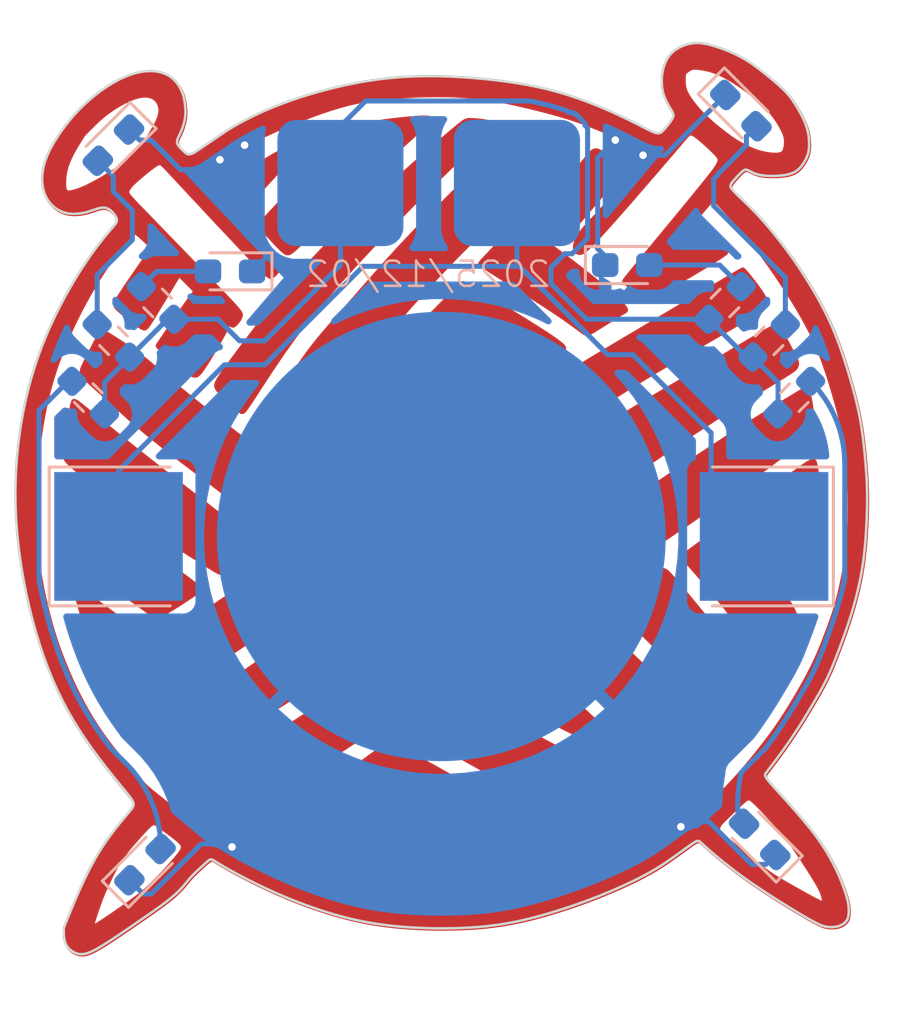
<source format=kicad_pcb>
(kicad_pcb (version 20241229) (generator "pcbnew") (generator_version "9.0")
  (title_block (title "A ball of yarn badge") (date "2025-12-02"))
  (layers (0 "F.Cu" signal) (2 "B.Cu" signal) (13 "F.Paste" user) (15 "B.Paste" user) (5 "F.SilkS" user "F.Silkscreen") (7 "B.SilkS" user "B.Silkscreen") (1 "F.Mask" user) (3 "B.Mask" user) (25 "Edge.Cuts" user))
  (net 0 "")
  (net 1 "+3V0")
  (net 2 "GND")
  (net 3 "Net-(D1-A)")
  (net 4 "Net-(D2-A)")
  (net 5 "Net-(D3-A)")
  (net 6 "Net-(D4-A)")
  (net 7 "Net-(BT1-+)")
  (net 8 "Net-(D5-A)")
  (net 9 "Net-(D6-A)")
  (footprint "Boris_Custom:brooch_SW_20mm" (layer "B.Cu") (at 99.5 77 180)
    (property "Reference" "SW1" (hide yes))
    (property "Value" "SW_SPST" (hide yes))
  )
  (footprint "Resistor_SMD:R_0603_1608Metric_Pad0.98x0.95mm_HandSolder" (layer "B.Cu") (at 87 83.25 135)
    (property "Reference" "R4" (hide yes))
    (property "Value" "TBD" (hide yes))
  )
  (footprint "LED_SMD:LED_0603_1608Metric_Pad1.05x0.95mm_HandSolder" (layer "B.Cu") (at 107.375 80.25)
    (property "Reference" "D5" (hide yes))
    (property "Value" "LED" (hide yes))
  )
  (footprint "Resistor_SMD:R_0603_1608Metric_Pad0.98x0.95mm_HandSolder" (layer "B.Cu") (at 88.75 81.75 135)
    (property "Reference" "R6" (hide yes))
    (property "Value" "TBD" (hide yes))
  )
  (footprint "LED_SMD:LED_0603_1608Metric_Pad1.05x0.95mm_HandSolder" (layer "B.Cu") (at 87 75.5 -135)
    (property "Reference" "D4" (hide yes))
    (property "Value" "LED" (hide yes))
  )
  (footprint "Resistor_SMD:R_0603_1608Metric_Pad0.98x0.95mm_HandSolder" (layer "B.Cu") (at 113 83.25 45)
    (property "Reference" "R3" (hide yes))
    (property "Value" "TBD" (hide yes))
  )
  (footprint "LED_SMD:LED_0603_1608Metric_Pad1.05x0.95mm_HandSolder" (layer "B.Cu") (at 112.625 103 135)
    (property "Reference" "D1" (hide yes))
    (property "Value" "LED" (hide yes))
  )
  (footprint "Resistor_SMD:R_0603_1608Metric_Pad0.98x0.95mm_HandSolder" (layer "B.Cu") (at 86 85.5 135)
    (property "Reference" "R2" (hide yes))
    (property "Value" "TBD" (hide yes))
  )
  (footprint "Resistor_SMD:R_0603_1608Metric_Pad0.98x0.95mm_HandSolder" (layer "B.Cu") (at 111.25 81.75 45)
    (property "Reference" "R5" (hide yes))
    (property "Value" "TBD" (hide yes))
  )
  (footprint "LED_SMD:LED_0603_1608Metric_Pad1.05x0.95mm_HandSolder" (layer "B.Cu") (at 111.881282 74.131282 -45)
    (property "Reference" "D3" (hide yes))
    (property "Value" "LED" (hide yes))
  )
  (footprint "LED_SMD:LED_0603_1608Metric_Pad1.05x0.95mm_HandSolder" (layer "B.Cu") (at 88.25 104 45)
    (property "Reference" "D2" (hide yes))
    (property "Value" "LED" (hide yes))
  )
  (footprint "LED_SMD:LED_0603_1608Metric_Pad1.05x0.95mm_HandSolder" (layer "B.Cu") (at 91.625 80.5 180)
    (property "Reference" "D6" (hide yes))
    (property "Value" "LED" (hide yes))
  )
  (footprint "Battery:BatteryHolder_Keystone_3002_1x2032" (layer "B.Cu") (at 100 91)
    (property "Reference" "BT1" (hide yes))
    (property "Value" "Battery_Cell" (hide yes))
  )
  (footprint "Resistor_SMD:R_0603_1608Metric_Pad0.98x0.95mm_HandSolder" (layer "B.Cu") (at 114 85.5 45)
    (property "Reference" "R1" (hide yes))
    (property "Value" "TBD" (hide yes))
  )
  (gr_poly (pts (xy 108.817996 92.306299) (xy 108.835562 92.308987) (xy 108.852373 92.313242) (xy 108.86878 92.318858) (xy 108.885135 92.325725) (xy 108.901795 92.334117) (xy 108.91912 92.344405) (xy 108.937468 92.35696) (xy 108.957199 92.372153) (xy 108.978671 92.390354) (xy 109.002244 92.411933) (xy 109.028276 92.437263) (xy 109.057127 92.466714) (xy 109.089156 92.500656) (xy 109.124722 92.539461) (xy 109.164184 92.583499) (xy 109.207901 92.633141) (xy 109.256232 92.688759) (xy 109.368173 92.819401) (xy 109.653571 93.157915) (xy 109.995125 93.568908) (xy 110.357941 94.011471) (xy 110.70712 94.444697) (xy 111.014817 94.835383) (xy 111.281386 95.181181) (xy 111.720783 95.759596) (xy 111.906942 96.001794) (xy 112.072699 96.2136) (xy 112.216551 96.393406) (xy 112.336995 96.539603) (xy 112.388081 96.599814) (xy 112.433422 96.652334) (xy 112.508801 96.738757) (xy 112.539807 96.774889) (xy 112.567001 96.807785) (xy 112.590866 96.838561) (xy 112.611886 96.86833) (xy 112.621456 96.883178) (xy 112.630354 96.898146) (xy 112.638496 96.913328) (xy 112.645801 96.92882) (xy 112.652186 96.944714) (xy 112.65757 96.961105) (xy 112.66187 96.978086) (xy 112.663588 96.986828) (xy 112.665004 96.995752) (xy 112.666108 97.004871) (xy 112.66689 97.014196) (xy 112.667339 97.02374) (xy 112.667445 97.033514) (xy 112.667198 97.043529) (xy 112.666588 97.053797) (xy 112.665604 97.064331) (xy 112.664236 97.075141) (xy 112.662474 97.08624) (xy 112.660307 97.09764) (xy 112.657726 97.109351) (xy 112.654719 97.121387) (xy 112.651277 97.133758) (xy 112.647389 97.146477) (xy 112.643046 97.159554) (xy 112.638236 97.173003) (xy 112.627206 97.201025) (xy 112.614375 97.230472) (xy 112.599845 97.261238) (xy 112.583722 97.293216) (xy 112.566109 97.326302) (xy 112.54711 97.360389) (xy 112.505371 97.431145) (xy 112.459338 97.504639) (xy 112.40984 97.580025) (xy 112.357712 97.656458) (xy 112.303785 97.733094) (xy 112.248838 97.809036) (xy 112.193434 97.883193) (xy 112.138085 97.954423) (xy 112.0833 98.021586) (xy 112.029588 98.083541) (xy 112.003294 98.112209) (xy 111.97746 98.139147) (xy 111.952149 98.164213) (xy 111.927425 98.187264) (xy 111.903353 98.208157) (xy 111.879995 98.22675) (xy 111.857372 98.242916) (xy 111.846294 98.25007) (xy 111.835338 98.256597) (xy 111.824481 98.262491) (xy 111.813699 98.267747) (xy 111.802968 98.27236) (xy 111.792265 98.276323) (xy 111.781565 98.279633) (xy 111.770844 98.282283) (xy 111.760079 98.284267) (xy 111.749246 98.285581) (xy 111.73832 98.286218) (xy 111.727278 98.286174) (xy 111.716096 98.285443) (xy 111.70475 98.28402) (xy 111.693216 98.281898) (xy 111.681471 98.279073) (xy 111.669489 98.275539) (xy 111.657248 98.271291) (xy 111.644724 98.266322) (xy 111.631891 98.260629) (xy 111.618728 98.254205) (xy 111.605209 98.247045) (xy 111.591311 98.239143) (xy 111.57701 98.230494) (xy 111.547103 98.210933) (xy 111.515296 98.188318) (xy 111.481399 98.162606) (xy 111.445202 98.133729) (xy 111.406427 98.101528) (xy 111.319953 98.026411) (xy 111.2196 97.935779) (xy 111.102993 97.828153) (xy 110.811511 97.556017) (xy 110.426498 97.198187) (xy 109.39551 96.250526) (xy 108.843027 95.736487) (xy 108.580603 95.48797) (xy 108.336177 95.25219) (xy 108.115042 95.033549) (xy 107.917289 94.83287) (xy 107.741711 94.65007) (xy 107.587099 94.485069) (xy 107.33594 94.20814) (xy 107.154148 94.001435) (xy 107.031538 93.861392) (xy 106.988629 93.811794) (xy 106.955854 93.772786) (xy 106.931616 93.742101) (xy 106.922199 93.72917) (xy 106.914318 93.717469) (xy 106.907772 93.706715) (xy 106.902362 93.696623) (xy 106.897888 93.686911) (xy 106.894151 93.677294) (xy 106.890976 93.667544) (xy 106.888301 93.657662) (xy 106.88609 93.647703) (xy 106.884305 93.637722) (xy 106.88291 93.627775) (xy 106.881868 93.617917) (xy 106.881141 93.608203) (xy 106.880693 93.598689) (xy 106.880485 93.580482) (xy 106.880946 93.563738) (xy 106.881781 93.5489) (xy 106.882694 93.536412) (xy 106.883183 93.531121) (xy 106.883539 93.528634) (xy 106.884039 93.526195) (xy 106.884737 93.523764) (xy 106.885176 93.522538) (xy 106.885685 93.521299) (xy 106.886269 93.520041) (xy 106.886936 93.518758) (xy 106.887692 93.517446) (xy 106.888543 93.516099) (xy 106.889497 93.514713) (xy 106.89056 93.513281) (xy 106.893037 93.510262) (xy 106.89603 93.507) (xy 106.899589 93.503453) (xy 106.903769 93.49958) (xy 106.908622 93.495339) (xy 106.914201 93.490688) (xy 106.920559 93.485585) (xy 106.927748 93.47999) (xy 106.935822 93.473859) (xy 106.944833 93.467151) (xy 106.954834 93.459825) (xy 106.965878 93.451839) (xy 106.978018 93.44315) (xy 107.005798 93.423501) (xy 107.038595 93.400543) (xy 107.076832 93.373942) (xy 107.171319 93.308478) (xy 107.171327 93.30847) (xy 107.749601 92.911166) (xy 108.076053 92.692057) (xy 108.226951 92.593315) (xy 108.361379 92.507849) (xy 108.420671 92.471387) (xy 108.474649 92.439174) (xy 108.523664 92.411005) (xy 108.568066 92.386673) (xy 108.608207 92.365971) (xy 108.644438 92.348694) (xy 108.677107 92.334635) (xy 108.706568 92.323587) (xy 108.733169 92.315345) (xy 108.757262 92.309701) (xy 108.779197 92.30645) (xy 108.799325 92.305385)) (stroke (width 0.1) (color 255 42 42 1)) (fill yes) (layer "F.Cu"))
  (gr_poly (pts (xy 88.638212 79.379938) (xy 88.639498 79.380117) (xy 88.640852 79.380418) (xy 88.642277 79.380845) (xy 88.643779 79.381402) (xy 88.645362 79.382092) (xy 88.64703 79.382918) (xy 88.648788 79.383884) (xy 88.650641 79.384993) (xy 88.652593 79.38625) (xy 88.654649 79.387657) (xy 88.65909 79.390936) (xy 88.664001 79.39486) (xy 88.669419 79.399457) (xy 88.675379 79.404754) (xy 88.681918 79.410779) (xy 88.689074 79.417561) (xy 88.696881 79.425128) (xy 88.705378 79.433507) (xy 88.7146 79.442728) (xy 88.735365 79.463805) (xy 88.75947 79.488583) (xy 88.818867 79.550141) (xy 88.818863 79.550141) (xy 89.178227 79.924109) (xy 89.374232 80.129669) (xy 89.535877 80.301508) (xy 89.56702 80.335375) (xy 89.593829 80.365792) (xy 89.605588 80.379963) (xy 89.616239 80.393579) (xy 89.625774 80.406742) (xy 89.634185 80.419555) (xy 89.641463 80.432119) (xy 89.6476 80.444537) (xy 89.652588 80.456911) (xy 89.656419 80.469345) (xy 89.659085 80.481939) (xy 89.660578 80.494797) (xy 89.660889 80.508021) (xy 89.66001 80.521712) (xy 89.657933 80.535975) (xy 89.65465 80.55091) (xy 89.650153 80.56662) (xy 89.644434 80.583208) (xy 89.637483 80.600776) (xy 89.629294 80.619425) (xy 89.619858 80.63926) (xy 89.609166 80.660381) (xy 89.597212 80.682891) (xy 89.583985 80.706893) (xy 89.553685 80.759781) (xy 89.518201 80.819864) (xy 89.477466 80.887959) (xy 89.015308 81.65665) (xy 88.542842 82.433068) (xy 88.460128 82.564874) (xy 88.424793 82.618592) (xy 88.392689 82.66456) (xy 88.36323 82.703059) (xy 88.335827 82.734369) (xy 88.322714 82.747415) (xy 88.309894 82.758769) (xy 88.297295 82.768465) (xy 88.284844 82.77654) (xy 88.272466 82.783027) (xy 88.260089 82.787962) (xy 88.247638 82.79138) (xy 88.235042 82.793315) (xy 88.222225 82.793804) (xy 88.209115 82.79288) (xy 88.195639 82.79058) (xy 88.181723 82.786937) (xy 88.167293 82.781987) (xy 88.152276 82.775765) (xy 88.120189 82.759646) (xy 88.084874 82.738858) (xy 88.045743 82.713683) (xy 87.955223 82.651524) (xy 87.851617 82.576559) (xy 87.739448 82.492415) (xy 87.62324 82.402714) (xy 87.507515 82.31108) (xy 87.396797 82.221137) (xy 87.295608 82.136509) (xy 87.208472 82.06082) (xy 87.171509 82.027269) (xy 87.139285 81.996162) (xy 87.124981 81.981308) (xy 87.111897 81.966804) (xy 87.100047 81.952562) (xy 87.089441 81.938497) (xy 87.080091 81.924521) (xy 87.072011 81.910546) (xy 87.065211 81.896487) (xy 87.059703 81.882255) (xy 87.0555 81.867764) (xy 87.052614 81.852926) (xy 87.051056 81.837656) (xy 87.050838 81.821865) (xy 87.051972 81.805466) (xy 87.054471 81.788373) (xy 87.058347 81.770499) (xy 87.06361 81.751756) (xy 87.070273 81.732058) (xy 87.078349 81.711317) (xy 87.087849 81.689446) (xy 87.098784 81.666359) (xy 87.111168 81.641968) (xy 87.125011 81.616186) (xy 87.140327 81.588927) (xy 87.157126 81.560103) (xy 87.195224 81.497412) (xy 87.239401 81.427417) (xy 87.345265 81.264982) (xy 87.469946 81.078468) (xy 87.752246 80.664881) (xy 88.283987 79.897193) (xy 88.450623 79.654533) (xy 88.548427 79.509051) (xy 88.597911 79.432508) (xy 88.619585 79.396662) (xy 88.623056 79.390861) (xy 88.624712 79.388323) (xy 88.626363 79.386063) (xy 88.628045 79.384111) (xy 88.62891 79.383259) (xy 88.629796 79.382494) (xy 88.630708 79.38182) (xy 88.631652 79.38124) (xy 88.63263 79.380758) (xy 88.633648 79.380377) (xy 88.634711 79.380101) (xy 88.635823 79.379934) (xy 88.636989 79.379879)) (stroke (width 0.1) (color 255 42 42 1)) (fill yes) (layer "F.Cu") (net 2))
  (gr_poly (pts (xy 98.798593 83.075319) (xy 98.817724 83.078485) (xy 98.840649 83.084231) (xy 98.868002 83.093018) (xy 98.900415 83.105311) (xy 98.938524 83.12157) (xy 98.98296 83.14226) (xy 99.034358 83.167842) (xy 99.093352 83.19878) (xy 99.236658 83.278573) (xy 99.417948 83.385339) (xy 99.639625 83.520976) (xy 99.893438 83.680169) (xy 100.453813 84.040753) (xy 101.011759 84.410145) (xy 101.262536 84.580349) (xy 101.479963 84.731402) (xy 101.573088 84.797732) (xy 101.655755 84.85787) (xy 101.728574 84.912189) (xy 101.761481 84.937284) (xy 101.792155 84.961065) (xy 101.820672 84.983578) (xy 101.847108 85.004872) (xy 101.87154 85.024992) (xy 101.894043 85.043986) (xy 101.914695 85.0619) (xy 101.933571 85.078781) (xy 101.950747 85.094677) (xy 101.966301 85.109633) (xy 101.980307 85.123697) (xy 101.992843 85.136916) (xy 102.003984 85.149337) (xy 102.013807 85.161005) (xy 102.022388 85.17197) (xy 102.029804 85.182276) (xy 102.03613 85.191971) (xy 102.041443 85.201102) (xy 102.045819 85.209716) (xy 102.049334 85.217859) (xy 102.052065 85.225579) (xy 102.054088 85.232922) (xy 102.055479 85.239936) (xy 102.056314 85.246666) (xy 102.05667 85.25316) (xy 102.056623 85.259466) (xy 102.055476 85.271671) (xy 102.052804 85.283537) (xy 102.04839 85.295291) (xy 102.042019 85.307162) (xy 102.033474 85.31938) (xy 102.02254 85.332173) (xy 102.009001 85.34577) (xy 101.99264 85.360401) (xy 101.973242 85.376294) (xy 101.950591 85.393679) (xy 101.894666 85.433837) (xy 101.823138 85.482708) (xy 101.734279 85.542124) (xy 101.238317 85.869425) (xy 100.96767 86.045642) (xy 100.730809 86.197337) (xy 100.635381 86.256958) (xy 100.593591 86.282473) (xy 100.555387 86.305294) (xy 100.520495 86.325547) (xy 100.488642 86.34336) (xy 100.459556 86.358859) (xy 100.432964 86.372172) (xy 100.408593 86.383426) (xy 100.38617 86.392747) (xy 100.365422 86.400263) (xy 100.346076 86.4061) (xy 100.32786 86.410386) (xy 100.3105 86.413247) (xy 100.293724 86.414812) (xy 100.277259 86.415205) (xy 100.260789 86.414484) (xy 100.243822 86.412428) (xy 100.225822 86.40875) (xy 100.206255 86.403159) (xy 100.184586 86.395367) (xy 100.160279 86.385082) (xy 100.1328 86.372017) (xy 100.101613 86.355882) (xy 100.025977 86.313242) (xy 99.929089 86.254846) (xy 99.806671 86.178379) (xy 99.654441 86.081525) (xy 98.803736 85.532005) (xy 97.985223 84.999489) (xy 97.985219 84.999485) (xy 97.851001 84.91203) (xy 97.796692 84.876572) (xy 97.75012 84.846072) (xy 97.710685 84.820113) (xy 97.693458 84.808707) (xy 97.677791 84.798279) (xy 97.66361 84.788779) (xy 97.650839 84.780154) (xy 97.639405 84.772352) (xy 97.629232 84.765321) (xy 97.620245 84.759009) (xy 97.612371 84.753364) (xy 97.605533 84.748333) (xy 97.599658 84.743865) (xy 97.594671 84.739908) (xy 97.592487 84.738105) (xy 97.590496 84.73641) (xy 97.588691 84.734816) (xy 97.58706 84.733318) (xy 97.585595 84.731908) (xy 97.584287 84.730581) (xy 97.583126 84.729329) (xy 97.582103 84.728146) (xy 97.581208 84.727026) (xy 97.580432 84.725962) (xy 97.579766 84.724947) (xy 97.579201 84.723976) (xy 97.578727 84.723041) (xy 97.578334 84.722136) (xy 97.578014 84.721255) (xy 97.577757 84.720391) (xy 97.577554 84.719537) (xy 97.577395 84.718688) (xy 97.577173 84.716975) (xy 97.577016 84.7152) (xy 97.575651 84.697445) (xy 97.574998 84.686712) (xy 97.574504 84.67521) (xy 97.574274 84.663291) (xy 97.574413 84.651305) (xy 97.574654 84.645396) (xy 97.575027 84.639603) (xy 97.575545 84.633969) (xy 97.576221 84.628538) (xy 97.578395 84.617936) (xy 97.580325 84.612132) (xy 97.583131 84.605529) (xy 97.59231 84.588529) (xy 97.60781 84.564144) (xy 97.63151 84.529586) (xy 97.665289 84.482063) (xy 97.770601 84.336965) (xy 98.123814 83.854574) (xy 98.4825 83.369138) (xy 98.515594 83.324933) (xy 98.545204 83.285656) (xy 98.571603 83.250997) (xy 98.595065 83.220645) (xy 98.615865 83.194289) (xy 98.634276 83.171618) (xy 98.650574 83.15232) (xy 98.658015 83.14384) (xy 98.665031 83.136087) (xy 98.671655 83.129021) (xy 98.677922 83.122605) (xy 98.683866 83.1168) (xy 98.689522 83.111566) (xy 98.694923 83.106864) (xy 98.700103 83.102657) (xy 98.705098 83.098904) (xy 98.709941 83.095568) (xy 98.714667 83.092608) (xy 98.719309 83.089988) (xy 98.723903 83.087666) (xy 98.728482 83.085606) (xy 98.733081 83.083767) (xy 98.737734 83.082111) (xy 98.747338 83.079193) (xy 98.769179 83.074874) (xy 98.782622 83.074269)) (stroke (width 0.1) (color 255 42 42 1)) (fill yes) (layer "F.Cu"))
  (gr_poly (pts (xy 114.749945 87.976591) (xy 114.762609 87.978098) (xy 114.77434 87.981073) (xy 114.785199 87.985501) (xy 114.795246 87.991366) (xy 114.804541 87.998652) (xy 114.813145 88.007344) (xy 114.821118 88.017426) (xy 114.828521 88.028882) (xy 114.835413 88.041696) (xy 114.841856 88.055853) (xy 114.84791 88.071337) (xy 114.853634 88.088133) (xy 114.859091 88.106223) (xy 114.869439 88.146228) (xy 114.888888 88.241136) (xy 114.906699 88.355277) (xy 114.922631 88.487914) (xy 114.936442 88.638309) (xy 114.947891 88.805724) (xy 114.956736 88.98942) (xy 114.962736 89.188661) (xy 114.96565 89.402708) (xy 114.965287 89.630404) (xy 114.961677 89.868916) (xy 114.954899 90.114998) (xy 114.945034 90.365401) (xy 114.932162 90.616878) (xy 114.916364 90.866181) (xy 114.89772 91.110062) (xy 114.87631 91.345274) (xy 114.852291 91.568925) (xy 114.826111 91.779555) (xy 114.798294 91.976063) (xy 114.769362 92.15735) (xy 114.73984 92.322316) (xy 114.71025 92.46986) (xy 114.681117 92.598881) (xy 114.652963 92.708281) (xy 114.646137 92.732444) (xy 114.639403 92.755341) (xy 114.632757 92.777003) (xy 114.626197 92.79746) (xy 114.61972 92.816741) (xy 114.613323 92.834876) (xy 114.607003 92.851897) (xy 114.600759 92.867832) (xy 114.594587 92.882711) (xy 114.588484 92.896566) (xy 114.582448 92.909425) (xy 114.576475 92.921318) (xy 114.570564 92.932276) (xy 114.564712 92.942329) (xy 114.558915 92.951506) (xy 114.553172 92.959838) (xy 114.547478 92.967354) (xy 114.541833 92.974085) (xy 114.536232 92.98006) (xy 114.530673 92.985311) (xy 114.525154 92.989865) (xy 114.519671 92.993755) (xy 114.514223 92.997009) (xy 114.508806 92.999657) (xy 114.503417 93.00173) (xy 114.498054 93.003258) (xy 114.492714 93.00427) (xy 114.487395 93.004797) (xy 114.482093 93.004868) (xy 114.476806 93.004514) (xy 114.471531 93.003765) (xy 114.466266 93.00265) (xy 114.455705 92.999339) (xy 114.444868 92.994306) (xy 114.43345 92.987173) (xy 114.421147 92.97756) (xy 114.407657 92.965088) (xy 114.392676 92.949377) (xy 114.375899 92.93005) (xy 114.357023 92.906726) (xy 114.31176 92.846571) (xy 114.254457 92.76588) (xy 114.182685 92.66162) (xy 114.094015 92.530756) (xy 113.592197 91.78383) (xy 113.308806 91.365427) (xy 113.048286 90.987931) (xy 112.936175 90.829637) (xy 112.837138 90.692511) (xy 112.750183 90.574203) (xy 112.674315 90.472365) (xy 112.551867 90.3087) (xy 112.5033 90.242175) (xy 112.461847 90.182723) (xy 112.443492 90.154959) (xy 112.426629 90.128331) (xy 112.411217 90.102793) (xy 112.397216 90.0783) (xy 112.384584 90.054807) (xy 112.37328 90.032268) (xy 112.363266 90.010639) (xy 112.354499 89.989874) (xy 112.346938 89.969927) (xy 112.340545 89.950754) (xy 112.335277 89.932309) (xy 112.331094 89.914547) (xy 112.327955 89.897422) (xy 112.32582 89.880889) (xy 112.324649 89.864903) (xy 112.324399 89.849419) (xy 112.325136 89.83433) (xy 112.32723 89.819287) (xy 112.331152 89.803878) (xy 112.337375 89.787693) (xy 112.346369 89.77032) (xy 112.358607 89.751348) (xy 112.374559 89.730366) (xy 112.394698 89.706962) (xy 112.419493 89.680727) (xy 112.449418 89.651249) (xy 112.484944 89.618116) (xy 112.526541 89.580918) (xy 112.629838 89.492681) (xy 112.76308 89.383249) (xy 113.118453 89.100785) (xy 113.542657 88.772903) (xy 113.969653 88.452107) (xy 114.163561 88.310775) (xy 114.333402 88.190904) (xy 114.333396 88.190896) (xy 114.406965 88.140904) (xy 114.472937 88.097792) (xy 114.503225 88.078777) (xy 114.531795 88.061435) (xy 114.558707 88.045751) (xy 114.584022 88.031707) (xy 114.6078 88.01929) (xy 114.630101 88.008483) (xy 114.650987 87.999269) (xy 114.670517 87.991635) (xy 114.688751 87.985563) (xy 114.705751 87.981039) (xy 114.721576 87.978046) (xy 114.736287 87.976568)) (stroke (width 0.1) (color 255 42 42 1)) (fill yes) (layer "F.Cu"))
  (gr_poly (pts (xy 97.168114 85.437471) (xy 97.192547 85.442819) (xy 97.219811 85.45143) (xy 97.250363 85.463503) (xy 97.284661 85.479241) (xy 97.323165 85.498844) (xy 97.36633 85.522514) (xy 97.414617 85.550453) (xy 97.468482 85.582861) (xy 97.59478 85.661892) (xy 97.920301 85.874021) (xy 98.301335 86.129636) (xy 98.682154 86.39105) (xy 99.007032 86.620574) (xy 99.073182 86.668694) (xy 99.132697 86.712702) (xy 99.185919 86.752833) (xy 99.233193 86.789325) (xy 99.274864 86.822415) (xy 99.311274 86.852338) (xy 99.342768 86.879332) (xy 99.369691 86.903632) (xy 99.381545 86.914847) (xy 99.392385 86.925476) (xy 99.402254 86.935551) (xy 99.411195 86.945101) (xy 99.419251 86.954154) (xy 99.426465 86.962742) (xy 99.43288 86.970893) (xy 99.43854 86.978636) (xy 99.443486 86.986003) (xy 99.447762 86.993021) (xy 99.451411 86.999721) (xy 99.454476 87.006132) (xy 99.457 87.012284) (xy 99.459026 87.018206) (xy 99.460597 87.023929) (xy 99.461756 87.02948) (xy 99.46294 87.040174) (xy 99.462588 87.050442) (xy 99.460638 87.060421) (xy 99.457031 87.070249) (xy 99.451706 87.080063) (xy 99.444602 87.090002) (xy 99.435659 87.100202) (xy 99.424817 87.110802) (xy 99.412016 87.121939) (xy 99.397194 87.13375) (xy 99.380292 87.146373) (xy 99.361249 87.159946) (xy 99.316498 87.19049) (xy 99.262459 87.226485) (xy 98.932305 87.446683) (xy 98.346156 87.840409) (xy 97.936591 88.115983) (xy 97.489556 88.413673) (xy 97.056479 88.695041) (xy 96.861247 88.817592) (xy 96.688792 88.921649) (xy 96.612885 88.965371) (xy 96.543706 89.003448) (xy 96.480681 89.036062) (xy 96.423237 89.063395) (xy 96.396429 89.075137) (xy 96.3708 89.085626) (xy 96.34628 89.094886) (xy 96.322796 89.102938) (xy 96.300277 89.109806) (xy 96.278651 89.115512) (xy 96.257846 89.120079) (xy 96.237791 89.123529) (xy 96.218413 89.125886) (xy 96.199642 89.12717) (xy 96.181405 89.127407) (xy 96.163631 89.126617) (xy 96.146248 89.124824) (xy 96.129184 89.12205) (xy 96.112368 89.118318) (xy 96.095727 89.113651) (xy 96.079191 89.108071) (xy 96.062686 89.101601) (xy 96.046143 89.094264) (xy 96.029488 89.086082) (xy 95.995558 89.067273) (xy 95.960323 89.045358) (xy 95.923356 89.020547) (xy 95.884828 88.993176) (xy 95.845054 88.96361) (xy 95.804353 88.932215) (xy 95.721436 88.865402) (xy 95.638612 88.795664) (xy 95.558419 88.725925) (xy 95.483394 88.659112) (xy 95.358995 88.545969) (xy 95.359 88.545969) (xy 95.31398 88.504707) (xy 95.295774 88.487906) (xy 95.280177 88.473363) (xy 95.266992 88.460853) (xy 95.261242 88.455291) (xy 95.256022 88.450153) (xy 95.251306 88.445412) (xy 95.24707 88.441041) (xy 95.243291 88.43701) (xy 95.239942 88.433292) (xy 95.237 88.429859) (xy 95.23444 88.426684) (xy 95.232238 88.423739) (xy 95.230369 88.420994) (xy 95.228808 88.418424) (xy 95.227531 88.415999) (xy 95.226513 88.413692) (xy 95.22573 88.411475) (xy 95.225157 88.40932) (xy 95.224771 88.407199) (xy 95.224545 88.405084) (xy 95.224456 88.402948) (xy 95.224479 88.400763) (xy 95.22459 88.398499) (xy 95.224976 88.393629) (xy 95.226192 88.3817) (xy 95.229112 88.365208) (xy 95.235227 88.342167) (xy 95.246027 88.310589) (xy 95.263 88.268488) (xy 95.287638 88.213877) (xy 95.32143 88.144769) (xy 95.365866 88.059178) (xy 95.488441 87.836937) (xy 95.646341 87.562942) (xy 95.826363 87.25931) (xy 96.015298 86.948159) (xy 96.20128 86.64914) (xy 96.377812 86.37203) (xy 96.53974 86.124127) (xy 96.681912 85.912732) (xy 96.744183 85.822782) (xy 96.773167 85.781775) (xy 96.800816 85.743341) (xy 96.827203 85.707423) (xy 96.852403 85.673967) (xy 96.876488 85.642917) (xy 96.899533 85.614218) (xy 96.921612 85.587813) (xy 96.942798 85.563649) (xy 96.963165 85.541669) (xy 96.982788 85.521818) (xy 97.001739 85.504041) (xy 97.020094 85.488283) (xy 97.037925 85.474487) (xy 97.055306 85.462599) (xy 97.072375 85.452606) (xy 97.089526 85.444666) (xy 97.107217 85.438982) (xy 97.125907 85.435753) (xy 97.146053 85.435183)) (stroke (width 0.1) (color 255 42 42 1)) (fill yes) (layer "F.Cu"))
  (gr_poly (pts (xy 113.3116 82.644239) (xy 113.325627 82.646226) (xy 113.338867 82.649542) (xy 113.351408 82.654176) (xy 113.363336 82.660113) (xy 113.374739 82.66734) (xy 113.385705 82.675844) (xy 113.396321 82.685612) (xy 113.406675 82.69663) (xy 113.416854 82.708884) (xy 113.426945 82.722362) (xy 113.437036 82.73705) (xy 113.447214 82.752935) (xy 113.468183 82.78824) (xy 113.49055 82.828171) (xy 113.597777 83.027382) (xy 113.721987 83.264265) (xy 113.95498 83.712544) (xy 114.034302 83.863415) (xy 114.063465 83.919574) (xy 114.075738 83.943806) (xy 114.086591 83.965844) (xy 114.096116 83.985964) (xy 114.104403 84.004444) (xy 114.111541 84.021563) (xy 114.117621 84.037597) (xy 114.122733 84.052825) (xy 114.126967 84.067523) (xy 114.130414 84.08197) (xy 114.133163 84.096444) (xy 114.135284 84.111168) (xy 114.136764 84.126164) (xy 114.13757 84.141396) (xy 114.137669 84.156832) (xy 114.137027 84.17244) (xy 114.135612 84.188184) (xy 114.133391 84.204033) (xy 114.130329 84.219953) (xy 114.126394 84.235911) (xy 114.121553 84.251874) (xy 114.115772 84.267808) (xy 114.109018 84.283681) (xy 114.101258 84.299459) (xy 114.092459 84.315109) (xy 114.082588 84.330597) (xy 114.071611 84.345891) (xy 114.045267 84.376475) (xy 114.008464 84.410152) (xy 113.955299 84.450929) (xy 113.879868 84.50281) (xy 113.776267 84.569801) (xy 113.638593 84.655907) (xy 113.237409 84.901486) (xy 111.876974 85.736698) (xy 110.975273 86.305782) (xy 109.973489 86.957025) (xy 105.397518 90.055729) (xy 104.162075 90.866245) (xy 102.908875 91.674326) (xy 100.387431 93.295357) (xy 95.359524 96.599781) (xy 94.081183 97.427559) (xy 92.861771 98.208256) (xy 91.783284 98.891764) (xy 90.927713 99.427977) (xy 90.605923 99.627125) (xy 90.470775 99.70987) (xy 90.351275 99.782291) (xy 90.246288 99.84506) (xy 90.154676 99.898847) (xy 90.075304 99.944325) (xy 90.007034 99.982165) (xy 89.94873 100.013038) (xy 89.899255 100.037616) (xy 89.857473 100.056571) (xy 89.839111 100.064149) (xy 89.822247 100.070573) (xy 89.806737 100.075927) (xy 89.792441 100.080295) (xy 89.779215 100.083761) (xy 89.766917 100.086408) (xy 89.755406 100.088321) (xy 89.74454 100.089583) (xy 89.724173 100.090493) (xy 89.704831 100.089681) (xy 89.686144 100.08719) (xy 89.667894 100.082933) (xy 89.649863 100.076825) (xy 89.631831 100.068781) (xy 89.613581 100.058716) (xy 89.594894 100.046543) (xy 89.575553 100.032178) (xy 89.555338 100.015535) (xy 89.534032 99.996529) (xy 89.511416 99.975074) (xy 89.487272 99.951086) (xy 89.433527 99.895164) (xy 89.371049 99.828081) (xy 89.218991 99.662533) (xy 89.047496 99.473144) (xy 88.879037 99.283451) (xy 88.802969 99.195845) (xy 88.736087 99.116989) (xy 88.706888 99.081672) (xy 88.680553 99.049106) (xy 88.656947 99.019116) (xy 88.635934 98.99153) (xy 88.617379 98.966174) (xy 88.601148 98.942876) (xy 88.587105 98.921461) (xy 88.575114 98.901758) (xy 88.56504 98.883591) (xy 88.556749 98.86679) (xy 88.550104 98.851179) (xy 88.544971 98.836586) (xy 88.541213 98.822838) (xy 88.538697 98.809761) (xy 88.537287 98.797182) (xy 88.536847 98.784928) (xy 88.537296 98.772835) (xy 88.53877 98.760777) (xy 88.541459 98.748639) (xy 88.545553 98.736305) (xy 88.551241 98.723657) (xy 88.558713 98.71058) (xy 88.56816 98.696957) (xy 88.57977 98.682672) (xy 88.593735 98.66761) (xy 88.610243 98.651652) (xy 88.629484 98.634684) (xy 88.651649 98.61659) (xy 88.676927 98.597251) (xy 88.705508 98.576554) (xy 88.737582 98.554381) (xy 88.773339 98.530615) (xy 88.856335 98.477944) (xy 88.954403 98.418115) (xy 89.194083 98.275699) (xy 89.489041 98.100783) (xy 89.835935 97.890787) (xy 90.232233 97.643208) (xy 90.678641 97.355844) (xy 91.176681 97.026567) (xy 91.727874 96.65325) (xy 92.331801 96.235865) (xy 92.980301 95.782754) (xy 94.370679 94.811098) (xy 95.092664 94.312621) (xy 95.820591 93.815296) (xy 96.546109 93.324684) (xy 97.260866 92.846344) (xy 98.643156 91.932088) (xy 99.319443 91.484394) (xy 99.993208 91.033745) (xy 100.67269 90.572249) (xy 101.376972 90.088096) (xy 102.947151 89.000698) (xy 103.848799 88.378181) (xy 104.815406 87.719589) (xy 105.821744 87.049829) (xy 106.33193 86.718544) (xy 106.842588 86.393808) (xy 107.350635 86.078261) (xy 107.853284 85.772649) (xy 108.831544 85.1923) (xy 110.604022 84.162602) (xy 111.356478 83.719372) (xy 111.999419 83.336503) (xy 112.520839 83.027105) (xy 112.732225 82.904055) (xy 112.908727 82.80429) (xy 112.908727 82.804291) (xy 112.908727 82.804292) (xy 112.908727 82.804293) (xy 112.908728 82.804294) (xy 112.908728 82.804295) (xy 112.908728 82.804296) (xy 112.908729 82.804299) (xy 112.90873 82.804301) (xy 112.90873 82.804303) (xy 112.908731 82.804304) (xy 112.908731 82.804305) (xy 112.908731 82.804306) (xy 112.983579 82.763613) (xy 113.050031 82.729043) (xy 113.080327 82.714022) (xy 113.108787 82.700491) (xy 113.135497 82.688438) (xy 113.160545 82.677849) (xy 113.184019 82.66871) (xy 113.206005 82.661009) (xy 113.226593 82.654732) (xy 113.245868 82.649866) (xy 113.263919 82.646397) (xy 113.280833 82.644312) (xy 113.296697 82.643597)) (stroke (width 0.1) (color 255 42 42 1)) (fill yes) (layer "F.Cu"))
  (gr_poly (pts (xy 97.997152 99.203062) (xy 98.015139 99.204895) (xy 98.033383 99.207798) (xy 98.052418 99.211961) (xy 98.072823 99.217651) (xy 98.095174 99.225135) (xy 98.120048 99.234679) (xy 98.148023 99.24655) (xy 98.179675 99.261016) (xy 98.215583 99.278342) (xy 98.256322 99.298795) (xy 98.302471 99.322643) (xy 98.413306 99.381589) (xy 98.552704 99.457314) (xy 98.725283 99.551951) (xy 99.71561 100.098301) (xy 100.861421 100.733984) (xy 101.814378 101.265729) (xy 102.62989 101.716725) (xy 103.029539 101.933382) (xy 103.420917 102.142521) (xy 103.791035 102.337486) (xy 104.126903 102.511622) (xy 104.41783 102.659558) (xy 104.662368 102.781075) (xy 104.861377 102.877251) (xy 105.015718 102.94916) (xy 105.127214 102.999164) (xy 105.168613 103.018219) (xy 105.201555 103.034777) (xy 105.215115 103.042464) (xy 105.226874 103.04994) (xy 105.236934 103.057341) (xy 105.2454 103.064807) (xy 105.252377 103.072474) (xy 105.257967 103.080481) (xy 105.262276 103.088964) (xy 105.265407 103.098061) (xy 105.266554 103.10288) (xy 105.267385 103.107889) (xy 105.267849 103.113089) (xy 105.267898 103.118482) (xy 105.267485 103.124069) (xy 105.266559 103.129853) (xy 105.265073 103.135835) (xy 105.262978 103.142016) (xy 105.260225 103.148399) (xy 105.256765 103.154985) (xy 105.25255 103.161775) (xy 105.247532 103.168772) (xy 105.241661 103.175976) (xy 105.234889 103.183391) (xy 105.227167 103.191017) (xy 105.218447 103.198855) (xy 105.20868 103.206909) (xy 105.197817 103.215179) (xy 105.18581 103.223667) (xy 105.17261 103.232375) (xy 105.158169 103.241305) (xy 105.142437 103.250457) (xy 105.125367 103.259835) (xy 105.106909 103.269439) (xy 105.087015 103.279271) (xy 105.065636 103.289333) (xy 105.042724 103.299626) (xy 105.01823 103.310153) (xy 104.992105 103.320915) (xy 104.9643 103.331913) (xy 104.934768 103.34315) (xy 104.903459 103.354626) (xy 104.76114 103.402732) (xy 104.59646 103.453415) (xy 104.416265 103.505387) (xy 104.227399 103.557358) (xy 103.851037 103.656146) (xy 103.522134 103.73947) (xy 103.281692 103.79946) (xy 103.191115 103.821133) (xy 103.115666 103.837974) (xy 103.051867 103.85052) (xy 102.996243 103.859307) (xy 102.945316 103.864874) (xy 102.89561 103.867756) (xy 102.870113 103.868293) (xy 102.843522 103.86797) (xy 102.815307 103.866466) (xy 102.784937 103.863458) (xy 102.751883 103.858625) (xy 102.715615 103.851644) (xy 102.675601 103.842194) (xy 102.631312 103.829952) (xy 102.582218 103.814595) (xy 102.527789 103.795803) (xy 102.467493 103.773253) (xy 102.400802 103.746622) (xy 102.327185 103.715589) (xy 102.246111 103.679831) (xy 102.157051 103.639027) (xy 102.059474 103.592854) (xy 101.838326 103.48414) (xy 101.586804 103.356259) (xy 101.015887 103.057388) (xy 99.765274 102.387913) (xy 97.673808 101.273463) (xy 97.28146 101.063802) (xy 96.948925 100.883888) (xy 96.680174 100.734684) (xy 96.479179 100.617155) (xy 96.439992 100.592772) (xy 96.405407 100.57006) (xy 96.375544 100.54865) (xy 96.36242 100.538317) (xy 96.350521 100.528173) (xy 96.339862 100.518169) (xy 96.330458 100.508259) (xy 96.322323 100.498399) (xy 96.315473 100.488541) (xy 96.309922 100.478639) (xy 96.305686 100.468648) (xy 96.302779 100.458521) (xy 96.301216 100.448212) (xy 96.301012 100.437674) (xy 96.302182 100.426862) (xy 96.304741 100.41573) (xy 96.308704 100.404231) (xy 96.314085 100.39232) (xy 96.320899 100.379949) (xy 96.329162 100.367074) (xy 96.338888 100.353647) (xy 96.350092 100.339623) (xy 96.36279 100.324956) (xy 96.376995 100.309599) (xy 96.392723 100.293506) (xy 96.428807 100.258928) (xy 96.47116 100.220854) (xy 96.574046 100.133896) (xy 96.696784 100.035448) (xy 96.833668 99.929482) (xy 96.978995 99.819972) (xy 97.12706 99.710892) (xy 97.272159 99.606214) (xy 97.408588 99.509911) (xy 97.530641 99.425957) (xy 97.634001 99.357406) (xy 97.678969 99.328769) (xy 97.719898 99.303634) (xy 97.757116 99.281807) (xy 97.79095 99.263095) (xy 97.821727 99.247307) (xy 97.849774 99.234248) (xy 97.875418 99.223726) (xy 97.898987 99.215548) (xy 97.920808 99.209521) (xy 97.941207 99.205452) (xy 97.960513 99.203148) (xy 97.979052 99.202415)) (stroke (width 0.1) (color 255 42 42 1)) (fill yes) (layer "F.Cu"))
  (gr_poly (pts (xy 110.150468 78.323439) (xy 110.161275 78.324124) (xy 110.171961 78.325486) (xy 110.182779 78.327772) (xy 110.193984 78.331231) (xy 110.20583 78.336109) (xy 110.21857 78.342654) (xy 110.23246 78.351114) (xy 110.247754 78.361735) (xy 110.264705 78.374766) (xy 110.283568 78.390454) (xy 110.304597 78.409046) (xy 110.328047 78.43079) (xy 110.35417 78.455933) (xy 110.383222 78.484722) (xy 110.451129 78.554231) (xy 110.532796 78.640289) (xy 110.625234 78.739844) (xy 110.72445 78.848834) (xy 110.826452 78.9632) (xy 110.927246 79.078881) (xy 111.022839 79.191818) (xy 111.109238 79.297951) (xy 111.182451 79.393218) (xy 111.198242 79.414876) (xy 111.212991 79.435625) (xy 111.226731 79.455488) (xy 111.239493 79.474489) (xy 111.251309 79.492651) (xy 111.262212 79.509999) (xy 111.272233 79.526555) (xy 111.281405 79.542343) (xy 111.28976 79.557387) (xy 111.29733 79.571711) (xy 111.304147 79.585338) (xy 111.310243 79.598291) (xy 111.31565 79.610595) (xy 111.320401 79.622273) (xy 111.324527 79.633348) (xy 111.32806 79.643844) (xy 111.331033 79.653785) (xy 111.333478 79.663194) (xy 111.335426 79.672094) (xy 111.336911 79.680511) (xy 111.337963 79.688466) (xy 111.338616 79.695984) (xy 111.338901 79.703088) (xy 111.33885 79.709802) (xy 111.338495 79.716149) (xy 111.337869 79.722153) (xy 111.337004 79.727838) (xy 111.335931 79.733227) (xy 111.333292 79.743212) (xy 111.330209 79.752297) (xy 111.326883 79.760656) (xy 111.323304 79.768405) (xy 111.319405 79.775643) (xy 111.315122 79.782473) (xy 111.31039 79.788993) (xy 111.305142 79.795305) (xy 111.299313 79.80151) (xy 111.292839 79.807708) (xy 111.285653 79.814) (xy 111.277691 79.820487) (xy 111.268886 79.827268) (xy 111.259174 79.834446) (xy 111.236765 79.850392) (xy 111.209941 79.86913) (xy 111.137006 79.919616) (xy 111.016447 79.999415) (xy 110.820399 80.123456) (xy 110.520997 80.306664) (xy 110.106532 80.554666) (xy 109.629896 80.835899) (xy 109.160131 81.10951) (xy 108.766279 81.334641) (xy 108.68748 81.378703) (xy 108.617096 81.417397) (xy 108.554478 81.450935) (xy 108.498979 81.479535) (xy 108.473698 81.492049) (xy 108.449954 81.503409) (xy 108.427667 81.513642) (xy 108.406756 81.522774) (xy 108.387139 81.530832) (xy 108.368737 81.537843) (xy 108.351468 81.543834) (xy 108.335251 81.548832) (xy 108.320005 81.552863) (xy 108.30565 81.555955) (xy 108.292105 81.558134) (xy 108.279289 81.559427) (xy 108.267121 81.559861) (xy 108.25552 81.559463) (xy 108.244405 81.55826) (xy 108.233696 81.556278) (xy 108.223312 81.553544) (xy 108.213171 81.550086) (xy 108.203194 81.545929) (xy 108.193299 81.541102) (xy 108.183404 81.53563) (xy 108.173431 81.529541) (xy 108.152921 81.515618) (xy 108.131262 81.49955) (xy 108.10851 81.481571) (xy 108.084861 81.461915) (xy 108.06051 81.44082) (xy 108.010482 81.395249) (xy 107.959992 81.346746) (xy 107.910603 81.297196) (xy 107.863878 81.248484) (xy 107.821381 81.202498) (xy 107.784677 81.161121) (xy 107.784686 81.161121) (xy 107.768952 81.142692) (xy 107.754992 81.125766) (xy 107.742743 81.110223) (xy 107.732142 81.095942) (xy 107.727439 81.089237) (xy 107.723125 81.082802) (xy 107.71919 81.076622) (xy 107.715627 81.070682) (xy 107.712429 81.064967) (xy 107.709586 81.059461) (xy 107.707092 81.05415) (xy 107.704937 81.049019) (xy 107.703115 81.044052) (xy 107.701618 81.039234) (xy 107.700436 81.034551) (xy 107.699563 81.029987) (xy 107.69899 81.025527) (xy 107.69871 81.021155) (xy 107.698714 81.016858) (xy 107.698994 81.012619) (xy 107.699543 81.008424) (xy 107.700353 81.004257) (xy 107.701415 81.000104) (xy 107.702721 80.995949) (xy 107.704265 80.991777) (xy 107.706037 80.987574) (xy 107.70803 80.983323) (xy 107.710235 80.97901) (xy 107.72166 80.960279) (xy 107.739682 80.936012) (xy 107.767624 80.901906) (xy 107.808806 80.853661) (xy 108.172391 80.433235) (xy 108.899492 79.586088) (xy 109.294637 79.131965) (xy 109.474296 78.92935) (xy 109.632179 78.755257) (xy 109.700874 78.681482) (xy 109.732623 78.647953) (xy 109.762712 78.616568) (xy 109.791195 78.587257) (xy 109.818126 78.559951) (xy 109.843559 78.534578) (xy 109.867548 78.51107) (xy 109.890146 78.489355) (xy 109.911409 78.469363) (xy 109.93139 78.451025) (xy 109.950142 78.434269) (xy 109.96772 78.419027) (xy 109.984179 78.405226) (xy 109.999571 78.392798) (xy 110.013951 78.381672) (xy 110.027373 78.371778) (xy 110.039892 78.363046) (xy 110.05156 78.355405) (xy 110.062432 78.348785) (xy 110.072562 78.343116) (xy 110.082004 78.338327) (xy 110.090813 78.33435) (xy 110.099041 78.331113) (xy 110.106743 78.328545) (xy 110.113973 78.326578) (xy 110.120786 78.32514) (xy 110.127234 78.324162) (xy 110.133372 78.323573) (xy 110.139255 78.323303)) (stroke (width 0.1) (color 255 42 42 1)) (fill yes) (layer "F.Cu") (net 2))
  (gr_poly (pts (xy 103.429127 95.739849) (xy 103.439715 95.740777) (xy 103.450106 95.742546) (xy 103.460363 95.745156) (xy 103.470547 95.748602) (xy 103.48072 95.752884) (xy 103.490943 95.757997) (xy 103.501278 95.763941) (xy 103.52253 95.778306) (xy 103.54497 95.795961) (xy 103.569091 95.816883) (xy 103.569097 95.816861) (xy 103.595326 95.841029) (xy 103.623824 95.868417) (xy 103.688001 95.932738) (xy 103.847711 96.098765) (xy 104.05424 96.313114) (xy 104.176941 96.437839) (xy 104.3136 96.57396) (xy 104.62654 96.876431) (xy 104.972766 97.20349) (xy 105.662855 97.851061) (xy 106.230249 98.391395) (xy 106.356762 98.510236) (xy 106.480282 98.624193) (xy 106.602379 98.73407) (xy 106.724624 98.840674) (xy 106.848056 98.944537) (xy 106.971581 99.045124) (xy 107.093575 99.141631) (xy 107.212414 99.233253) (xy 107.326475 99.319183) (xy 107.434133 99.398618) (xy 107.623746 99.534777) (xy 107.881027 99.714746) (xy 107.923502 99.746215) (xy 107.95893 99.77461) (xy 107.974266 99.78802) (xy 107.988158 99.8011) (xy 108.00071 99.813996) (xy 108.012029 99.826853) (xy 108.022204 99.839781) (xy 108.031254 99.852749) (xy 108.039184 99.865691) (xy 108.045996 99.878539) (xy 108.051695 99.891225) (xy 108.056283 99.903684) (xy 108.059763 99.915847) (xy 108.062139 99.927648) (xy 108.063415 99.939019) (xy 108.063594 99.949894) (xy 108.063272 99.955124) (xy 108.062678 99.960205) (xy 108.061811 99.965128) (xy 108.060672 99.969885) (xy 108.059261 99.974468) (xy 108.057579 99.978867) (xy 108.055625 99.983076) (xy 108.053401 99.987084) (xy 108.050907 99.990885) (xy 108.048144 99.994469) (xy 108.04511 99.997828) (xy 108.041808 100.000954) (xy 108.038229 100.003836) (xy 108.034327 100.006454) (xy 108.03005 100.008784) (xy 108.025343 100.010805) (xy 108.020153 100.012492) (xy 108.014426 100.013823) (xy 108.008108 100.014776) (xy 108.001146 100.015327) (xy 107.993486 100.015453) (xy 107.985075 100.015132) (xy 107.975858 100.014341) (xy 107.965782 100.013057) (xy 107.954793 100.011257) (xy 107.942838 100.008918) (xy 107.929863 100.006017) (xy 107.915814 100.002532) (xy 107.900637 99.99844) (xy 107.884279 99.993717) (xy 107.866687 99.988341) (xy 107.847805 99.982289) (xy 107.805963 99.968066) (xy 107.758321 99.950864) (xy 107.704452 99.930501) (xy 107.643925 99.906793) (xy 107.576311 99.879559) (xy 107.50118 99.848614) (xy 107.127623 99.688671) (xy 106.663764 99.482236) (xy 106.146429 99.245089) (xy 105.612447 98.993014) (xy 105.092333 98.739203) (xy 104.591337 98.486467) (xy 104.108381 98.23502) (xy 103.642387 97.985073) (xy 103.195903 97.739047) (xy 102.785931 97.508164) (xy 102.433084 97.305848) (xy 102.157977 97.145518) (xy 102.055122 97.084687) (xy 101.974037 97.035775) (xy 101.911905 96.996849) (xy 101.865907 96.965978) (xy 101.848077 96.952958) (xy 101.833223 96.941227) (xy 101.820994 96.930543) (xy 101.811036 96.920664) (xy 101.802998 96.91135) (xy 101.796526 96.902357) (xy 101.79127 96.893446) (xy 101.786876 96.884373) (xy 101.783113 96.87491) (xy 101.781533 96.869976) (xy 101.780214 96.864881) (xy 101.779201 96.859604) (xy 101.778537 96.854124) (xy 101.778268 96.848422) (xy 101.778437 96.842476) (xy 101.77909 96.836268) (xy 101.78027 96.829775) (xy 101.782022 96.822979) (xy 101.78439 96.815858) (xy 101.78742 96.808392) (xy 101.791155 96.800561) (xy 101.79564 96.792344) (xy 101.800919 96.783722) (xy 101.807037 96.774674) (xy 101.814038 96.765179) (xy 101.821968 96.755217) (xy 101.830869 96.744768) (xy 101.840787 96.733812) (xy 101.851766 96.722328) (xy 101.863851 96.710295) (xy 101.877086 96.697694) (xy 101.891516 96.684504) (xy 101.907184 96.670705) (xy 101.924136 96.656276) (xy 101.942416 96.641197) (xy 101.962069 96.625448) (xy 101.983138 96.609008) (xy 102.005668 96.591857) (xy 102.029704 96.573975) (xy 102.140333 96.49549) (xy 102.269806 96.408268) (xy 102.412164 96.315598) (xy 102.561448 96.220767) (xy 102.856954 96.037778) (xy 103.108652 95.885605) (xy 103.204823 95.828721) (xy 103.245565 95.805584) (xy 103.282069 95.785957) (xy 103.314828 95.76982) (xy 103.344336 95.757152) (xy 103.371085 95.747934) (xy 103.383579 95.744612) (xy 103.395569 95.742146) (xy 103.407116 95.740531) (xy 103.418281 95.739766)) (stroke (width 0.1) (color 255 42 42 1)) (fill yes) (layer "F.Cu"))
  (gr_poly (pts (xy 106.145639 75.675321) (xy 106.15518 75.675741) (xy 106.164814 75.67664) (xy 106.174726 75.678124) (xy 106.185103 75.680295) (xy 106.196131 75.683258) (xy 106.207996 75.687118) (xy 106.220884 75.691977) (xy 106.234982 75.697941) (xy 106.250476 75.705112) (xy 106.267552 75.713596) (xy 106.307195 75.734915) (xy 106.355402 75.762731) (xy 106.413661 75.797875) (xy 106.560248 75.889988) (xy 106.64324 75.943822) (xy 106.728634 76.000462) (xy 106.813384 76.058122) (xy 106.894444 76.115018) (xy 106.968767 76.169363) (xy 107.033306 76.219373) (xy 107.061047 76.242244) (xy 107.085757 76.263662) (xy 107.09703 76.273849) (xy 107.107611 76.283702) (xy 107.117522 76.293229) (xy 107.126785 76.302441) (xy 107.135422 76.311346) (xy 107.143456 76.319955) (xy 107.150907 76.328276) (xy 107.157799 76.33632) (xy 107.164153 76.344096) (xy 107.169991 76.351614) (xy 107.175336 76.358882) (xy 107.180209 76.365911) (xy 107.184632 76.37271) (xy 107.188627 76.379289) (xy 107.192217 76.385657) (xy 107.195423 76.391824) (xy 107.198267 76.397799) (xy 107.200772 76.403592) (xy 107.20296 76.409213) (xy 107.204852 76.41467) (xy 107.207837 76.425134) (xy 107.209904 76.43506) (xy 107.21123 76.444525) (xy 107.21199 76.453605) (xy 107.212299 76.462406) (xy 107.212024 76.471158) (xy 107.210969 76.480119) (xy 107.208938 76.489549) (xy 107.205736 76.499707) (xy 107.201168 76.510853) (xy 107.195037 76.523245) (xy 107.187149 76.537143) (xy 107.177308 76.552806) (xy 107.165318 76.570493) (xy 107.150985 76.590464) (xy 107.134112 76.612978) (xy 107.091967 76.666671) (xy 107.037319 76.733646) (xy 106.888464 76.91077) (xy 106.696067 77.136105) (xy 106.231542 77.678586) (xy 105.748191 78.247196) (xy 105.535241 78.495932) (xy 105.361053 78.695114) (xy 105.325212 78.734983) (xy 105.292499 78.770769) (xy 105.262699 78.802697) (xy 105.235597 78.830994) (xy 105.210978 78.855884) (xy 105.188627 78.877594) (xy 105.16833 78.89635) (xy 105.149871 78.912377) (xy 105.133037 78.9259) (xy 105.125162 78.931794) (xy 105.117613 78.937146) (xy 105.110361 78.941985) (xy 105.103382 78.94634) (xy 105.096648 78.950238) (xy 105.090132 78.953708) (xy 105.083807 78.956778) (xy 105.077646 78.959476) (xy 105.071623 78.961831) (xy 105.065711 78.963869) (xy 105.054111 78.967114) (xy 105.042632 78.969435) (xy 105.031061 78.971003) (xy 105.019185 78.971778) (xy 105.006796 78.971666) (xy 104.993685 78.970571) (xy 104.97964 78.968399) (xy 104.964453 78.965055) (xy 104.947913 78.960445) (xy 104.929811 78.954473) (xy 104.909938 78.947045) (xy 104.888083 78.938065) (xy 104.864037 78.92744) (xy 104.83759 78.915074) (xy 104.776655 78.884741) (xy 104.703599 78.846308) (xy 104.521466 78.745889) (xy 104.313024 78.626679) (xy 104.107159 78.505322) (xy 104.014219 78.44904) (xy 103.932756 78.398463) (xy 103.932758 78.398464) (xy 103.932759 78.398465) (xy 103.93276 78.398466) (xy 103.932761 78.398467) (xy 103.932762 78.398467) (xy 103.932762 78.398468) (xy 103.932763 78.398468) (xy 103.932763 78.398469) (xy 103.932764 78.398469) (xy 103.932764 78.39847) (xy 103.932765 78.398471) (xy 103.897359 78.375908) (xy 103.865534 78.355168) (xy 103.837102 78.336129) (xy 103.811873 78.31867) (xy 103.789657 78.302667) (xy 103.770265 78.287997) (xy 103.761569 78.281124) (xy 103.753507 78.274539) (xy 103.746057 78.268226) (xy 103.739194 78.26217) (xy 103.732895 78.256356) (xy 103.727136 78.250767) (xy 103.721893 78.24539) (xy 103.717143 78.240209) (xy 103.712862 78.235208) (xy 103.709026 78.230371) (xy 103.705612 78.225685) (xy 103.702595 78.221133) (xy 103.699953 78.2167) (xy 103.697661 78.212371) (xy 103.695696 78.208131) (xy 103.694034 78.203964) (xy 103.692651 78.199854) (xy 103.691524 78.195787) (xy 103.690629 78.191748) (xy 103.689943 78.18772) (xy 103.689129 78.179657) (xy 103.689043 78.171563) (xy 103.689675 78.16342) (xy 103.691016 78.15521) (xy 103.693055 78.146917) (xy 103.695781 78.138522) (xy 103.699186 78.130008) (xy 103.703258 78.121357) (xy 103.707988 78.112552) (xy 103.713365 78.103575) (xy 103.71938 78.094409) (xy 103.726023 78.085035) (xy 103.733282 78.075437) (xy 103.741149 78.065596) (xy 103.749613 78.055496) (xy 103.758664 78.045117) (xy 103.778551 78.023431) (xy 103.801043 78.000261) (xy 103.826433 77.975306) (xy 103.855019 77.948263) (xy 103.887094 77.918832) (xy 103.922954 77.886708) (xy 104.007211 77.813179) (xy 104.109624 77.725263) (xy 104.229915 77.620543) (xy 104.296513 77.561125) (xy 104.367279 77.4966) (xy 104.442112 77.426665) (xy 104.520912 77.351018) (xy 104.603455 77.269568) (xy 104.689032 77.18305) (xy 104.77681 77.092412) (xy 104.865957 76.9986) (xy 104.955642 76.90256) (xy 105.045031 76.805237) (xy 105.219596 76.610531) (xy 105.303158 76.515029) (xy 105.383404 76.421971) (xy 105.531855 76.246727) (xy 105.765941 75.964532) (xy 105.808563 75.91309) (xy 105.845117 75.869454) (xy 105.876518 75.832784) (xy 105.89057 75.8168) (xy 105.903676 75.802242) (xy 105.91595 75.789007) (xy 105.927506 75.776989) (xy 105.938458 75.766084) (xy 105.94892 75.756186) (xy 105.959006 75.74719) (xy 105.968831 75.738993) (xy 105.978508 75.731488) (xy 105.988151 75.724571) (xy 105.997853 75.718153) (xy 106.007624 75.712214) (xy 106.017455 75.706746) (xy 106.027333 75.701742) (xy 106.037248 75.697196) (xy 106.047189 75.6931) (xy 106.057146 75.689447) (xy 106.067107 75.68623) (xy 106.077061 75.683441) (xy 106.086997 75.681074) (xy 106.096905 75.679121) (xy 106.106774 75.677575) (xy 106.116593 75.67643) (xy 106.126351 75.675677) (xy 106.136036 75.67531)) (stroke (width 0.1) (color 255 42 42 1)) (fill yes) (layer "F.Cu"))
  (gr_poly (pts (xy 86.548058 82.839838) (xy 86.558075 82.840976) (xy 86.568778 82.843209) (xy 86.580236 82.846533) (xy 86.592522 82.850946) (xy 86.605707 82.856441) (xy 86.635059 82.870668) (xy 86.668861 82.889181) (xy 86.707684 82.911947) (xy 86.80267 82.970115) (xy 87.051242 83.12451) (xy 87.349912 83.314834) (xy 87.510393 83.420307) (xy 87.674231 83.530966) (xy 87.838369 83.645547) (xy 87.999751 83.762783) (xy 88.156442 83.881952) (xy 88.310998 84.004498) (xy 88.467098 84.132407) (xy 88.628424 84.267668) (xy 89.399572 84.921975) (xy 89.905795 85.340683) (xy 90.497705 85.819091) (xy 91.166499 86.347754) (xy 91.903376 86.917225) (xy 94.732467 89.041911) (xy 94.842876 89.126777) (xy 94.940955 89.203046) (xy 95.027474 89.271248) (xy 95.103202 89.331913) (xy 95.16891 89.385571) (xy 95.225368 89.432753) (xy 95.273347 89.473988) (xy 95.313615 89.509808) (xy 95.346944 89.540742) (xy 95.374104 89.567319) (xy 95.395864 89.590072) (xy 95.404961 89.600179) (xy 95.412996 89.609529) (xy 95.426268 89.626221) (xy 95.436452 89.640677) (xy 95.444316 89.653429) (xy 95.450632 89.665007) (xy 95.45598 89.675903) (xy 95.460176 89.686464) (xy 95.462848 89.696997) (xy 95.463625 89.707813) (xy 95.463186 89.713423) (xy 95.462134 89.719219) (xy 95.460421 89.72524) (xy 95.458001 89.731524) (xy 95.450856 89.745038) (xy 95.440324 89.760068) (xy 95.426034 89.776924) (xy 95.407614 89.795914) (xy 95.38469 89.817348) (xy 95.35689 89.841533) (xy 95.323842 89.868778) (xy 95.285173 89.899393) (xy 95.240512 89.933686) (xy 95.189484 89.971965) (xy 94.926745 90.16185) (xy 94.607203 90.384591) (xy 94.281863 90.604325) (xy 94.132956 90.701858) (xy 94.001726 90.785191) (xy 93.944502 90.82024) (xy 93.892717 90.850716) (xy 93.845794 90.876716) (xy 93.803158 90.898336) (xy 93.783268 90.907534) (xy 93.764234 90.915674) (xy 93.745984 90.922768) (xy 93.728446 90.928828) (xy 93.711548 90.933866) (xy 93.695218 90.937894) (xy 93.679385 90.940925) (xy 93.663975 90.942971) (xy 93.648919 90.944044) (xy 93.634142 90.944155) (xy 93.619574 90.943318) (xy 93.605143 90.941544) (xy 93.590776 90.938846) (xy 93.576402 90.935235) (xy 93.561949 90.930724) (xy 93.547344 90.925326) (xy 93.532516 90.919051) (xy 93.517393 90.911913) (xy 93.501903 90.903923) (xy 93.485974 90.895094) (xy 93.452512 90.874966) (xy 93.41643 90.851628) (xy 93.334649 90.795475) (xy 93.238734 90.726262) (xy 92.999082 90.546241) (xy 92.290522 90.002898) (xy 90.115445 88.35241) (xy 89.57355 87.939909) (xy 89.06441 87.547061) (xy 88.585124 87.167744) (xy 88.355767 86.981246) (xy 88.132785 86.795835) (xy 87.916009 86.611132) (xy 87.706038 86.428309) (xy 87.503666 86.248923) (xy 87.309683 86.07453) (xy 86.633477 85.458028) (xy 86.36508 85.217066) (xy 86.145113 85.020776) (xy 86.052988 84.937369) (xy 85.972607 84.862713) (xy 85.90385 84.796004) (xy 85.873793 84.765378) (xy 85.846596 84.736436) (xy 85.822227 84.70907) (xy 85.800593 84.683144) (xy 85.781584 84.658513) (xy 85.765088 84.635033) (xy 85.750996 84.612559) (xy 85.744816 84.601655) (xy 85.739196 84.590948) (xy 85.734121 84.580421) (xy 85.729578 84.570055) (xy 85.725552 84.559833) (xy 85.72203 84.549736) (xy 85.718998 84.539747) (xy 85.716442 84.529847) (xy 85.714348 84.520018) (xy 85.712703 84.510242) (xy 85.711492 84.500502) (xy 85.710702 84.490779) (xy 85.710319 84.481055) (xy 85.710329 84.471313) (xy 85.711472 84.451698) (xy 85.714021 84.431792) (xy 85.717865 84.41145) (xy 85.722893 84.390527) (xy 85.736244 84.346367) (xy 85.754105 84.298181) (xy 85.776691 84.24484) (xy 85.804216 84.185218) (xy 85.836895 84.118186) (xy 85.874943 84.042618) (xy 85.968005 83.86136) (xy 86.413559 82.992017) (xy 86.413561 82.992021) (xy 86.44777 82.92658) (xy 86.462715 82.900786) (xy 86.476982 82.879567) (xy 86.484038 82.870663) (xy 86.491139 82.862891) (xy 86.498355 82.856247) (xy 86.505757 82.850726) (xy 86.513417 82.846325) (xy 86.521406 82.84304) (xy 86.529795 82.840867) (xy 86.538655 82.839801)) (stroke (width 0.1) (color 255 42 42 1)) (fill yes) (layer "F.Cu"))
  (gr_poly (pts (xy 98.427194 102.700043) (xy 98.449364 102.701892) (xy 98.472986 102.70541) (xy 98.498587 102.710787) (xy 98.526696 102.718213) (xy 98.557842 102.727877) (xy 98.592554 102.739968) (xy 98.674787 102.772193) (xy 98.777623 102.816404) (xy 98.905291 102.874117) (xy 99.062019 102.94685) (xy 99.462167 103.136072) (xy 99.924915 103.35933) (xy 100.379718 103.584521) (xy 100.582096 103.68781) (xy 100.756033 103.779543) (xy 100.794074 103.800216) (xy 100.829849 103.819942) (xy 100.863423 103.838747) (xy 100.894859 103.85666) (xy 100.924222 103.873706) (xy 100.951574 103.889912) (xy 100.976981 103.905305) (xy 101.000504 103.919911) (xy 101.022209 103.933757) (xy 101.042159 103.946869) (xy 101.060418 103.959274) (xy 101.077049 103.971) (xy 101.092117 103.982072) (xy 101.105684 103.992517) (xy 101.117815 104.002361) (xy 101.128574 104.011632) (xy 101.138024 104.020356) (xy 101.146229 104.02856) (xy 101.153253 104.03627) (xy 101.15916 104.043513) (xy 101.164013 104.050315) (xy 101.167875 104.056704) (xy 101.170812 104.062705) (xy 101.172887 104.068346) (xy 101.174162 104.073653) (xy 101.174703 104.078653) (xy 101.174573 104.083372) (xy 101.173835 104.087838) (xy 101.172554 104.092075) (xy 101.170792 104.096113) (xy 101.168615 104.099976) (xy 101.166086 104.103691) (xy 101.160121 104.110758) (xy 101.152895 104.11737) (xy 101.1443 104.123555) (xy 101.134229 104.129343) (xy 101.122574 104.134761) (xy 101.109228 104.139838) (xy 101.094083 104.144604) (xy 101.077032 104.149085) (xy 101.057968 104.153311) (xy 101.036783 104.157311) (xy 100.987621 104.164745) (xy 100.928688 104.171614) (xy 100.859123 104.178147) (xy 100.687405 104.190817) (xy 100.479286 104.203056) (xy 99.99207 104.226254) (xy 99.73069 104.237066) (xy 99.462761 104.246586) (xy 99.189463 104.253958) (xy 98.911976 104.258326) (xy 98.63057 104.258235) (xy 98.487398 104.255366) (xy 98.341863 104.249879) (xy 98.19343 104.241225) (xy 98.041559 104.228852) (xy 97.885715 104.212211) (xy 97.72536 104.19075) (xy 97.56063 104.164245) (xy 97.394343 104.133753) (xy 97.229989 104.100656) (xy 97.071057 104.066337) (xy 96.783423 103.999564) (xy 96.559358 103.944496) (xy 96.559357 103.944495) (xy 96.559357 103.944494) (xy 96.559356 103.944493) (xy 96.559355 103.944492) (xy 96.559354 103.944491) (xy 96.559353 103.94449) (xy 96.559352 103.944489) (xy 96.559351 103.944488) (xy 96.55935 103.944487) (xy 96.559349 103.944486) (xy 96.559349 103.944485) (xy 96.559348 103.944484) (xy 96.559347 103.944483) (xy 96.559347 103.944482) (xy 96.559346 103.944481) (xy 96.559346 103.94448) (xy 96.559346 103.944479) (xy 96.478795 103.924402) (xy 96.446153 103.916196) (xy 96.418095 103.909049) (xy 96.394246 103.902842) (xy 96.383781 103.900053) (xy 96.374226 103.897454) (xy 96.365535 103.895028) (xy 96.357659 103.892763) (xy 96.350552 103.890641) (xy 96.344167 103.888649) (xy 96.338456 103.88677) (xy 96.333373 103.884991) (xy 96.328869 103.883295) (xy 96.324899 103.881668) (xy 96.321413 103.880095) (xy 96.318367 103.87856) (xy 96.315711 103.877048) (xy 96.3134 103.875545) (xy 96.312359 103.874792) (xy 96.311386 103.874035) (xy 96.309621 103.872504) (xy 96.308059 103.870935) (xy 96.306652 103.869314) (xy 96.305353 103.867626) (xy 96.304116 103.865855) (xy 96.301634 103.862007) (xy 96.295959 103.852863) (xy 96.289705 103.841893) (xy 96.286584 103.835791) (xy 96.283584 103.829313) (xy 96.280797 103.822486) (xy 96.278309 103.815337) (xy 96.27621 103.807892) (xy 96.274589 103.800179) (xy 96.273536 103.792224) (xy 96.273138 103.784055) (xy 96.273213 103.779898) (xy 96.273485 103.775698) (xy 96.273966 103.771457) (xy 96.274666 103.767179) (xy 96.275597 103.762868) (xy 96.27677 103.758526) (xy 96.278196 103.754158) (xy 96.279886 103.749766) (xy 96.284099 103.740911) (xy 96.289488 103.73192) (xy 96.296129 103.722738) (xy 96.304097 103.713309) (xy 96.313468 103.703578) (xy 96.324318 103.69349) (xy 96.336721 103.682989) (xy 96.350753 103.67202) (xy 96.36649 103.660527) (xy 96.384007 103.648456) (xy 96.424684 103.622356) (xy 96.473387 103.593276) (xy 96.530722 103.560774) (xy 96.671423 103.485001) (xy 96.840259 103.397845) (xy 97.028423 103.303388) (xy 97.22711 103.20571) (xy 97.427696 103.108747) (xy 97.622267 103.015864) (xy 97.962446 102.855221) (xy 98.031955 102.822598) (xy 98.095008 102.793533) (xy 98.152449 102.768144) (xy 98.17933 102.756867) (xy 98.205126 102.746555) (xy 98.229941 102.737222) (xy 98.253882 102.728884) (xy 98.277055 102.721556) (xy 98.299566 102.715254) (xy 98.321519 102.709991) (xy 98.343021 102.705784) (xy 98.364177 102.702647) (xy 98.385094 102.700596) (xy 98.405947 102.699675)) (stroke (width 0.1) (color 255 42 42 1)) (fill yes) (layer "F.Cu"))
  (gr_poly (pts (xy 100.867043 80.9351) (xy 100.880111 80.937475) (xy 100.89533 80.941747) (xy 100.913117 80.948131) (xy 100.933887 80.956842) (xy 100.958054 80.968096) (xy 100.986035 80.98211) (xy 101.055095 81.019281) (xy 101.14439 81.07008) (xy 101.257242 81.136236) (xy 101.942014 81.54979) (xy 102.857612 82.11217) (xy 103.338583 82.409962) (xy 103.795787 82.696516) (xy 104.197563 82.954521) (xy 104.367772 83.067409) (xy 104.512252 83.166667) (xy 104.543908 83.189109) (xy 104.573761 83.210589) (xy 104.601867 83.231134) (xy 104.628279 83.250769) (xy 104.65305 83.26952) (xy 104.676236 83.287413) (xy 104.697888 83.304474) (xy 104.718062 83.320729) (xy 104.736811 83.336202) (xy 104.754189 83.350921) (xy 104.77025 83.364911) (xy 104.785048 83.378198) (xy 104.798636 83.390807) (xy 104.811068 83.402764) (xy 104.822398 83.414096) (xy 104.83268 83.424828) (xy 104.841968 83.434985) (xy 104.850316 83.444594) (xy 104.857777 83.453681) (xy 104.864405 83.46227) (xy 104.870254 83.470389) (xy 104.875379 83.478062) (xy 104.879832 83.485316) (xy 104.883667 83.492177) (xy 104.886939 83.49867) (xy 104.889702 83.50482) (xy 104.892008 83.510655) (xy 104.893913 83.516199) (xy 104.89673 83.526519) (xy 104.898586 83.535988) (xy 104.899828 83.54479) (xy 104.900476 83.553027) (xy 104.900467 83.560777) (xy 104.900196 83.564494) (xy 104.899738 83.568119) (xy 104.899083 83.571663) (xy 104.898225 83.575135) (xy 104.897156 83.578544) (xy 104.895867 83.581902) (xy 104.894351 83.585217) (xy 104.8926 83.5885) (xy 104.890606 83.591761) (xy 104.888362 83.59501) (xy 104.885859 83.598256) (xy 104.883089 83.60151) (xy 104.876718 83.60808) (xy 104.869187 83.6148) (xy 104.860433 83.621749) (xy 104.850392 83.629006) (xy 104.839003 83.636651) (xy 104.826202 83.644763) (xy 104.811925 83.653423) (xy 104.738225 83.69535) (xy 104.632332 83.753752) (xy 104.486651 83.835085) (xy 104.293588 83.945803) (xy 103.784968 84.245974) (xy 103.52299 84.399894) (xy 103.295783 84.529746) (xy 103.247801 84.556177) (xy 103.203611 84.579951) (xy 103.162961 84.601168) (xy 103.125599 84.619925) (xy 103.091275 84.636318) (xy 103.059737 84.650445) (xy 103.030733 84.662403) (xy 103.004011 84.67229) (xy 102.979321 84.680202) (xy 102.95641 84.686238) (xy 102.935027 84.690495) (xy 102.914921 84.693069) (xy 102.89584 84.694058) (xy 102.877532 84.69356) (xy 102.859747 84.691672) (xy 102.842231 84.68849) (xy 102.824755 84.684094) (xy 102.807163 84.678487) (xy 102.789323 84.671656) (xy 102.771099 84.663586) (xy 102.752358 84.654264) (xy 102.732965 84.643674) (xy 102.712788 84.631803) (xy 102.691691 84.618637) (xy 102.646202 84.588361) (xy 102.595426 84.552731) (xy 102.473726 84.464957) (xy 102.317112 84.353265) (xy 102.112511 84.211051) (xy 101.845951 84.030569) (xy 101.503459 83.804072) (xy 99.846395 82.731757) (xy 99.777368 82.686172) (xy 99.716355 82.645472) (xy 99.662863 82.609323) (xy 99.616402 82.577391) (xy 99.57648 82.54934) (xy 99.558818 82.536666) (xy 99.542607 82.524837) (xy 99.527785 82.513811) (xy 99.514291 82.503547) (xy 99.502063 82.494002) (xy 99.49104 82.485135) (xy 99.481162 82.476903) (xy 99.472365 82.469266) (xy 99.46459 82.462181) (xy 99.457773 82.455607) (xy 99.451855 82.449501) (xy 99.446774 82.443822) (xy 99.442468 82.438528) (xy 99.438876 82.433578) (xy 99.435937 82.428928) (xy 99.433588 82.424538) (xy 99.43177 82.420366) (xy 99.43042 82.41637) (xy 99.429476 82.412508) (xy 99.428878 82.408738) (xy 99.428565 82.405018) (xy 99.428474 82.401307) (xy 99.428836 82.393758) (xy 99.430079 82.385823) (xy 99.432441 82.377249) (xy 99.436155 82.367785) (xy 99.44146 82.357177) (xy 99.44859 82.345173) (xy 99.457783 82.33152) (xy 99.469273 82.315965) (xy 99.483298 82.298255) (xy 99.500093 82.278139) (xy 99.542937 82.229673) (xy 99.599696 82.168545) (xy 99.672257 82.092734) (xy 99.864041 81.897178) (xy 100.091891 81.667834) (xy 100.516993 81.239899) (xy 100.516985 81.239899) (xy 100.739304 81.01171) (xy 100.754857 80.996348) (xy 100.768593 80.983231) (xy 100.780782 80.972154) (xy 100.791694 80.962914) (xy 100.801601 80.955306) (xy 100.806261 80.952051) (xy 100.810771 80.949127) (xy 100.815165 80.946509) (xy 100.819477 80.944172) (xy 100.82374 80.94209) (xy 100.827988 80.940237) (xy 100.8366 80.937188) (xy 100.845703 80.935172) (xy 100.855712 80.934404)) (stroke (width 0.1) (color 255 42 42 1)) (fill yes) (layer "F.Cu"))
  (gr_poly (pts (xy 95.252046 101.102091) (xy 95.287864 101.107172) (xy 95.325952 101.115067) (xy 95.366795 101.125864) (xy 95.410878 101.139653) (xy 95.458686 101.156522) (xy 95.510703 101.176561) (xy 95.567416 101.199858) (xy 95.629307 101.226502) (xy 95.768938 101.28957) (xy 95.925333 101.363376) (xy 96.0926 101.444913) (xy 96.264846 101.531174) (xy 96.43618 101.619153) (xy 96.60071 101.705843) (xy 96.752543 101.788239) (xy 96.885787 101.863333) (xy 96.943763 101.89729) (xy 96.995878 101.928815) (xy 97.042393 101.95805) (xy 97.083566 101.985141) (xy 97.102232 101.997927) (xy 97.11966 102.010232) (xy 97.135882 102.022072) (xy 97.150932 102.033467) (xy 97.164842 102.044434) (xy 97.177645 102.05499) (xy 97.189372 102.065155) (xy 97.200057 102.074947) (xy 97.209731 102.084382) (xy 97.218428 102.09348) (xy 97.22618 102.102259) (xy 97.23302 102.110735) (xy 97.238979 102.118928) (xy 97.244091 102.126856) (xy 97.248388 102.134536) (xy 97.251903 102.141987) (xy 97.254667 102.149227) (xy 97.256714 102.156273) (xy 97.258076 102.163144) (xy 97.258786 102.169857) (xy 97.258876 102.176432) (xy 97.258378 102.182885) (xy 97.257325 102.189235) (xy 97.25575 102.1955) (xy 97.25108 102.207858) (xy 97.244216 102.220171) (xy 97.234922 102.232662) (xy 97.222964 102.245554) (xy 97.208107 102.25907) (xy 97.190115 102.273434) (xy 97.168755 102.288868) (xy 97.14379 102.305596) (xy 97.08211 102.343825) (xy 97.003195 102.389907) (xy 96.786145 102.512768) (xy 96.142158 102.873989) (xy 95.794608 103.06217) (xy 95.633985 103.145611) (xy 95.489575 103.217175) (xy 95.42496 103.247458) (xy 95.365078 103.273879) (xy 95.309213 103.29644) (xy 95.256648 103.315146) (xy 95.206668 103.329999) (xy 95.158554 103.341003) (xy 95.111592 103.348162) (xy 95.065065 103.351478) (xy 95.018255 103.350956) (xy 94.970447 103.346597) (xy 94.920925 103.338407) (xy 94.868971 103.326388) (xy 94.81387 103.310543) (xy 94.754905 103.290876) (xy 94.69136 103.267391) (xy 94.622517 103.24009) (xy 94.468156 103.17468) (xy 94.296494 103.097793) (xy 94.114282 103.013202) (xy 93.928271 102.924677) (xy 93.571859 102.750918) (xy 93.281271 102.60669) (xy 93.281271 102.606675) (xy 93.175762 102.554103) (xy 93.133071 102.532784) (xy 93.096461 102.514442) (xy 93.065464 102.498824) (xy 93.051924 102.491959) (xy 93.03961 102.48568) (xy 93.028465 102.479956) (xy 93.018429 102.474756) (xy 93.009444 102.470049) (xy 93.001452 102.465803) (xy 92.994392 102.461986) (xy 92.988207 102.458567) (xy 92.982838 102.455515) (xy 92.978226 102.452798) (xy 92.976186 102.451555) (xy 92.974313 102.450384) (xy 92.9726 102.449281) (xy 92.971039 102.448243) (xy 92.969624 102.447264) (xy 92.968347 102.446342) (xy 92.9672 102.445473) (xy 92.966177 102.444651) (xy 92.965269 102.443874) (xy 92.96447 102.443138) (xy 92.963772 102.442438) (xy 92.963168 102.441771) (xy 92.962651 102.441132) (xy 92.962212 102.440519) (xy 92.961846 102.439926) (xy 92.961544 102.43935) (xy 92.961299 102.438787) (xy 92.961105 102.438234) (xy 92.960952 102.437685) (xy 92.960835 102.437138) (xy 92.960677 102.436031) (xy 92.960571 102.434882) (xy 92.960197 102.42954) (xy 92.960175 102.426376) (xy 92.960373 102.422857) (xy 92.960873 102.418961) (xy 92.961757 102.414669) (xy 92.963107 102.409962) (xy 92.965007 102.404818) (xy 92.967537 102.399217) (xy 92.97078 102.393141) (xy 92.974818 102.386567) (xy 92.979734 102.379477) (xy 92.985609 102.37185) (xy 92.992527 102.363666) (xy 93.000569 102.354905) (xy 93.009817 102.345547) (xy 93.032251 102.324926) (xy 93.060429 102.301487) (xy 93.094942 102.27488) (xy 93.136381 102.244755) (xy 93.185337 102.210765) (xy 93.2424 102.17256) (xy 93.308161 102.129792) (xy 93.383212 102.08211) (xy 93.560818 101.97214) (xy 93.766341 101.847457) (xy 94.214758 101.579291) (xy 94.435279 101.448592) (xy 94.540882 101.387035) (xy 94.64227 101.329169) (xy 94.738611 101.275867) (xy 94.829074 101.228) (xy 94.912826 101.186442) (xy 94.989036 101.152064) (xy 95.02415 101.137837) (xy 95.057654 101.125712) (xy 95.090035 101.115778) (xy 95.121776 101.108125) (xy 95.153363 101.102841) (xy 95.18528 101.100014) (xy 95.218013 101.099735)) (stroke (width 0.1) (color 255 42 42 1)) (fill yes) (layer "F.Cu"))
  (gr_poly (pts (xy 85.523842 92.99671) (xy 85.531458 92.998091) (xy 85.540656 93.000719) (xy 85.551819 93.00489) (xy 85.565329 93.010898) (xy 85.600917 93.02961) (xy 85.650476 93.059219) (xy 85.717063 93.102086) (xy 85.803733 93.160576) (xy 85.913543 93.237051) (xy 86.202842 93.4444) (xy 86.549619 93.697988) (xy 86.906571 93.962662) (xy 87.226397 94.20327) (xy 87.358854 94.30453) (xy 87.471777 94.392397) (xy 87.521406 94.43175) (xy 87.566743 94.468286) (xy 87.607984 94.502181) (xy 87.645326 94.533611) (xy 87.678967 94.562755) (xy 87.709104 94.589788) (xy 87.735932 94.614887) (xy 87.75965 94.638229) (xy 87.780454 94.659991) (xy 87.798541 94.68035) (xy 87.814109 94.699482) (xy 87.827353 94.717564) (xy 87.83841 94.734779) (xy 87.84716 94.751337) (xy 87.850613 94.759439) (xy 87.853423 94.767457) (xy 87.855565 94.775421) (xy 87.857019 94.783356) (xy 87.85776 94.791289) (xy 87.857767 94.799249) (xy 87.857017 94.807262) (xy 87.855488 94.815355) (xy 87.853157 94.823556) (xy 87.850001 94.831891) (xy 87.845998 94.840388) (xy 87.841125 94.849073) (xy 87.83536 94.857974) (xy 87.828681 94.867119) (xy 87.821064 94.876534) (xy 87.812487 94.886246) (xy 87.792365 94.90667) (xy 87.768132 94.92861) (xy 87.73961 94.952281) (xy 87.706617 94.977902) (xy 87.668974 95.005688) (xy 87.6265 95.035858) (xy 87.527403 95.103417) (xy 87.413217 95.178312) (xy 87.288894 95.257478) (xy 87.15939 95.337849) (xy 87.029657 95.416361) (xy 86.90465 95.489947) (xy 86.789323 95.555542) (xy 86.688631 95.610081) (xy 86.64515 95.632299) (xy 86.606157 95.65092) (xy 86.571243 95.665877) (xy 86.555188 95.671961) (xy 86.539998 95.677104) (xy 86.525624 95.681298) (xy 86.512014 95.684535) (xy 86.499117 95.686805) (xy 86.486881 95.688102) (xy 86.475255 95.688416) (xy 86.464189 95.68774) (xy 86.453631 95.686065) (xy 86.44353 95.683382) (xy 86.433835 95.679684) (xy 86.424494 95.674962) (xy 86.415456 95.669208) (xy 86.406671 95.662413) (xy 86.398087 95.65457) (xy 86.389653 95.64567) (xy 86.381318 95.635704) (xy 86.37303 95.624664) (xy 86.364739 95.612543) (xy 86.356393 95.599331) (xy 86.339332 95.569604) (xy 86.321439 95.535416) (xy 86.302303 95.496701) (xy 86.259437 95.406049) (xy 86.211303 95.30025) (xy 86.104585 95.056117) (xy 85.992856 94.790115) (xy 85.886821 94.528057) (xy 85.839026 94.405922) (xy 85.795123 94.290536) (xy 85.754903 94.181206) (xy 85.718157 94.077239) (xy 85.684676 93.977942) (xy 85.654251 93.882621) (xy 85.626674 93.790584) (xy 85.601734 93.701138) (xy 85.579254 93.613858) (xy 85.559174 93.529397) (xy 85.541467 93.448676) (xy 85.526104 93.372614) (xy 85.513058 93.302135) (xy 85.5023 93.238157) (xy 85.493802 93.181602) (xy 85.487535 93.133391) (xy 85.487544 93.133391) (xy 85.485234 93.112661) (xy 85.484283 93.103126) (xy 85.483468 93.094124) (xy 85.482786 93.08564) (xy 85.482238 93.077657) (xy 85.481823 93.070162) (xy 85.481538 93.063139) (xy 85.481385 93.056572) (xy 85.481361 93.050446) (xy 85.481466 93.044747) (xy 85.481699 93.039459) (xy 85.482058 93.034566) (xy 85.482544 93.030053) (xy 85.483155 93.025906) (xy 85.483891 93.022109) (xy 85.48475 93.018646) (xy 85.485731 93.015503) (xy 85.486834 93.012664) (xy 85.488058 93.010114) (xy 85.489401 93.007838) (xy 85.490864 93.00582) (xy 85.492444 93.004045) (xy 85.494142 93.002499) (xy 85.495956 93.001165) (xy 85.497885 93.000029) (xy 85.499928 92.999075) (xy 85.502085 92.998288) (xy 85.504355 92.997653) (xy 85.506737 92.997154) (xy 85.509229 92.996777) (xy 85.511831 92.996506)) (stroke (width 0.1) (color 255 42 42 1)) (fill yes) (layer "F.Cu"))
  (gr_poly (pts (xy 90.33153 81.241597) (xy 90.344765 81.243487) (xy 90.358216 81.246973) (xy 90.371966 81.252027) (xy 90.386096 81.258618) (xy 90.400687 81.266716) (xy 90.415821 81.276292) (xy 90.431579 81.287315) (xy 90.448042 81.299755) (xy 90.465293 81.313584) (xy 90.502482 81.345283) (xy 90.543797 81.382175) (xy 90.639698 81.470161) (xy 90.749624 81.573543) (xy 90.868489 81.687903) (xy 90.991206 81.808827) (xy 91.112689 81.931899) (xy 91.22785 82.052703) (xy 91.331603 82.166823) (xy 91.377612 82.219997) (xy 91.418861 82.269843) (xy 91.454834 82.316014) (xy 91.485479 82.358969) (xy 91.510865 82.399374) (xy 91.521608 82.418828) (xy 91.531062 82.437894) (xy 91.539236 82.456654) (xy 91.546138 82.475191) (xy 91.551777 82.49359) (xy 91.556161 82.511932) (xy 91.5593 82.530301) (xy 91.561202 82.54878) (xy 91.561875 82.567452) (xy 91.561328 82.5864) (xy 91.55957 82.605707) (xy 91.556608 82.625456) (xy 91.552453 82.64573) (xy 91.547112 82.666612) (xy 91.532908 82.710534) (xy 91.514064 82.757885) (xy 91.49065 82.809329) (xy 91.462734 82.865533) (xy 91.430385 82.927158) (xy 91.393673 82.994871) (xy 91.209124 83.323175) (xy 90.987639 83.701784) (xy 90.872976 83.891917) (xy 90.760998 84.072984) (xy 90.655676 84.23777) (xy 90.560984 84.379061) (xy 90.518696 84.438822) (xy 90.47954 84.491086) (xy 90.442997 84.536035) (xy 90.425543 84.555823) (xy 90.408547 84.57385) (xy 90.391945 84.590139) (xy 90.375671 84.604712) (xy 90.35966 84.617593) (xy 90.343849 84.628803) (xy 90.328171 84.638365) (xy 90.312563 84.646303) (xy 90.296958 84.652638) (xy 90.281292 84.657393) (xy 90.265501 84.660592) (xy 90.249519 84.662256) (xy 90.233281 84.662408) (xy 90.216722 84.661072) (xy 90.199779 84.658269) (xy 90.182384 84.654022) (xy 90.164475 84.648354) (xy 90.145985 84.641288) (xy 90.12685 84.632845) (xy 90.107005 84.62305) (xy 90.086385 84.611924) (xy 90.064926 84.599491) (xy 90.019227 84.57079) (xy 89.96939 84.537131) (xy 89.856764 84.45616) (xy 89.730596 84.360539) (xy 89.595972 84.25473) (xy 89.45798 84.143196) (xy 89.321705 84.030401) (xy 89.192236 83.920806) (xy 89.074657 83.818874) (xy 88.974058 83.729068) (xy 88.952135 83.709018) (xy 88.93155 83.689977) (xy 88.912258 83.671916) (xy 88.894218 83.654806) (xy 88.877388 83.638618) (xy 88.861723 83.623325) (xy 88.847183 83.608898) (xy 88.833723 83.595308) (xy 88.821303 83.582527) (xy 88.809878 83.570526) (xy 88.799407 83.559276) (xy 88.789847 83.54875) (xy 88.781155 83.538918) (xy 88.773289 83.529753) (xy 88.766207 83.521225) (xy 88.759865 83.513306) (xy 88.754221 83.505967) (xy 88.749232 83.499181) (xy 88.744856 83.492917) (xy 88.741051 83.487149) (xy 88.737773 83.481848) (xy 88.73498 83.476984) (xy 88.73263 83.47253) (xy 88.73068 83.468456) (xy 88.729087 83.464735) (xy 88.727809 83.461338) (xy 88.726803 83.458235) (xy 88.726027 83.4554) (xy 88.724993 83.450416) (xy 88.724367 83.446156) (xy 88.724367 83.446152) (xy 88.72392 83.438426) (xy 88.724722 83.433857) (xy 88.7267 83.428043) (xy 88.735669 83.410359) (xy 88.753785 83.380728) (xy 88.784007 83.334507) (xy 88.829297 83.267051) (xy 88.976916 83.049858) (xy 89.489538 82.299567) (xy 89.773152 81.88912) (xy 90.012903 81.54884) (xy 90.060763 81.482747) (xy 90.103624 81.425193) (xy 90.142138 81.37594) (xy 90.159968 81.354351) (xy 90.176956 81.334748) (xy 90.193183 81.3171) (xy 90.208731 81.301377) (xy 90.223681 81.28755) (xy 90.238114 81.27559) (xy 90.252112 81.265465) (xy 90.265757 81.257146) (xy 90.27913 81.250603) (xy 90.292312 81.245807) (xy 90.305385 81.242727) (xy 90.318431 81.241333)) (stroke (width 0.1) (color 255 42 42 1)) (fill yes) (layer "F.Cu") (net 2))
  (gr_poly (pts (xy 99.370288 74.376555) (xy 99.39251 74.377077) (xy 99.413336 74.37786) (xy 99.432805 74.378903) (xy 99.450956 74.380202) (xy 99.467828 74.381754) (xy 99.483459 74.383556) (xy 99.497888 74.385607) (xy 99.511154 74.387901) (xy 99.523297 74.390438) (xy 99.534354 74.393213) (xy 99.544364 74.396223) (xy 99.553367 74.399467) (xy 99.5614 74.40294) (xy 99.568504 74.406641) (xy 99.574716 74.410565) (xy 99.580075 74.41471) (xy 99.584621 74.419074) (xy 99.588392 74.423652) (xy 99.591426 74.428443) (xy 99.593764 74.433443) (xy 99.595442 74.43865) (xy 99.596501 74.44406) (xy 99.596979 74.449671) (xy 99.596915 74.455479) (xy 99.595229 74.467719) (xy 99.59132 74.480975) (xy 99.584978 74.495482) (xy 99.575994 74.511478) (xy 99.564158 74.529198) (xy 99.54926 74.548879) (xy 99.531089 74.570759) (xy 99.509438 74.595072) (xy 99.454851 74.65195) (xy 99.383822 74.721404) (xy 99.294672 74.805327) (xy 99.185724 74.905613) (xy 97.680696 76.265175) (xy 97.18723 76.71823) (xy 96.67777 77.193079) (xy 96.170672 77.675015) (xy 95.684294 78.14933) (xy 95.454474 78.378896) (xy 95.235876 78.600219) (xy 94.838143 79.007509) (xy 94.50269 79.349941) (xy 94.361943 79.490193) (xy 94.241113 79.606258) (xy 94.188498 79.65447) (xy 94.140678 79.696115) (xy 94.118393 79.71452) (xy 94.097102 79.731337) (xy 94.076734 79.746584) (xy 94.057222 79.76028) (xy 94.038497 79.772443) (xy 94.02049 79.78309) (xy 94.003133 79.792239) (xy 93.986358 79.799909) (xy 93.970094 79.806118) (xy 93.954275 79.810883) (xy 93.938831 79.814223) (xy 93.923695 79.816155) (xy 93.908796 79.816699) (xy 93.894067 79.815871) (xy 93.879439 79.81369) (xy 93.864844 79.810174) (xy 93.850212 79.805341) (xy 93.835476 79.799208) (xy 93.820567 79.791795) (xy 93.805415 79.783119) (xy 93.789954 79.773198) (xy 93.774113 79.76205) (xy 93.757825 79.749693) (xy 93.741021 79.736145) (xy 93.705589 79.705549) (xy 93.66727 79.670406) (xy 93.581175 79.587562) (xy 93.485349 79.491296) (xy 93.383805 79.385796) (xy 93.280557 79.275249) (xy 93.179618 79.163843) (xy 93.085002 79.055766) (xy 93.00072 78.955205) (xy 92.930788 78.866349) (xy 92.930792 78.866345) (xy 92.902394 78.827419) (xy 92.878686 78.791819) (xy 92.868623 78.775064) (xy 92.85977 78.758897) (xy 92.852141 78.743237) (xy 92.845747 78.728005) (xy 92.840602 78.713117) (xy 92.836717 78.698495) (xy 92.834106 78.684056) (xy 92.83278 78.66972) (xy 92.832754 78.655406) (xy 92.834039 78.641033) (xy 92.836647 78.626519) (xy 92.840592 78.611785) (xy 92.845886 78.596748) (xy 92.852541 78.581329) (xy 92.86057 78.565445) (xy 92.869987 78.549017) (xy 92.880802 78.531963) (xy 92.893029 78.514202) (xy 92.92177 78.476236) (xy 92.956309 78.434472) (xy 92.996748 78.388261) (xy 93.095725 78.27991) (xy 94.464452 76.816115) (xy 95.739265 75.432494) (xy 95.846242 75.317736) (xy 95.941568 75.217983) (xy 95.985819 75.17319) (xy 96.028304 75.131493) (xy 96.069407 75.092676) (xy 96.10951 75.05652) (xy 96.148995 75.022806) (xy 96.188246 74.991318) (xy 96.227644 74.961836) (xy 96.267572 74.934142) (xy 96.308414 74.908019) (xy 96.35055 74.883249) (xy 96.394365 74.859612) (xy 96.440239 74.836891) (xy 96.539302 74.793579) (xy 96.648807 74.75283) (xy 96.769425 74.714418) (xy 96.901827 74.678112) (xy 97.046686 74.643687) (xy 97.204672 74.610911) (xy 97.376457 74.579559) (xy 97.562712 74.549401) (xy 97.763099 74.520323) (xy 97.973243 74.492668) (xy 98.187761 74.466892) (xy 98.401273 74.443452) (xy 98.608396 74.422804) (xy 98.803748 74.405405) (xy 98.981948 74.391709) (xy 99.137612 74.382175) (xy 99.172396 74.380493) (xy 99.205474 74.379097) (xy 99.236885 74.377984) (xy 99.266668 74.377151) (xy 99.29486 74.376594) (xy 99.321502 74.376311) (xy 99.346632 74.376299)) (stroke (width 0.1) (color 255 42 42 1)) (fill yes) (layer "F.Cu"))
  (gr_poly (pts (xy 85 89) (xy 85.008279 89.00087) (xy 85.016762 89.002277) (xy 85.025426 89.004251) (xy 85.034249 89.006822) (xy 85.04321 89.010017) (xy 85.052287 89.013868) (xy 85.071129 89.02388) (xy 85.092744 89.038242) (xy 85.119528 89.058563) (xy 85.15388 89.086455) (xy 85.4149 89.305945) (xy 85.652969 89.502151) (xy 85.987427 89.768723) (xy 86.436457 90.113531) (xy 86.709619 90.317732) (xy 87.018244 90.544443) (xy 89.810828 92.53891) (xy 89.869518 92.582056) (xy 89.924629 92.622855) (xy 89.976268 92.661384) (xy 90.024543 92.697715) (xy 90.069562 92.731924) (xy 90.111432 92.764085) (xy 90.150263 92.794272) (xy 90.18616 92.82256) (xy 90.219233 92.849024) (xy 90.249589 92.873737) (xy 90.277335 92.896774) (xy 90.30258 92.91821) (xy 90.325432 92.938119) (xy 90.345998 92.956576) (xy 90.364386 92.973655) (xy 90.380704 92.98943) (xy 90.39506 93.003975) (xy 90.407561 93.017367) (xy 90.418315 93.029678) (xy 90.427431 93.040983) (xy 90.435016 93.051357) (xy 90.441177 93.060874) (xy 90.446023 93.069608) (xy 90.449662 93.077635) (xy 90.452201 93.085028) (xy 90.453747 93.091862) (xy 90.45441 93.098211) (xy 90.454297 93.10415) (xy 90.453515 93.109753) (xy 90.452172 93.115095) (xy 90.450377 93.12025) (xy 90.448236 93.125292) (xy 90.443174 93.135267) (xy 90.436976 93.145258) (xy 90.429454 93.155435) (xy 90.42042 93.165965) (xy 90.409688 93.177017) (xy 90.397069 93.18876) (xy 90.382376 93.201361) (xy 90.365422 93.21499) (xy 90.323981 93.246004) (xy 90.271246 93.283148) (xy 90.205716 93.327771) (xy 90.125893 93.38122) (xy 89.924036 93.514877) (xy 89.687026 93.66934) (xy 89.442878 93.824715) (xy 89.326883 93.896529) (xy 89.219609 93.961111) (xy 89.17024 93.989976) (xy 89.123783 94.016478) (xy 89.080096 94.040686) (xy 89.039035 94.062666) (xy 89.000455 94.082487) (xy 88.964214 94.100216) (xy 88.930168 94.115921) (xy 88.898174 94.12967) (xy 88.868087 94.141531) (xy 88.839764 94.15157) (xy 88.813062 94.159856) (xy 88.787837 94.166457) (xy 88.763946 94.17144) (xy 88.741244 94.174874) (xy 88.719589 94.176825) (xy 88.698836 94.177361) (xy 88.678741 94.176466) (xy 88.658655 94.173808) (xy 88.637826 94.168972) (xy 88.615504 94.161543) (xy 88.590937 94.151105) (xy 88.563374 94.137243) (xy 88.532065 94.119541) (xy 88.496258 94.097586) (xy 88.408147 94.03925) (xy 88.293035 93.958913) (xy 87.957772 93.718951) (xy 85.808319 92.175658) (xy 85.621256 92.039144) (xy 85.542856 91.98108) (xy 85.47361 91.928938) (xy 85.412815 91.882062) (xy 85.359769 91.839798) (xy 85.313772 91.80149) (xy 85.274121 91.766484) (xy 85.256456 91.750014) (xy 85.240115 91.734124) (xy 85.225009 91.718732) (xy 85.211052 91.703755) (xy 85.198155 91.689113) (xy 85.186231 91.674723) (xy 85.175192 91.660503) (xy 85.16495 91.646371) (xy 85.155418 91.632246) (xy 85.146508 91.618046) (xy 85.138132 91.603688) (xy 85.130202 91.589091) (xy 85.115332 91.558853) (xy 85.101196 91.526675) (xy 85.073328 91.454702) (xy 85.046029 91.372039) (xy 85.019741 91.278374) (xy 84.994902 91.17339) (xy 84.971953 91.056776) (xy 84.951334 90.928216) (xy 84.933485 90.787397) (xy 84.918846 90.634005) (xy 84.907705 90.4686) (xy 84.899723 90.295223) (xy 84.894423 90.118784) (xy 84.891323 89.944198) (xy 84.88981 89.620232) (xy 84.891349 89.362627) (xy 84.89135 89.362622) (xy 84.891351 89.362619) (xy 84.891352 89.362616) (xy 84.891353 89.362611) (xy 84.892112 89.269579) (xy 84.892726 89.199513) (xy 84.893 89.172015) (xy 84.893262 89.148965) (xy 84.893522 89.129932) (xy 84.893787 89.114484) (xy 84.894065 89.102191) (xy 84.894212 89.097092) (xy 84.894366 89.092621) (xy 84.894527 89.088722) (xy 84.894696 89.085343) (xy 84.894876 89.082428) (xy 84.895066 89.079925) (xy 84.895267 89.07778) (xy 84.895482 89.075938) (xy 84.89571 89.074345) (xy 84.895953 89.072949) (xy 84.896212 89.071694) (xy 84.896488 89.070527) (xy 84.897094 89.06824) (xy 84.898574 89.062968) (xy 84.900556 89.056769) (xy 84.901793 89.053401) (xy 84.903224 89.049898) (xy 84.904871 89.04629) (xy 84.906757 89.04261) (xy 84.908905 89.03889) (xy 84.911337 89.035161) (xy 84.914076 89.031456) (xy 84.917145 89.027807) (xy 84.91881 89.026013) (xy 84.920566 89.024244) (xy 84.922416 89.022506) (xy 84.924363 89.020801) (xy 84.926408 89.019135) (xy 84.928556 89.01751) (xy 84.93081 89.01593) (xy 84.933171 89.014401) (xy 84.93822 89.011511) (xy 84.94369 89.008865) (xy 84.94956 89.006492) (xy 84.955808 89.004422) (xy 84.962411 89.002683) (xy 84.969348 89.001307) (xy 84.976597 89.000321) (xy 84.984137 88.999754) (xy 84.991945 88.999638)) (stroke (width 0.1) (color 255 42 42 1)) (fill yes) (layer "F.Cu"))
  (gr_poly (pts (xy 103.075863 78.694884) (xy 103.087035 78.695843) (xy 103.098624 78.697585) (xy 103.110807 78.700182) (xy 103.123758 78.703707) (xy 103.137654 78.708232) (xy 103.15267 78.713829) (xy 103.168981 78.720572) (xy 103.186764 78.728531) (xy 103.206193 78.737781) (xy 103.250693 78.760437) (xy 103.303888 78.789121) (xy 103.439155 78.865872) (xy 103.60912 78.967604) (xy 103.705335 79.027387) (xy 103.80809 79.092874) (xy 103.916673 79.163885) (xy 104.030372 79.24024) (xy 104.148545 79.321723) (xy 104.270827 79.40798) (xy 104.526541 79.593258) (xy 104.795163 79.792962) (xy 105.074342 80.003981) (xy 105.361671 80.223631) (xy 105.65454 80.450949) (xy 105.950294 80.685404) (xy 106.246278 80.926466) (xy 106.393193 81.049011) (xy 106.537175 81.171223) (xy 106.675898 81.291251) (xy 106.807037 81.407246) (xy 106.928268 81.517356) (xy 107.037265 81.619731) (xy 107.131703 81.712521) (xy 107.209257 81.793875) (xy 107.225746 81.812219) (xy 107.241068 81.829755) (xy 107.255255 81.846507) (xy 107.268341 81.862497) (xy 107.280357 81.87775) (xy 107.291337 81.892288) (xy 107.301314 81.906134) (xy 107.310321 81.919312) (xy 107.318391 81.931844) (xy 107.325556 81.943754) (xy 107.33185 81.955065) (xy 107.337305 81.9658) (xy 107.341955 81.975982) (xy 107.345832 81.985634) (xy 107.348969 81.994779) (xy 107.3514 82.003442) (xy 107.353156 82.011643) (xy 107.354272 82.019408) (xy 107.354779 82.026759) (xy 107.354712 82.033718) (xy 107.354102 82.04031) (xy 107.352983 82.046557) (xy 107.351388 82.052483) (xy 107.349349 82.05811) (xy 107.3469 82.063462) (xy 107.344073 82.068563) (xy 107.340902 82.073434) (xy 107.337418 82.078099) (xy 107.333657 82.082582) (xy 107.329649 82.086905) (xy 107.325428 82.091091) (xy 107.321027 82.095165) (xy 107.311741 82.103064) (xy 107.30167 82.110791) (xy 107.278394 82.126485) (xy 107.249631 82.143754) (xy 107.213817 82.164107) (xy 107.114769 82.220105) (xy 107.048402 82.258767) (xy 106.968719 82.306549) (xy 106.113462 82.844327) (xy 106.071527 82.869757) (xy 106.033036 82.892651) (xy 105.997747 82.913091) (xy 105.965423 82.931161) (xy 105.935822 82.946943) (xy 105.908706 82.960522) (xy 105.883835 82.971979) (xy 105.860969 82.981398) (xy 105.839868 82.988862) (xy 105.829905 82.991887) (xy 105.820293 82.994455) (xy 105.811003 82.996575) (xy 105.802004 82.998258) (xy 105.793267 82.999515) (xy 105.784762 83.000356) (xy 105.776458 83.000791) (xy 105.768326 83.000831) (xy 105.760336 83.000485) (xy 105.752458 82.999766) (xy 105.744661 82.998682) (xy 105.736917 82.997244) (xy 105.729194 82.995463) (xy 105.721464 82.993349) (xy 105.70586 82.988136) (xy 105.689876 82.981557) (xy 105.673286 82.973538) (xy 105.65586 82.964004) (xy 105.637371 82.95288) (xy 105.617591 82.940091) (xy 105.573248 82.909221) (xy 105.29869 82.704212) (xy 105.078824 82.544865) (xy 104.791081 82.343606) (xy 104.428321 82.098306) (xy 103.983404 81.806838) (xy 101.989404 80.545001) (xy 101.989412 80.545001) (xy 101.909377 80.493128) (xy 101.872996 80.469333) (xy 101.838939 80.446907) (xy 101.807126 80.425801) (xy 101.777483 80.405972) (xy 101.749931 80.387373) (xy 101.724395 80.369959) (xy 101.700797 80.353684) (xy 101.679061 80.338502) (xy 101.65911 80.324368) (xy 101.640867 80.311235) (xy 101.624255 80.299059) (xy 101.609197 80.287793) (xy 101.595617 80.277393) (xy 101.583438 80.267811) (xy 101.572583 80.259003) (xy 101.562976 80.250923) (xy 101.554539 80.243525) (xy 101.547195 80.236763) (xy 101.540868 80.230593) (xy 101.535482 80.224967) (xy 101.530959 80.219841) (xy 101.527222 80.215169) (xy 101.524195 80.210904) (xy 101.521801 80.207002) (xy 101.519963 80.203417) (xy 101.518604 80.200103) (xy 101.517648 80.197015) (xy 101.517018 80.194105) (xy 101.516637 80.19133) (xy 101.516427 80.188644) (xy 101.51636 80.183359) (xy 101.516955 80.177918) (xy 101.518494 80.171993) (xy 101.52126 80.165256) (xy 101.525535 80.157381) (xy 101.531601 80.148039) (xy 101.539741 80.136903) (xy 101.550238 80.123646) (xy 101.579429 80.089459) (xy 101.621433 80.042857) (xy 101.678509 79.981221) (xy 101.752916 79.901932) (xy 101.953657 79.690117) (xy 102.196234 79.437454) (xy 102.444128 79.184184) (xy 102.558656 79.069896) (xy 102.660818 78.970546) (xy 102.705971 78.927892) (xy 102.747138 78.88995) (xy 102.784565 78.856438) (xy 102.818499 78.827075) (xy 102.849187 78.80158) (xy 102.876876 78.779671) (xy 102.901813 78.761068) (xy 102.924244 78.745489) (xy 102.934596 78.738746) (xy 102.944415 78.732653) (xy 102.953731 78.727176) (xy 102.962575 78.722279) (xy 102.970978 78.717927) (xy 102.978969 78.714085) (xy 102.986582 78.710718) (xy 102.993845 78.707791) (xy 103.007449 78.703114) (xy 103.020028 78.699775) (xy 103.031829 78.697491) (xy 103.043098 78.695982) (xy 103.05407 78.695026) (xy 103.064933 78.694636)) (stroke (width 0.1) (color 255 42 42 1)) (fill yes) (layer "F.Cu"))
  (gr_poly (pts (xy 103.281622 74.684325) (xy 103.305501 74.686121) (xy 103.357161 74.692328) (xy 103.414903 74.701914) (xy 103.479573 74.714992) (xy 103.552017 74.731678) (xy 103.633078 74.752084) (xy 103.723602 74.776325) (xy 103.936418 74.836766) (xy 104.190994 74.912543) (xy 104.462957 74.997735) (xy 104.595896 75.041583) (xy 104.721709 75.085053) (xy 104.836569 75.127232) (xy 104.936653 75.167209) (xy 104.958931 75.176755) (xy 104.980076 75.186111) (xy 105.000117 75.195279) (xy 105.019082 75.204264) (xy 105.037 75.213069) (xy 105.053902 75.221698) (xy 105.069815 75.230155) (xy 105.084769 75.238443) (xy 105.098792 75.246567) (xy 105.111915 75.254529) (xy 105.124166 75.262333) (xy 105.135573 75.269984) (xy 105.146167 75.277485) (xy 105.155976 75.284839) (xy 105.165029 75.292051) (xy 105.173355 75.299123) (xy 105.180984 75.306061) (xy 105.187944 75.312867) (xy 105.194265 75.319545) (xy 105.199975 75.326099) (xy 105.205104 75.332532) (xy 105.209681 75.338849) (xy 105.213734 75.345053) (xy 105.217293 75.351147) (xy 105.220387 75.357136) (xy 105.223045 75.363023) (xy 105.225296 75.368812) (xy 105.227169 75.374506) (xy 105.228693 75.38011) (xy 105.229897 75.385627) (xy 105.231462 75.396414) (xy 105.232042 75.406923) (xy 105.231578 75.417313) (xy 105.22996 75.42777) (xy 105.227073 75.438478) (xy 105.222805 75.449623) (xy 105.217043 75.46139) (xy 105.209675 75.473963) (xy 105.200588 75.487528) (xy 105.189669 75.50227) (xy 105.176805 75.518374) (xy 105.161884 75.536025) (xy 105.144794 75.555408) (xy 105.103651 75.600111) (xy 105.052476 75.653964) (xy 104.916553 75.793685) (xy 104.730441 75.979646) (xy 104.487684 76.215569) (xy 104.181829 76.505176) (xy 103.368281 77.258995) (xy 102.865914 77.728841) (xy 102.304469 78.264294) (xy 101.690953 78.86374) (xy 101.046384 79.508208) (xy 100.395284 80.174393) (xy 99.762174 80.838988) (xy 99.459554 81.16384) (xy 99.167774 81.48217) (xy 98.887044 81.793685) (xy 98.61757 82.09809) (xy 98.359562 82.395092) (xy 98.113227 82.684398) (xy 97.878775 82.965713) (xy 97.656412 83.238744) (xy 97.446071 83.503496) (xy 97.246569 83.761175) (xy 97.056446 84.013292) (xy 96.87424 84.261355) (xy 96.698487 84.506875) (xy 96.527727 84.751361) (xy 96.360496 84.996322) (xy 96.195334 85.243268) (xy 95.869992 85.742554) (xy 95.563102 86.22832) (xy 95.290683 86.673084) (xy 95.068756 87.049363) (xy 94.981068 87.204137) (xy 94.908025 87.336909) (xy 94.847643 87.449673) (xy 94.797939 87.544423) (xy 94.72263 87.687852) (xy 94.693058 87.740519) (xy 94.679424 87.762963) (xy 94.666229 87.783145) (xy 94.653258 87.801283) (xy 94.640447 87.817469) (xy 94.634091 87.824849) (xy 94.627763 87.831764) (xy 94.62146 87.838221) (xy 94.615177 87.844229) (xy 94.608911 87.849794) (xy 94.602658 87.854924) (xy 94.596413 87.859626) (xy 94.590174 87.863909) (xy 94.583935 87.867779) (xy 94.577695 87.871245) (xy 94.571447 87.874314) (xy 94.565189 87.876993) (xy 94.558917 87.87929) (xy 94.552627 87.881213) (xy 94.546315 87.882769) (xy 94.539977 87.883965) (xy 94.53361 87.88481) (xy 94.527209 87.88531) (xy 94.52077 87.885474) (xy 94.514291 87.885309) (xy 94.507766 87.884822) (xy 94.501192 87.884021) (xy 94.494566 87.882914) (xy 94.487883 87.881508) (xy 94.474332 87.877829) (xy 94.460508 87.873046) (xy 94.446365 87.867206) (xy 94.431799 87.860304) (xy 94.416693 87.852322) (xy 94.400927 87.843243) (xy 94.366943 87.821722) (xy 94.328896 87.795598) (xy 94.117106 87.642222) (xy 93.790004 87.412004) (xy 93.602649 87.277535) (xy 93.508104 87.207652) (xy 93.414915 87.136838) (xy 93.324472 87.065767) (xy 93.23791 86.995294) (xy 93.156304 86.92632) (xy 93.080724 86.859748) (xy 93.012244 86.796479) (xy 92.981002 86.766364) (xy 92.951936 86.737414) (xy 92.925181 86.70974) (xy 92.900872 86.683455) (xy 92.879142 86.658672) (xy 92.860125 86.635504) (xy 92.860121 86.635496) (xy 92.843919 86.613991) (xy 92.830507 86.593939) (xy 92.824829 86.584373) (xy 92.819826 86.575067) (xy 92.815491 86.565987) (xy 92.811817 86.557099) (xy 92.808797 86.548369) (xy 92.806424 86.539763) (xy 92.804689 86.531246) (xy 92.803587 86.522784) (xy 92.803109 86.514343) (xy 92.803249 86.505888) (xy 92.803998 86.497385) (xy 92.805351 86.488801) (xy 92.807299 86.4801) (xy 92.809835 86.471249) (xy 92.812952 86.462213) (xy 92.816643 86.452957) (xy 92.825718 86.433653) (xy 92.837 86.413061) (xy 92.850432 86.390908) (xy 92.865956 86.36692) (xy 92.903045 86.312341) (xy 93.130325 85.984128) (xy 93.293584 85.74675) (xy 93.491845 85.455461) (xy 93.976168 84.73728) (xy 94.233515 84.359587) (xy 94.47993 84.005731) (xy 94.594695 83.845309) (xy 94.704353 83.69546) (xy 94.810479 83.554001) (xy 94.91465 83.41875) (xy 95.018441 83.287523) (xy 95.123428 83.158138) (xy 95.231187 83.02841) (xy 95.343295 82.896158) (xy 95.584913 82.617573) (xy 95.851207 82.316061) (xy 96.461774 81.627844) (xy 97.169027 80.822593) (xy 97.540571 80.401671) (xy 97.911512 79.986972) (xy 98.2753 79.588598) (xy 98.636883 79.201767) (xy 99.004085 78.817974) (xy 99.384731 78.42871) (xy 101.097686 76.714135) (xy 102.010655 75.78092) (xy 102.412014 75.37202) (xy 102.585359 75.198073) (xy 102.73532 75.050585) (xy 102.800487 74.988032) (xy 102.859346 74.932809) (xy 102.912406 74.884481) (xy 102.960175 74.842614) (xy 103.00316 74.806774) (xy 103.023017 74.790978) (xy 103.041869 74.776527) (xy 103.059779 74.763365) (xy 103.07681 74.751438) (xy 103.093026 74.740693) (xy 103.10849 74.731074) (xy 103.123267 74.722527) (xy 103.137418 74.714999) (xy 103.151009 74.708435) (xy 103.164102 74.702781) (xy 103.176761 74.697981) (xy 103.189049 74.693983) (xy 103.201029 74.690732) (xy 103.212766 74.688173) (xy 103.224323 74.686253) (xy 103.235762 74.684916) (xy 103.247149 74.68411) (xy 103.258545 74.683778)) (stroke (width 0.1) (color 255 42 42 1)) (fill yes) (layer "F.Cu"))
  (gr_poly (pts (xy 101.153579 74.473122) (xy 101.225588 74.475925) (xy 101.307182 74.480664) (xy 101.395344 74.487302) (xy 101.487056 74.495799) (xy 101.579299 74.506119) (xy 101.669056 74.518223) (xy 101.753308 74.532073) (xy 101.829038 74.547632) (xy 101.846295 74.551784) (xy 101.862845 74.556035) (xy 101.878701 74.560382) (xy 101.893876 74.564818) (xy 101.908384 74.56934) (xy 101.92224 74.573942) (xy 101.935455 74.578621) (xy 101.948046 74.58337) (xy 101.960023 74.588186) (xy 101.971403 74.593064) (xy 101.982197 74.597999) (xy 101.99242 74.602985) (xy 102.002086 74.60802) (xy 102.011208 74.613097) (xy 102.019799 74.618212) (xy 102.027873 74.62336) (xy 102.035445 74.628537) (xy 102.042527 74.633737) (xy 102.049133 74.638957) (xy 102.055278 74.64419) (xy 102.060973 74.649433) (xy 102.066234 74.654681) (xy 102.071074 74.659929) (xy 102.075506 74.665172) (xy 102.079544 74.670406) (xy 102.083202 74.675625) (xy 102.086494 74.680825) (xy 102.089432 74.686002) (xy 102.092031 74.69115) (xy 102.094304 74.696265) (xy 102.096266 74.701342) (xy 102.097928 74.706376) (xy 102.100377 74.716331) (xy 102.10157 74.72626) (xy 102.101391 74.736326) (xy 102.099725 74.746694) (xy 102.096455 74.757527) (xy 102.091465 74.768989) (xy 102.084638 74.781243) (xy 102.075858 74.794454) (xy 102.06501 74.808785) (xy 102.051976 74.824399) (xy 102.03664 74.84146) (xy 102.018887 74.860133) (xy 101.998599 74.880581) (xy 101.975661 74.902967) (xy 101.921369 74.954209) (xy 101.563999 75.280396) (xy 101.27423 75.548499) (xy 100.889549 75.911515) (xy 100.402289 76.38002) (xy 99.836674 76.932195) (xy 99.224893 77.538129) (xy 98.599136 78.167909) (xy 97.986259 78.796553) (xy 97.391763 79.418814) (xy 96.815794 80.034393) (xy 96.2585 80.642989) (xy 95.719733 81.246069) (xy 95.45689 81.5481) (xy 95.198129 81.852181) (xy 94.943241 82.159604) (xy 94.692015 82.471658) (xy 94.444243 82.789636) (xy 94.199715 83.114829) (xy 93.958735 83.44726) (xy 93.723641 83.78189) (xy 93.497279 84.11242) (xy 93.282497 84.432547) (xy 92.899057 85.016387) (xy 92.596099 85.482999) (xy 92.535479 85.575653) (xy 92.48092 85.658403) (xy 92.432027 85.731823) (xy 92.388406 85.796487) (xy 92.349664 85.85297) (xy 92.315406 85.901845) (xy 92.285239 85.943688) (xy 92.258769 85.979071) (xy 92.246797 85.994521) (xy 92.235602 86.008571) (xy 92.225134 86.021293) (xy 92.215344 86.032759) (xy 92.206183 86.043042) (xy 92.197601 86.052213) (xy 92.189549 86.060343) (xy 92.181979 86.067504) (xy 92.174841 86.073768) (xy 92.168085 86.079208) (xy 92.161662 86.083894) (xy 92.155524 86.087899) (xy 92.149621 86.091294) (xy 92.143903 86.094151) (xy 92.138322 86.096541) (xy 92.132828 86.098538) (xy 92.121932 86.101517) (xy 92.110963 86.103084) (xy 92.099696 86.103119) (xy 92.087903 86.1015) (xy 92.075362 86.098105) (xy 92.061844 86.092815) (xy 92.047127 86.085508) (xy 92.030983 86.076063) (xy 92.013188 86.06436) (xy 91.993516 86.050276) (xy 91.971741 86.033691) (xy 91.947639 86.014485) (xy 91.891549 85.967722) (xy 91.823443 85.909019) (xy 91.651718 85.757033) (xy 91.55514 85.668845) (xy 91.456758 85.576348) (xy 91.360578 85.482408) (xy 91.270606 85.389892) (xy 91.229199 85.345064) (xy 91.190845 85.301666) (xy 91.156047 85.260057) (xy 91.125303 85.220596) (xy 91.125307 85.220596) (xy 91.099073 85.183445) (xy 91.077623 85.147988) (xy 91.061184 85.113415) (xy 91.054915 85.096205) (xy 91.049984 85.078912) (xy 91.04642 85.061434) (xy 91.044251 85.043669) (xy 91.043506 85.025516) (xy 91.044213 85.006874) (xy 91.046401 84.987642) (xy 91.050097 84.967717) (xy 91.062132 84.925384) (xy 91.080544 84.879065) (xy 91.105563 84.827948) (xy 91.137415 84.771222) (xy 91.176329 84.708076) (xy 91.222531 84.637697) (xy 91.276251 84.559274) (xy 91.407153 84.375052) (xy 91.759637 83.892932) (xy 92.200652 83.302541) (xy 92.687531 82.663249) (xy 93.177604 82.034429) (xy 93.411394 81.741198) (xy 93.63533 81.465035) (xy 93.849433 81.205538) (xy 94.053722 80.96231) (xy 94.248216 80.734952) (xy 94.432935 80.523064) (xy 94.607897 80.326246) (xy 94.773122 80.144101) (xy 94.929343 79.975519) (xy 95.080154 79.816543) (xy 95.229863 79.662502) (xy 95.382781 79.508728) (xy 95.715474 79.183296) (xy 96.112708 78.802892) (xy 97.158295 77.814403) (xy 97.765065 77.250761) (xy 98.393402 76.677698) (xy 99.015821 76.122907) (xy 99.598143 75.614286) (xy 100.104536 75.179772) (xy 100.499165 74.847303) (xy 100.576382 74.783255) (xy 100.645147 74.726853) (xy 100.706233 74.677621) (xy 100.760415 74.635082) (xy 100.808465 74.59876) (xy 100.851157 74.568178) (xy 100.870736 74.55489) (xy 100.889265 74.542858) (xy 100.906842 74.532023) (xy 100.923563 74.522324) (xy 100.939524 74.513703) (xy 100.954823 74.506099) (xy 100.969556 74.499454) (xy 100.983819 74.493706) (xy 100.997711 74.488798) (xy 101.011326 74.484669) (xy 101.024762 74.481259) (xy 101.038116 74.47851) (xy 101.051483 74.476361) (xy 101.064962 74.474753) (xy 101.078649 74.473625) (xy 101.092639 74.47292) (xy 101.12192 74.472535)) (stroke (width 0.1) (color 255 42 42 1)) (fill yes) (layer "F.Cu"))
  (gr_poly (pts (xy 111.548433 90.406676) (xy 111.561735 90.408531) (xy 111.574782 90.411557) (xy 111.587648 90.415746) (xy 111.600404 90.421092) (xy 111.613123 90.427588) (xy 111.625879 90.435226) (xy 111.638744 90.444) (xy 111.65179 90.453903) (xy 111.67872 90.477069) (xy 111.707251 90.504667) (xy 111.737964 90.536642) (xy 111.807408 90.613552) (xy 111.887402 90.707574) (xy 111.977435 90.818535) (xy 112.076998 90.94626) (xy 112.18558 91.090575) (xy 112.302673 91.251307) (xy 112.427766 91.428281) (xy 112.56035 91.621323) (xy 112.699544 91.829462) (xy 112.842993 92.048552) (xy 113.131753 92.499829) (xy 113.404835 92.935641) (xy 113.640445 93.316479) (xy 113.821487 93.613098) (xy 113.891793 93.732885) (xy 113.949697 93.837343) (xy 113.996004 93.929238) (xy 114.01506 93.971338) (xy 114.03152 94.011334) (xy 114.045482 94.049572) (xy 114.057048 94.086397) (xy 114.06632 94.122154) (xy 114.073396 94.157191) (xy 114.078362 94.191838) (xy 114.081237 94.226365) (xy 114.082021 94.26103) (xy 114.080716 94.296088) (xy 114.077324 94.331798) (xy 114.071847 94.368415) (xy 114.064286 94.406197) (xy 114.054643 94.445399) (xy 114.042919 94.48628) (xy 114.029116 94.529095) (xy 114.013236 94.574101) (xy 113.99528 94.621556) (xy 113.97525 94.671715) (xy 113.953147 94.724836) (xy 113.90273 94.84099) (xy 113.779993 95.111447) (xy 113.641582 95.40595) (xy 113.50489 95.688855) (xy 113.387311 95.924517) (xy 113.340549 96.014589) (xy 113.301638 96.086071) (xy 113.28473 96.115507) (xy 113.269306 96.141096) (xy 113.255208 96.163105) (xy 113.242276 96.1818) (xy 113.23035 96.197448) (xy 113.219272 96.210316) (xy 113.208882 96.22067) (xy 113.19902 96.228778) (xy 113.189528 96.234906) (xy 113.180245 96.23932) (xy 113.171012 96.242289) (xy 113.16167 96.244078) (xy 113.156904 96.244598) (xy 113.152023 96.244823) (xy 113.146981 96.244688) (xy 113.141729 96.244125) (xy 113.136221 96.243069) (xy 113.130408 96.241454) (xy 113.124244 96.239212) (xy 113.117681 96.236279) (xy 113.110671 96.232587) (xy 113.103168 96.22807) (xy 113.095124 96.222663) (xy 113.086492 96.216298) (xy 113.077223 96.20891) (xy 113.067271 96.200432) (xy 113.056589 96.190797) (xy 113.045128 96.179941) (xy 113.032842 96.167796) (xy 113.019683 96.154296) (xy 113.005603 96.139374) (xy 112.990556 96.122966) (xy 112.974494 96.105003) (xy 112.95737 96.085421) (xy 112.939135 96.064152) (xy 112.919743 96.041131) (xy 112.899147 96.016291) (xy 112.877298 95.989566) (xy 112.829655 95.930196) (xy 112.776435 95.862489) (xy 112.717258 95.785918) (xy 112.422336 95.39425) (xy 112.055367 94.901542) (xy 111.645663 94.357076) (xy 111.433944 94.080834) (xy 111.222534 93.810135) (xy 111.014876 93.550402) (xy 110.813542 93.304106) (xy 110.439237 92.858751) (xy 110.118408 92.48792) (xy 109.869842 92.20546) (xy 109.705909 92.018655) (xy 109.651915 91.955601) (xy 109.613276 91.90852) (xy 109.587523 91.874216) (xy 109.578707 91.860858) (xy 109.572185 91.849497) (xy 109.567651 91.839733) (xy 109.564794 91.831167) (xy 109.563306 91.823399) (xy 109.562879 91.816031) (xy 109.562971 91.81238) (xy 109.563243 91.808734) (xy 109.563685 91.805094) (xy 109.564288 91.801465) (xy 109.565944 91.794253) (xy 109.568141 91.787127) (xy 109.570807 91.780115) (xy 109.573872 91.773246) (xy 109.577267 91.766548) (xy 109.580919 91.76005) (xy 109.58476 91.75378) (xy 109.588718 91.747767) (xy 109.592723 91.742039) (xy 109.596705 91.736624) (xy 109.604315 91.726851) (xy 109.610986 91.718676) (xy 109.613883 91.715193) (xy 109.615338 91.713512) (xy 109.616876 91.711811) (xy 109.618555 91.710047) (xy 109.620435 91.708174) (xy 109.622575 91.706149) (xy 109.625034 91.703927) (xy 109.62787 91.701463) (xy 109.631142 91.698713) (xy 109.63491 91.695633) (xy 109.639232 91.692177) (xy 109.644167 91.688302) (xy 109.649775 91.683964) (xy 109.663242 91.673717) (xy 109.680106 91.661081) (xy 109.700837 91.645701) (xy 109.725906 91.62722) (xy 109.755786 91.605283) (xy 109.831863 91.549618) (xy 109.932838 91.475861) (xy 109.932842 91.475861) (xy 110.547769 91.02902) (xy 110.890078 90.784391) (xy 111.182454 90.581318) (xy 111.241557 90.54182) (xy 111.294691 90.507475) (xy 111.34244 90.478227) (xy 111.385385 90.45402) (xy 111.424109 90.4348) (xy 111.442069 90.427043) (xy 111.459193 90.420511) (xy 111.475552 90.415198) (xy 111.49122 90.411098) (xy 111.50627 90.408202) (xy 111.520773 90.406504) (xy 111.534803 90.405998)) (stroke (width 0.1) (color 255 42 42 1)) (fill yes) (layer "F.Cu"))
  (gr_poly (pts (xy 94.544197 75.366758) (xy 94.55125 75.367402) (xy 94.557644 75.368406) (xy 94.563401 75.369759) (xy 94.56854 75.371446) (xy 94.573085 75.373455) (xy 94.57514 75.374576) (xy 94.577055 75.375773) (xy 94.578831 75.377044) (xy 94.580472 75.378387) (xy 94.581979 75.379801) (xy 94.583357 75.381285) (xy 94.584607 75.382836) (xy 94.585731 75.384454) (xy 94.586734 75.386136) (xy 94.587616 75.387881) (xy 94.589033 75.391553) (xy 94.590003 75.395457) (xy 94.590547 75.399581) (xy 94.590686 75.403912) (xy 94.590441 75.408437) (xy 94.588837 75.418062) (xy 94.585658 75.42858) (xy 94.580782 75.440158) (xy 94.574084 75.452965) (xy 94.56544 75.467167) (xy 94.554725 75.482933) (xy 94.541815 75.50043) (xy 94.526587 75.519827) (xy 94.488678 75.564989) (xy 94.440004 75.619761) (xy 94.379571 75.685486) (xy 94.306386 75.763506) (xy 93.892335 76.198176) (xy 93.631834 76.473175) (xy 93.351144 76.773732) (xy 92.784609 77.390088) (xy 92.654822 77.529043) (xy 92.534362 77.655261) (xy 92.425526 77.765399) (xy 92.330607 77.856115) (xy 92.309308 77.875381) (xy 92.288976 77.893251) (xy 92.269565 77.909751) (xy 92.251029 77.924907) (xy 92.233322 77.938747) (xy 92.216398 77.951295) (xy 92.20021 77.96258) (xy 92.184713 77.972626) (xy 92.16986 77.981461) (xy 92.155605 77.989111) (xy 92.141902 77.995603) (xy 92.128705 78.000962) (xy 92.115968 78.005216) (xy 92.103644 78.00839) (xy 92.091688 78.010512) (xy 92.080053 78.011607) (xy 92.068693 78.011702) (xy 92.057563 78.010824) (xy 92.046615 78.008998) (xy 92.035804 78.006252) (xy 92.025083 78.002611) (xy 92.014407 77.998103) (xy 92.003729 77.992753) (xy 91.993004 77.986588) (xy 91.982184 77.979634) (xy 91.971225 77.971918) (xy 91.960079 77.963467) (xy 91.9487 77.954306) (xy 91.925062 77.933962) (xy 91.89994 77.911098) (xy 91.84465 77.858741) (xy 91.784258 77.799352) (xy 91.721075 77.73513) (xy 91.657409 77.668278) (xy 91.595568 77.600996) (xy 91.537861 77.535486) (xy 91.486596 77.473949) (xy 91.464101 77.445358) (xy 91.444082 77.418585) (xy 91.435082 77.405959) (xy 91.426755 77.393841) (xy 91.419081 77.382217) (xy 91.412041 77.371072) (xy 91.405618 77.36039) (xy 91.399791 77.350158) (xy 91.394543 77.34036) (xy 91.389853 77.330981) (xy 91.385704 77.322006) (xy 91.382076 77.313421) (xy 91.378951 77.305211) (xy 91.37631 77.29736) (xy 91.374133 77.289854) (xy 91.372402 77.282678) (xy 91.371098 77.275817) (xy 91.370202 77.269256) (xy 91.369696 77.26298) (xy 91.369559 77.256975) (xy 91.369775 77.251225) (xy 91.370323 77.245715) (xy 91.371185 77.240432) (xy 91.372341 77.235359) (xy 91.373774 77.230482) (xy 91.375464 77.225785) (xy 91.377392 77.221255) (xy 91.379539 77.216877) (xy 91.381887 77.212634) (xy 91.384417 77.208513) (xy 91.389945 77.200575) (xy 91.395974 77.192945) (xy 91.39597 77.192949) (xy 91.409607 77.177911) (xy 91.427539 77.161343) (xy 91.452666 77.140964) (xy 91.487886 77.114491) (xy 91.600205 77.034136) (xy 91.78769 76.902023) (xy 92.064315 76.707595) (xy 92.407193 76.471075) (xy 92.593443 76.345755) (xy 92.784218 76.220381) (xy 92.975504 76.098443) (xy 93.163288 75.98343) (xy 93.344034 75.878229) (xy 93.516122 75.783325) (xy 93.678411 75.698595) (xy 93.82976 75.623919) (xy 93.969028 75.559176) (xy 94.095076 75.504244) (xy 94.206763 75.459004) (xy 94.302947 75.423334) (xy 94.324444 75.415895) (xy 94.344922 75.409034) (xy 94.364401 75.402738) (xy 94.382904 75.396994) (xy 94.400451 75.39179) (xy 94.417064 75.387112) (xy 94.432764 75.382948) (xy 94.447572 75.379285) (xy 94.461509 75.376111) (xy 94.474596 75.373412) (xy 94.486855 75.371175) (xy 94.498307 75.369389) (xy 94.508972 75.36804) (xy 94.518873 75.367115) (xy 94.52803 75.366601) (xy 94.536464 75.366486)) (stroke (width 0.1) (color 255 42 42 1)) (fill yes) (layer "F.Cu"))
  (gr_poly (pts (xy 100.801767 97.329913) (xy 100.816827 97.330756) (xy 100.832744 97.33259) (xy 100.850081 97.335713) (xy 100.869399 97.340421) (xy 100.89126 97.347013) (xy 100.916228 97.355785) (xy 100.944863 97.367036) (xy 100.977728 97.381061) (xy 101.015385 97.398159) (xy 101.058395 97.418628) (xy 101.107322 97.442763) (xy 101.162727 97.470864) (xy 101.225172 97.503227) (xy 101.29522 97.540149) (xy 101.373432 97.581928) (xy 101.46037 97.628861) (xy 103.540384 98.777676) (xy 104.041417 99.048974) (xy 104.495631 99.288377) (xy 104.922356 99.505228) (xy 105.340923 99.70887) (xy 105.765344 99.906378) (xy 106.188365 100.095724) (xy 106.597424 100.272614) (xy 106.979963 100.432751) (xy 107.325118 100.572773) (xy 107.628822 100.693038) (xy 108.102435 100.879454) (xy 108.19143 100.915778) (xy 108.269108 100.948625) (xy 108.33629 100.978492) (xy 108.393793 101.005876) (xy 108.442438 101.031273) (xy 108.483043 101.055181) (xy 108.500586 101.066732) (xy 108.516427 101.078097) (xy 108.530667 101.089337) (xy 108.543409 101.100516) (xy 108.549247 101.1061) (xy 108.554732 101.111689) (xy 108.559859 101.117288) (xy 108.564623 101.122901) (xy 108.569022 101.128534) (xy 108.573049 101.13419) (xy 108.576701 101.139876) (xy 108.579973 101.145595) (xy 108.582861 101.151353) (xy 108.58536 101.157155) (xy 108.587467 101.163004) (xy 108.589176 101.168907) (xy 108.590483 101.174868) (xy 108.591384 101.180891) (xy 108.591874 101.186982) (xy 108.591949 101.193146) (xy 108.591605 101.199386) (xy 108.590837 101.205709) (xy 108.589641 101.212118) (xy 108.588012 101.21862) (xy 108.585947 101.225217) (xy 108.583439 101.231916) (xy 108.580486 101.238721) (xy 108.577083 101.245638) (xy 108.573225 101.25267) (xy 108.568908 101.259822) (xy 108.564127 101.267101) (xy 108.558879 101.274509) (xy 108.553158 101.282053) (xy 108.546961 101.289736) (xy 108.540282 101.297564) (xy 108.533119 101.305542) (xy 108.517339 101.321953) (xy 108.49971 101.33895) (xy 108.480343 101.356505) (xy 108.459349 101.374587) (xy 108.436838 101.393165) (xy 108.412921 101.412209) (xy 108.361312 101.451576) (xy 108.305408 101.492447) (xy 108.246094 101.53458) (xy 108.12078 101.621664) (xy 107.853193 101.806071) (xy 107.704419 101.907401) (xy 107.540075 102.017966) (xy 107.17527 102.260071) (xy 107.004035 102.374091) (xy 106.862007 102.470394) (xy 106.760158 102.541588) (xy 106.721374 102.568286) (xy 106.704154 102.579657) (xy 106.688053 102.589803) (xy 106.672825 102.598794) (xy 106.658222 102.606702) (xy 106.643998 102.613596) (xy 106.629907 102.619547) (xy 106.615702 102.624625) (xy 106.601136 102.628902) (xy 106.585962 102.632447) (xy 106.569934 102.635331) (xy 106.552803 102.637586) (xy 106.534308 102.639096) (xy 106.514185 102.639706) (xy 106.492172 102.639259) (xy 106.468004 102.637597) (xy 106.441419 102.634565) (xy 106.412153 102.630006) (xy 106.379942 102.623764) (xy 106.344523 102.615682) (xy 106.305632 102.605604) (xy 106.263007 102.593373) (xy 106.216383 102.578832) (xy 106.165498 102.561826) (xy 106.110088 102.542198) (xy 106.049889 102.51979) (xy 105.984638 102.494448) (xy 105.838451 102.43465) (xy 105.672038 102.362906) (xy 105.486431 102.27962) (xy 105.282664 102.185193) (xy 105.061769 102.080028) (xy 104.82478 101.964528) (xy 104.57273 101.839094) (xy 104.306651 101.704129) (xy 103.737983 101.408368) (xy 103.134208 101.086195) (xy 102.512178 100.747701) (xy 101.888748 100.402974) (xy 100.713014 99.741084) (xy 99.78125 99.210636) (xy 99.222876 98.891933) (xy 99.134154 98.839439) (xy 99.061592 98.794756) (xy 99.003097 98.756356) (xy 98.956575 98.722706) (xy 98.937167 98.707215) (xy 98.920079 98.692515) (xy 98.905158 98.678594) (xy 98.892253 98.665438) (xy 98.881214 98.653034) (xy 98.87189 98.641368) (xy 98.86413 98.630427) (xy 98.857782 98.620197) (xy 98.852696 98.610665) (xy 98.848721 98.601818) (xy 98.845705 98.593641) (xy 98.843498 98.586122) (xy 98.841949 98.579248) (xy 98.840907 98.573004) (xy 98.839738 98.562355) (xy 98.839815 98.56234) (xy 98.837432 98.537148) (xy 99.681294 97.982208) (xy 100.042556 97.746617) (xy 100.331015 97.561278) (xy 100.441395 97.492048) (xy 100.530688 97.437825) (xy 100.602075 97.396864) (xy 100.632048 97.380812) (xy 100.658738 97.367421) (xy 100.682541 97.356472) (xy 100.703857 97.347748) (xy 100.723082 97.341031) (xy 100.740614 97.336103) (xy 100.756851 97.332745) (xy 100.77219 97.330739) (xy 100.78703 97.329868)) (stroke (width 0.1) (color 255 42 42 1)) (fill yes) (layer "F.Cu"))
  (gr_poly (pts (xy 106.065651 94.036826) (xy 106.077482 94.038084) (xy 106.089369 94.040272) (xy 106.095408 94.041763) (xy 106.101546 94.043561) (xy 106.10781 94.045696) (xy 106.114224 94.048197) (xy 106.120816 94.051095) (xy 106.127611 94.054422) (xy 106.134636 94.058206) (xy 106.141917 94.062479) (xy 106.149481 94.06727) (xy 106.157353 94.072611) (xy 106.16556 94.078532) (xy 106.174128 94.085063) (xy 106.192451 94.100076) (xy 106.212532 94.117895) (xy 106.234582 94.138763) (xy 106.25881 94.162922) (xy 106.285425 94.190616) (xy 106.314637 94.222089) (xy 106.346657 94.257584) (xy 106.381693 94.297343) (xy 106.419956 94.34161) (xy 106.603521 94.560579) (xy 106.819834 94.822817) (xy 107.04667 95.095578) (xy 107.157089 95.22567) (xy 107.261804 95.346112) (xy 107.359447 95.454496) (xy 107.454285 95.555163) (xy 107.551994 95.654138) (xy 107.658253 95.75745) (xy 107.778741 95.871123) (xy 107.919134 96.001186) (xy 108.28235 96.334586) (xy 110.346319 98.238207) (xy 110.663322 98.531408) (xy 110.853294 98.710248) (xy 110.912757 98.768964) (xy 110.955 98.813706) (xy 110.984866 98.849348) (xy 111.007203 98.880762) (xy 111.01694 98.896309) (xy 111.025875 98.91204) (xy 111.033877 98.92798) (xy 111.040815 98.944151) (xy 111.046558 98.960577) (xy 111.048941 98.968894) (xy 111.050975 98.977282) (xy 111.052646 98.985747) (xy 111.053936 98.994289) (xy 111.05483 99.002914) (xy 111.05531 99.011622) (xy 111.05536 99.020418) (xy 111.054965 99.029304) (xy 111.054107 99.038283) (xy 111.052771 99.047358) (xy 111.050939 99.056532) (xy 111.048597 99.065808) (xy 111.045726 99.075189) (xy 111.042311 99.084678) (xy 111.038336 99.094278) (xy 111.033784 99.103991) (xy 111.028639 99.113821) (xy 111.022885 99.12377) (xy 111.016504 99.133842) (xy 111.009482 99.144039) (xy 111.0018 99.154365) (xy 110.993444 99.164822) (xy 110.974699 99.186134) (xy 110.953393 99.207963) (xy 110.929727 99.230288) (xy 110.903906 99.253089) (xy 110.876132 99.276347) (xy 110.846608 99.300041) (xy 110.783122 99.348657) (xy 110.715073 99.398776) (xy 110.644085 99.450238) (xy 110.571781 99.502881) (xy 110.499786 99.556546) (xy 110.429443 99.611089) (xy 110.360979 99.66645) (xy 110.294341 99.722589) (xy 110.229474 99.779465) (xy 110.166325 99.83704) (xy 110.104841 99.895272) (xy 110.044967 99.954122) (xy 109.98665 100.01355) (xy 109.929866 100.073397) (xy 109.874706 100.133029) (xy 109.769743 100.24864) (xy 109.672726 100.35437) (xy 109.627499 100.401652) (xy 109.584621 100.444208) (xy 109.564083 100.463492) (xy 109.54407 100.481377) (xy 109.52449 100.497837) (xy 109.50525 100.512842) (xy 109.486259 100.526363) (xy 109.467424 100.538373) (xy 109.448652 100.548843) (xy 109.429852 100.557744) (xy 109.410932 100.565048) (xy 109.401397 100.568092) (xy 109.391798 100.570726) (xy 109.382122 100.572947) (xy 109.372358 100.57475) (xy 109.362495 100.576133) (xy 109.352521 100.577091) (xy 109.342425 100.577622) (xy 109.332194 100.577721) (xy 109.321818 100.577385) (xy 109.311285 100.57661) (xy 109.300583 100.575394) (xy 109.289701 100.573732) (xy 109.278627 100.57162) (xy 109.267351 100.569056) (xy 109.244092 100.562489) (xy 109.219589 100.55367) (xy 109.193455 100.542173) (xy 109.165304 100.527573) (xy 109.134751 100.509442) (xy 109.101409 100.487355) (xy 109.064892 100.460885) (xy 109.024815 100.429607) (xy 108.980792 100.393093) (xy 108.932437 100.350919) (xy 108.879363 100.302657) (xy 108.821186 100.247882) (xy 108.757519 100.186167) (xy 108.687975 100.117087) (xy 108.61217 100.040215) (xy 108.529718 99.955124) (xy 108.344609 99.760087) (xy 108.135972 99.536073) (xy 107.666529 99.023499) (xy 106.647857 97.896876) (xy 105.028289 96.112376) (xy 104.776628 95.834013) (xy 104.587892 95.621581) (xy 104.514369 95.536398) (xy 104.453276 95.463268) (xy 104.403511 95.400713) (xy 104.363973 95.347258) (xy 104.347694 95.3235) (xy 104.333551 95.301566) (xy 104.321399 95.281374) (xy 104.31109 95.262841) (xy 104.302479 95.245885) (xy 104.29542 95.230424) (xy 104.289767 95.216376) (xy 104.285374 95.203658) (xy 104.282095 95.192188) (xy 104.279784 95.181885) (xy 104.278296 95.172665) (xy 104.277483 95.164447) (xy 104.277201 95.157148) (xy 104.277303 95.150687) (xy 104.278076 95.139946) (xy 104.278561 95.13547) (xy 104.278906 95.133363) (xy 104.279387 95.131295) (xy 104.280053 95.129231) (xy 104.280471 95.128189) (xy 104.280954 95.127134) (xy 104.281507 95.126062) (xy 104.282138 95.124968) (xy 104.282853 95.123848) (xy 104.283657 95.122697) (xy 104.284557 95.121511) (xy 104.285559 95.120286) (xy 104.28667 95.119016) (xy 104.287895 95.117697) (xy 104.290714 95.114895) (xy 104.294065 95.111844) (xy 104.297999 95.108508) (xy 104.302566 95.10485) (xy 104.307814 95.100835) (xy 104.313793 95.096426) (xy 104.320554 95.091588) (xy 104.328146 95.086284) (xy 104.336619 95.080479) (xy 104.346022 95.074135) (xy 104.356405 95.067218) (xy 104.367818 95.059691) (xy 104.393933 95.042663) (xy 104.424763 95.022762) (xy 104.460706 94.9997) (xy 104.549524 94.942938) (xy 104.549543 94.942938) (xy 105.091593 94.597605) (xy 105.655984 94.241965) (xy 105.757341 94.179555) (xy 105.839102 94.130541) (xy 105.904111 94.0935) (xy 105.931222 94.079025) (xy 105.955214 94.067009) (xy 105.97644 94.057275) (xy 105.995257 94.049645) (xy 106.01202 94.04394) (xy 106.027085 94.039984) (xy 106.040808 94.037599) (xy 106.053545 94.036605)) (stroke (width 0.1) (color 255 42 42 1)) (fill yes) (layer "F.Cu"))
  (gr_poly (pts (xy 114.383642 85.162646) (xy 114.385973 85.162837) (xy 114.388379 85.163089) (xy 114.399441 85.164391) (xy 114.412649 85.166525) (xy 114.419958 85.16808) (xy 114.427683 85.170054) (xy 114.435783 85.172519) (xy 114.444219 85.175543) (xy 114.452951 85.179199) (xy 114.461937 85.183556) (xy 114.471138 85.188685) (xy 114.480514 85.194656) (xy 114.490024 85.201539) (xy 114.499628 85.209406) (xy 114.509285 85.218326) (xy 114.518957 85.228371) (xy 114.528607 85.239626) (xy 114.538229 85.252237) (xy 114.54782 85.266366) (xy 114.55738 85.282176) (xy 114.566906 85.299828) (xy 114.576397 85.319485) (xy 114.58585 85.341307) (xy 114.595266 85.365457) (xy 114.604641 85.392097) (xy 114.613974 85.421389) (xy 114.623263 85.453495) (xy 114.632508 85.488577) (xy 114.641705 85.526795) (xy 114.650854 85.568314) (xy 114.669 85.661896) (xy 114.686856 85.769728) (xy 114.70404 85.888645) (xy 114.720098 86.014596) (xy 114.734572 86.143526) (xy 114.747005 86.271383) (xy 114.756942 86.394113) (xy 114.763926 86.507662) (xy 114.767499 86.607978) (xy 114.767684 86.652181) (xy 114.765757 86.693204) (xy 114.760571 86.732185) (xy 114.750981 86.770268) (xy 114.735841 86.808591) (xy 114.714005 86.848298) (xy 114.684327 86.890527) (xy 114.645661 86.936421) (xy 114.59686 86.98712) (xy 114.53678 87.043765) (xy 114.464274 87.107497) (xy 114.378197 87.179457) (xy 114.160742 87.352624) (xy 113.875249 87.572394) (xy 113.079554 88.170975) (xy 111.998125 88.961873) (xy 110.654043 89.914487) (xy 109.890719 90.441876) (xy 109.070386 90.998219) (xy 107.289424 92.175014) (xy 105.430086 93.377034) (xy 102.028589 95.555691) (xy 100.719779 96.406167) (xy 99.627994 97.127027) (xy 97.619993 98.463831) (xy 96.504354 99.197824) (xy 95.360161 99.942658) (xy 94.298433 100.625857) (xy 93.430192 101.174946) (xy 93.255901 101.283081) (xy 93.099531 101.379034) (xy 92.95997 101.463537) (xy 92.836105 101.537323) (xy 92.726823 101.601122) (xy 92.631014 101.655666) (xy 92.547563 101.701686) (xy 92.475359 101.739915) (xy 92.413289 101.771083) (xy 92.36024 101.795923) (xy 92.315101 101.815165) (xy 92.276759 101.829541) (xy 92.244101 101.839784) (xy 92.216015 101.846624) (xy 92.191389 101.850793) (xy 92.16911 101.853022) (xy 92.148193 101.8539) (xy 92.128158 101.853443) (xy 92.108653 101.851523) (xy 92.089326 101.848012) (xy 92.069825 101.842783) (xy 92.049797 101.835708) (xy 92.02889 101.826661) (xy 92.006751 101.815512) (xy 91.983028 101.802136) (xy 91.957369 101.786404) (xy 91.929422 101.768188) (xy 91.898834 101.747362) (xy 91.828326 101.697367) (xy 91.743026 101.635399) (xy 91.526728 101.476983) (xy 91.277144 101.291505) (xy 91.151479 101.196403) (xy 91.031424 101.103878) (xy 90.921624 101.017042) (xy 90.826722 100.939011) (xy 90.786185 100.904173) (xy 90.750364 100.872111) (xy 90.734169 100.857058) (xy 90.71909 100.842623) (xy 90.705105 100.828781) (xy 90.692193 100.815506) (xy 90.680333 100.802773) (xy 90.669504 100.790557) (xy 90.659684 100.778832) (xy 90.650853 100.767572) (xy 90.642989 100.756753) (xy 90.636072 100.746349) (xy 90.630079 100.736335) (xy 90.62499 100.726685) (xy 90.620783 100.717374) (xy 90.617438 100.708376) (xy 90.614933 100.699666) (xy 90.613247 100.69122) (xy 90.612358 100.683011) (xy 90.612247 100.675013) (xy 90.61289 100.667203) (xy 90.614268 100.659553) (xy 90.61636 100.65204) (xy 90.619143 100.644637) (xy 90.622596 100.63732) (xy 90.6267 100.630062) (xy 90.631431 100.622838) (xy 90.63677 100.615624) (xy 90.642695 100.608393) (xy 90.649185 100.60112) (xy 90.681482 100.570694) (xy 90.727805 100.5351) (xy 90.793483 100.490244) (xy 90.883845 100.432034) (xy 91.598707 99.983755) (xy 93.045027 99.059011) (xy 95.115018 97.719344) (xy 97.587176 96.111375) (xy 100.144386 94.463026) (xy 102.494855 92.974602) (xy 103.55986 92.296001) (xy 104.543802 91.654549) (xy 105.448149 91.043606) (xy 106.30304 90.449744) (xy 108.013742 89.252677) (xy 108.931115 88.626073) (xy 109.869902 87.997271) (xy 110.78904 87.392415) (xy 111.647462 86.837644) (xy 112.408819 86.355417) (xy 113.055652 85.953403) (xy 113.575236 85.635576) (xy 113.954851 85.405908) (xy 113.954854 85.405904) (xy 114.089305 85.324812) (xy 114.143804 85.292014) (xy 114.190664 85.263909) (xy 114.230522 85.240139) (xy 114.264011 85.22035) (xy 114.278566 85.211837) (xy 114.291768 85.204185) (xy 114.303694 85.19735) (xy 114.314426 85.191288) (xy 114.324042 85.185955) (xy 114.332622 85.181305) (xy 114.340245 85.177294) (xy 114.34699 85.173878) (xy 114.352938 85.171012) (xy 114.358166 85.168652) (xy 114.362755 85.166754) (xy 114.366784 85.165272) (xy 114.370332 85.164163) (xy 114.373479 85.163381) (xy 114.376304 85.162884) (xy 114.378887 85.162625) (xy 114.381306 85.16256)) (stroke (width 0.1) (color 255 42 42 1)) (fill yes) (layer "F.Cu"))
  (gr_poly (pts (xy 110.21523 71.496309) (xy 110.215209 71.496305) (xy 110.260092 71.498181) (xy 110.305505 71.501434) (xy 110.351563 71.50605) (xy 110.398381 71.512011) (xy 110.446074 71.519304) (xy 110.494756 71.527912) (xy 110.544543 71.537819) (xy 110.595548 71.549011) (xy 110.701273 71.575096) (xy 110.810817 71.605546) (xy 110.922663 71.639629) (xy 111.035288 71.676613) (xy 111.147174 71.715766) (xy 111.2568 71.756355) (xy 111.362647 71.797649) (xy 111.463195 71.838915) (xy 111.557286 71.879538) (xy 111.645203 71.919461) (xy 111.727592 71.958786) (xy 111.805097 71.997615) (xy 111.878363 72.036049) (xy 111.948035 72.074192) (xy 112.014759 72.112144) (xy 112.079179 72.150007) (xy 112.142054 72.188039) (xy 112.204626 72.227141) (xy 112.268262 72.268387) (xy 112.334327 72.312848) (xy 112.404187 72.361598) (xy 112.47921 72.415708) (xy 112.560759 72.47625) (xy 112.650203 72.544299) (xy 112.85318 72.70332) (xy 112.962451 72.791108) (xy 113.073636 72.881964) (xy 113.184279 72.974052) (xy 113.291924 73.065537) (xy 113.394114 73.15458) (xy 113.488395 73.239347) (xy 113.572982 73.318577) (xy 113.648757 73.393296) (xy 113.683821 73.42946) (xy 113.717261 73.465091) (xy 113.749268 73.500387) (xy 113.780034 73.535547) (xy 113.809754 73.570768) (xy 113.838619 73.606249) (xy 113.866821 73.642188) (xy 113.894554 73.678784) (xy 113.949381 73.754736) (xy 114.004642 73.835692) (xy 114.061452 73.922749) (xy 114.119245 74.015041) (xy 114.177035 74.111219) (xy 114.233838 74.209929) (xy 114.28867 74.309823) (xy 114.340545 74.409547) (xy 114.38848 74.507753) (xy 114.431489 74.603088) (xy 114.450865 74.649295) (xy 114.468814 74.694506) (xy 114.485394 74.738778) (xy 114.500666 74.78217) (xy 114.514689 74.82474) (xy 114.527523 74.866544) (xy 114.539228 74.907642) (xy 114.549862 74.94809) (xy 114.559486 74.987947) (xy 114.56816 75.027271) (xy 114.582893 75.104548) (xy 114.594538 75.180385) (xy 114.603572 75.255244) (xy 114.610364 75.329472) (xy 114.614873 75.402965) (xy 114.616957 75.475509) (xy 114.616473 75.546888) (xy 114.613279 75.616887) (xy 114.61062 75.651302) (xy 114.607231 75.685291) (xy 114.603092 75.718827) (xy 114.598186 75.751883) (xy 114.592495 75.784433) (xy 114.586002 75.81645) (xy 114.578696 75.847912) (xy 114.570595 75.87883) (xy 114.561724 75.909222) (xy 114.552105 75.939109) (xy 114.541763 75.96851) (xy 114.530721 75.997445) (xy 114.519003 76.025934) (xy 114.506633 76.053996) (xy 114.493635 76.081652) (xy 114.480032 76.108921) (xy 114.465848 76.135823) (xy 114.451107 76.162378) (xy 114.435833 76.188605) (xy 114.420049 76.214524) (xy 114.387048 76.265518) (xy 114.369869 76.290621) (xy 114.352223 76.315428) (xy 114.334083 76.33989) (xy 114.315419 76.363962) (xy 114.296204 76.387594) (xy 114.276409 76.410741) (xy 114.256005 76.433353) (xy 114.234964 76.455385) (xy 114.213258 76.476789) (xy 114.190858 76.497516) (xy 114.167736 76.51752) (xy 114.143864 76.536754) (xy 114.119212 76.555169) (xy 114.093753 76.572719) (xy 114.067459 76.589356) (xy 114.0403 76.605032) (xy 114.012258 76.619716) (xy 113.983364 76.633431) (xy 113.953661 76.646213) (xy 113.923191 76.658099) (xy 113.891997 76.669126) (xy 113.860121 76.679328) (xy 113.827606 76.688743) (xy 113.794493 76.697407) (xy 113.760826 76.705356) (xy 113.726647 76.712627) (xy 113.656923 76.725279) (xy 113.585661 76.735654) (xy 113.5132 76.744042) (xy 113.439881 76.750696) (xy 113.366095 76.755712) (xy 113.29226 76.759142) (xy 113.218796 76.761041) (xy 113.14612 76.761461) (xy 113.07465 76.760456) (xy 113.004807 76.75808) (xy 112.937007 76.754385) (xy 112.871596 76.749407) (xy 112.808594 76.743066) (xy 112.747938 76.735241) (xy 112.689564 76.725812) (xy 112.633407 76.714658) (xy 112.60614 76.708396) (xy 112.579405 76.701658) (xy 112.553191 76.694428) (xy 112.527492 76.686691) (xy 112.5023 76.678432) (xy 112.477607 76.669636) (xy 112.453412 76.660312) (xy 112.429731 76.650544) (xy 112.406578 76.640437) (xy 112.383968 76.63009) (xy 112.340434 76.609089) (xy 112.299246 76.588357) (xy 112.260524 76.568709) (xy 112.224382 76.550961) (xy 112.207316 76.543054) (xy 112.19094 76.535928) (xy 112.175267 76.529684) (xy 112.160314 76.524425) (xy 112.146076 76.520236) (xy 112.132479 76.517136) (xy 112.119424 76.515133) (xy 112.113071 76.514546) (xy 112.106816 76.514236) (xy 112.10065 76.514204) (xy 112.094559 76.514452) (xy 112.088531 76.51498) (xy 112.082554 76.51579) (xy 112.076616 76.516881) (xy 112.070706 76.518257) (xy 112.06481 76.519917) (xy 112.058917 76.521862) (xy 112.053015 76.524094) (xy 112.047092 76.526613) (xy 112.035133 76.532518) (xy 112.022944 76.539586) (xy 112.010428 76.547823) (xy 111.997488 76.557239) (xy 111.984028 76.567842) (xy 111.96995 76.579639) (xy 111.955159 76.592638) (xy 111.923303 76.622116) (xy 111.888947 76.655521) (xy 111.852825 76.69194) (xy 111.815673 76.730456) (xy 111.778225 76.770154) (xy 111.741216 76.810121) (xy 111.671455 76.887198) (xy 111.640065 76.922657) (xy 111.611421 76.955836) (xy 111.585624 76.986953) (xy 111.573827 77.001806) (xy 111.56278 77.016225) (xy 111.552497 77.030238) (xy 111.542991 77.043871) (xy 111.534274 77.057152) (xy 111.52636 77.070108) (xy 111.519262 77.082766) (xy 111.512992 77.095153) (xy 111.507564 77.107297) (xy 111.50299 77.119225) (xy 111.499314 77.130989) (xy 111.49669 77.142756) (xy 111.495301 77.154724) (xy 111.495332 77.167092) (xy 111.496967 77.180058) (xy 111.50039 77.193821) (xy 111.505786 77.208579) (xy 111.513339 77.224531) (xy 111.523233 77.241875) (xy 111.535653 77.26081) (xy 111.550782 77.281535) (xy 111.568805 77.304247) (xy 111.589906 77.329146) (xy 111.61427 77.356431) (xy 111.642081 77.386299) (xy 111.673522 77.418948) (xy 111.747414 77.492907) (xy 111.834304 77.577468) (xy 112.038028 77.773063) (xy 112.266593 77.995077) (xy 112.384533 78.11266) (xy 112.501895 78.232852) (xy 112.616814 78.354521) (xy 112.729073 78.477315) (xy 112.838884 78.601072) (xy 112.946461 78.725632) (xy 113.052017 78.850832) (xy 113.155765 78.976511) (xy 113.358691 79.228661) (xy 113.557375 79.482416) (xy 113.656309 79.611957) (xy 113.75569 79.74471) (xy 113.856056 79.881751) (xy 113.957948 80.024157) (xy 114.061902 80.173004) (xy 114.16846 80.329369) (xy 114.277901 80.493906) (xy 114.389429 80.665543) (xy 114.501971 80.842768) (xy 114.614453 81.024069) (xy 114.725802 81.207932) (xy 114.834943 81.392845) (xy 114.940803 81.577296) (xy 115.042308 81.759773) (xy 115.138617 81.939103) (xy 115.229835 82.115455) (xy 115.316311 82.289329) (xy 115.398395 82.461224) (xy 115.476438 82.631641) (xy 115.550789 82.801079) (xy 115.621798 82.970037) (xy 115.689815 83.139016) (xy 115.755178 83.308466) (xy 115.81819 83.478679) (xy 115.879141 83.649928) (xy 115.938322 83.822482) (xy 116.052539 84.172593) (xy 116.163169 84.53118) (xy 116.271626 84.898961) (xy 116.375452 85.27064) (xy 116.42455 85.455799) (xy 116.471195 85.639362) (xy 116.514956 85.820473) (xy 116.5554 85.998273) (xy 116.592226 86.172254) (xy 116.625675 86.343295) (xy 116.656134 86.512623) (xy 116.68399 86.681463) (xy 116.709627 86.851043) (xy 116.733432 87.022589) (xy 116.777091 87.376483) (xy 116.817199 87.749749) (xy 116.852758 88.136252) (xy 116.882007 88.526697) (xy 116.903182 88.911791) (xy 116.91025 89.099865) (xy 116.914922 89.285766) (xy 116.91726 89.47099) (xy 116.917319 89.657034) (xy 116.915161 89.845395) (xy 116.910841 90.03757) (xy 116.895957 90.439345) (xy 116.872552 90.870774) (xy 116.856922 91.096005) (xy 116.838171 91.32601) (xy 116.81592 91.559614) (xy 116.789792 91.795638) (xy 116.759408 92.032906) (xy 116.724391 92.270241) (xy 116.684472 92.506659) (xy 116.63979 92.74192) (xy 116.590587 92.975966) (xy 116.537101 93.208738) (xy 116.479574 93.44018) (xy 116.418245 93.670234) (xy 116.353355 93.89884) (xy 116.285144 94.125943) (xy 116.213987 94.3512) (xy 116.140768 94.573222) (xy 116.066485 94.790376) (xy 115.992139 95.001031) (xy 115.847257 95.39631) (xy 115.714118 95.745999) (xy 115.597929 96.0422) (xy 115.544471 96.173901) (xy 115.492619 96.29765) (xy 115.44126 96.415681) (xy 115.38928 96.530229) (xy 115.335565 96.643532) (xy 115.279002 96.757822) (xy 115.21872 96.874932) (xy 115.154803 96.995038) (xy 115.017364 97.243269) (xy 114.869279 97.500569) (xy 114.713142 97.764996) (xy 114.551276 98.0343) (xy 114.384985 98.305328) (xy 114.215342 98.574779) (xy 114.04342 98.83935) (xy 113.956998 98.968748) (xy 113.870786 99.095576) (xy 113.701078 99.339491) (xy 113.538468 99.567042) (xy 113.387128 99.774176) (xy 113.250855 99.957291) (xy 113.131961 100.114496) (xy 113.032388 100.244297) (xy 112.95408 100.3452) (xy 112.92357 100.384718) (xy 112.910679 100.402258) (xy 112.899459 100.418654) (xy 112.889983 100.434157) (xy 112.885922 100.441651) (xy 112.882323 100.449017) (xy 112.879197 100.456285) (xy 112.876552 100.463486) (xy 112.874398 100.470653) (xy 112.872742 100.477815) (xy 112.871595 100.485006) (xy 112.870965 100.492256) (xy 112.870861 100.499596) (xy 112.871293 100.507058) (xy 112.87227 100.514673) (xy 112.873799 100.522473) (xy 112.875892 100.530489) (xy 112.878555 100.538753) (xy 112.8818 100.547295) (xy 112.885634 100.556148) (xy 112.890066 100.565342) (xy 112.895107 100.574909) (xy 112.900764 100.584881) (xy 112.907046 100.595288) (xy 112.921525 100.617535) (xy 112.958056 100.668113) (xy 113.003659 100.726055) (xy 113.056988 100.790253) (xy 113.116692 100.859601) (xy 113.249834 101.009316) (xy 113.392297 101.166338) (xy 113.680734 101.48442) (xy 113.83098 101.651943) (xy 113.989677 101.830897) (xy 114.158659 102.024019) (xy 114.333583 102.2276) (xy 114.508507 102.436306) (xy 114.594112 102.540913) (xy 114.677489 102.644801) (xy 114.758052 102.747473) (xy 114.835806 102.849062) (xy 114.910899 102.949847) (xy 114.983479 103.050107) (xy 115.053693 103.15012) (xy 115.121688 103.250166) (xy 115.187612 103.350524) (xy 115.251613 103.451472) (xy 115.313781 103.553159) (xy 115.374014 103.655219) (xy 115.432168 103.757149) (xy 115.488099 103.858447) (xy 115.541664 103.958611) (xy 115.59272 104.057141) (xy 115.641123 104.153533) (xy 115.686729 104.247286) (xy 115.729451 104.338034) (xy 115.769475 104.425982) (xy 115.807077 104.51149) (xy 115.842531 104.594915) (xy 115.876112 104.676615) (xy 115.908096 104.756948) (xy 115.968368 104.914946) (xy 115.997103 104.99324) (xy 116.024762 105.07109) (xy 116.051065 105.148349) (xy 116.075728 105.224868) (xy 116.098469 105.3005) (xy 116.119005 105.375097) (xy 116.137055 105.448511) (xy 116.152335 105.520594) (xy 116.158859 105.556085) (xy 116.164642 105.591158) (xy 116.169708 105.625766) (xy 116.174079 105.659864) (xy 116.180831 105.726344) (xy 116.185082 105.790234) (xy 116.187015 105.851166) (xy 116.186816 105.908774) (xy 116.184667 105.962692) (xy 116.180755 106.012553) (xy 116.178191 106.035868) (xy 116.175212 106.058144) (xy 116.171791 106.07944) (xy 116.1679 106.099817) (xy 116.163514 106.119335) (xy 116.158605 106.138056) (xy 116.153146 106.15604) (xy 116.14711 106.173346) (xy 116.14047 106.190037) (xy 116.133199 106.206172) (xy 116.125271 106.221812) (xy 116.116658 106.237018) (xy 116.107333 106.251849) (xy 116.09727 106.266368) (xy 116.086442 106.280633) (xy 116.074821 106.294707) (xy 116.062387 106.308637) (xy 116.049147 106.322406) (xy 116.035114 106.335978) (xy 116.020302 106.349314) (xy 116.004722 106.36238) (xy 115.988388 106.375137) (xy 115.971314 106.387549) (xy 115.953512 106.399579) (xy 115.934995 106.41119) (xy 115.915777 106.422345) (xy 115.89587 106.433008) (xy 115.875287 106.443141) (xy 115.854043 106.452707) (xy 115.832148 106.461671) (xy 115.809618 106.469994) (xy 115.786464 106.47764) (xy 115.762708 106.484581) (xy 115.738398 106.490817) (xy 115.713587 106.496363) (xy 115.688328 106.501229) (xy 115.662673 106.505429) (xy 115.636675 106.508976) (xy 115.610388 106.511881) (xy 115.583862 106.514158) (xy 115.557152 106.515818) (xy 115.53031 106.516874) (xy 115.47644 106.517226) (xy 115.422674 106.515312) (xy 115.369434 106.511233) (xy 115.316678 106.504827) (xy 115.26245 106.494941) (xy 115.234018 106.488259) (xy 115.204299 106.480186) (xy 115.172987 106.470551) (xy 115.139775 106.459179) (xy 115.104358 106.445897) (xy 115.066429 106.430531) (xy 115.025681 106.412909) (xy 114.98181 106.392858) (xy 114.883467 106.344772) (xy 114.768952 106.284888) (xy 114.636614 106.212301) (xy 114.488087 106.128073) (xy 114.152355 105.930949) (xy 113.781531 105.706026) (xy 113.395393 105.465819) (xy 113.010709 105.22067) (xy 112.632366 104.972185) (xy 112.446178 104.846501) (xy 112.262303 104.719756) (xy 112.080983 104.591874) (xy 111.902461 104.462778) (xy 111.727215 104.332686) (xy 111.556639 104.202951) (xy 111.392348 104.075212) (xy 111.235956 103.951108) (xy 111.089076 103.832277) (xy 110.953323 103.72036) (xy 110.830311 103.616993) (xy 110.721654 103.523817) (xy 110.673148 103.481512) (xy 110.62843 103.442059) (xy 110.549505 103.371303) (xy 110.483187 103.310722) (xy 110.427781 103.259493) (xy 110.38159 103.216791) (xy 110.342922 103.18179) (xy 110.325878 103.16692) (xy 110.31008 103.153666) (xy 110.295315 103.141925) (xy 110.281371 103.131594) (xy 110.268022 103.122613) (xy 110.254955 103.115103) (xy 110.241837 103.10923) (xy 110.228334 103.105161) (xy 110.21411 103.103063) (xy 110.198832 103.103102) (xy 110.182165 103.105444) (xy 110.163774 103.110257) (xy 110.143325 103.117707) (xy 110.120485 103.12796) (xy 110.094917 103.141183) (xy 110.066288 103.157543) (xy 110.034264 103.177207) (xy 109.99851 103.20034) (xy 109.958691 103.22711) (xy 109.914474 103.257683) (xy 109.418013 103.61615) (xy 109.107454 103.836423) (xy 108.945588 103.947302) (xy 108.78276 104.055052) (xy 108.620917 104.157566) (xy 108.459534 104.255145) (xy 108.297472 104.348679) (xy 108.133592 104.439058) (xy 107.966754 104.527169) (xy 107.79582 104.613902) (xy 107.61965 104.700147) (xy 107.437104 104.786791) (xy 107.049431 104.963481) (xy 106.628943 105.144405) (xy 106.405497 105.236179) (xy 106.17277 105.328682) (xy 105.930405 105.421801) (xy 105.678043 105.515429) (xy 105.415684 105.609325) (xy 105.144771 105.702718) (xy 104.867104 105.79469) (xy 104.584483 105.884325) (xy 104.298707 105.970708) (xy 104.011577 106.052921) (xy 103.724893 106.130049) (xy 103.440454 106.201174) (xy 103.159436 106.26557) (xy 102.880544 106.323234) (xy 102.601869 106.37434) (xy 102.321504 106.419063) (xy 102.037541 106.457575) (xy 101.748072 106.490051) (xy 101.45119 106.516664) (xy 101.144986 106.537588) (xy 100.828289 106.55297) (xy 100.502883 106.562844) (xy 100.171293 106.567222) (xy 99.836044 106.566115) (xy 99.499662 106.559537) (xy 99.164672 106.5475) (xy 98.833599 106.530016) (xy 98.508968 106.507098) (xy 98.192658 106.478699) (xy 97.883941 106.444591) (xy 97.581438 106.404524) (xy 97.283766 106.35825) (xy 96.989544 106.305519) (xy 96.697391 106.246082) (xy 96.405926 106.179688) (xy 96.113766 106.106089) (xy 95.819959 106.025181) (xy 95.525208 105.937475) (xy 95.230616 105.843643) (xy 94.937288 105.744359) (xy 94.646325 105.640294) (xy 94.35883 105.53212) (xy 94.075908 105.420511) (xy 93.798661 105.306139) (xy 93.528272 105.189785) (xy 93.266199 105.072637) (xy 93.013958 104.95596) (xy 92.773065 104.841023) (xy 92.545036 104.729094) (xy 92.331387 104.621438) (xy 91.953296 104.424021) (xy 91.791432 104.336552) (xy 91.647374 104.256954) (xy 91.520032 104.185002) (xy 91.408319 104.120471) (xy 91.311145 104.063136) (xy 91.227424 104.012774) (xy 91.095985 103.932062) (xy 91.04599 103.901283) (xy 91.024297 103.888221) (xy 91.004535 103.876696) (xy 90.986499 103.866697) (xy 90.969987 103.85821) (xy 90.962238 103.854531) (xy 90.954794 103.851226) (xy 90.947629 103.848293) (xy 90.940717 103.845732) (xy 90.934033 103.84354) (xy 90.927551 103.841716) (xy 90.921247 103.840259) (xy 90.915094 103.839167) (xy 90.909067 103.838439) (xy 90.90314 103.838074) (xy 90.897289 103.838069) (xy 90.891487 103.838424) (xy 90.88571 103.839137) (xy 90.879931 103.840206) (xy 90.874125 103.841631) (xy 90.868267 103.843409) (xy 90.862332 103.845539) (xy 90.856293 103.84802) (xy 90.850125 103.850851) (xy 90.843803 103.854029) (xy 90.830629 103.861414) (xy 90.816732 103.870132) (xy 90.802101 103.880143) (xy 90.786728 103.891406) (xy 90.753718 103.917524) (xy 90.717627 103.948158) (xy 90.678382 103.982981) (xy 90.635909 104.021667) (xy 90.54098 104.109312) (xy 90.433457 104.208361) (xy 90.318906 104.315472) (xy 90.26113 104.370949) (xy 90.204159 104.427119) (xy 90.148846 104.483541) (xy 90.096045 104.539774) (xy 90.046322 104.595489) (xy 89.99906 104.650793) (xy 89.908242 104.761047) (xy 89.862849 104.816433) (xy 89.816241 104.872286) (xy 89.7675 104.928822) (xy 89.715707 104.986262) (xy 89.660081 105.044788) (xy 89.600366 105.104495) (xy 89.536431 105.165466) (xy 89.468142 105.227784) (xy 89.395369 105.291531) (xy 89.317978 105.35679) (xy 89.235838 105.423644) (xy 89.148816 105.492174) (xy 88.957665 105.636252) (xy 88.733731 105.797792) (xy 88.464255 105.987133) (xy 88.136475 106.214609) (xy 87.746493 106.483655) (xy 87.325974 106.769966) (xy 86.91551 107.042277) (xy 86.726733 107.163413) (xy 86.555693 107.269324) (xy 86.478249 107.315467) (xy 86.406195 107.357051) (xy 86.339226 107.394306) (xy 86.277036 107.42746) (xy 86.21932 107.456742) (xy 86.165774 107.48238) (xy 86.116091 107.504603) (xy 86.069966 107.52364) (xy 86.027094 107.53972) (xy 85.98717 107.553071) (xy 85.949888 107.563923) (xy 85.914944 107.572503) (xy 85.882031 107.579041) (xy 85.850844 107.583765) (xy 85.821079 107.586904) (xy 85.79243 107.588686) (xy 85.76464 107.58931) (xy 85.73764 107.588851) (xy 85.711407 107.587357) (xy 85.685918 107.584878) (xy 85.66115 107.581463) (xy 85.637079 107.577161) (xy 85.613682 107.572021) (xy 85.590938 107.566093) (xy 85.568821 107.559425) (xy 85.54731 107.552068) (xy 85.526381 107.544069) (xy 85.506011 107.535479) (xy 85.486177 107.526346) (xy 85.466857 107.51672) (xy 85.448026 107.506649) (xy 85.429662 107.496184) (xy 85.411749 107.485366) (xy 85.394289 107.474209) (xy 85.377282 107.462718) (xy 85.360728 107.4509) (xy 85.344628 107.438762) (xy 85.328983 107.426309) (xy 85.313792 107.413548) (xy 85.299057 107.400485) (xy 85.284778 107.387126) (xy 85.270956 107.373478) (xy 85.25759 107.359546) (xy 85.244682 107.345338) (xy 85.232232 107.330859) (xy 85.22024 107.316115) (xy 85.208708 107.301114) (xy 85.197635 107.28586) (xy 85.187024 107.270353) (xy 85.176877 107.254566) (xy 85.16719 107.238471) (xy 85.15796 107.222036) (xy 85.149186 107.20523) (xy 85.140863 107.188024) (xy 85.132989 107.170386) (xy 85.125562 107.152285) (xy 85.118578 107.133692) (xy 85.112036 107.114576) (xy 85.105931 107.094906) (xy 85.100261 107.074651) (xy 85.095024 107.053781) (xy 85.090217 107.032265) (xy 85.085836 107.010073) (xy 85.081879 106.987173) (xy 85.078338 106.96357) (xy 85.075188 106.939396) (xy 85.069967 106.889973) (xy 85.066021 106.840176) (xy 85.063157 106.791277) (xy 85.061179 106.744546) (xy 85.059894 106.701257) (xy 85.058623 106.630087) (xy 85.058684 106.603403) (xy 85.061254 106.577158) (xy 85.068734 106.544537) (xy 85.083523 106.498721) (xy 85.108022 106.432895) (xy 85.1281 106.38208) (xy 86.203646 106.38208) (xy 86.2039 106.390843) (xy 86.204389 106.394627) (xy 86.205131 106.398015) (xy 86.206135 106.401007) (xy 86.207411 106.403604) (xy 86.208969 106.405809) (xy 86.210817 106.407623) (xy 86.212965 106.409046) (xy 86.215423 106.41008) (xy 86.218198 106.410727) (xy 86.221302 106.410987) (xy 86.224742 106.410862) (xy 86.228529 106.410353) (xy 86.237179 106.408188) (xy 86.247327 106.404504) (xy 86.259046 106.399309) (xy 86.272411 106.392615) (xy 86.287497 106.384432) (xy 86.304378 106.37477) (xy 86.343822 106.35105) (xy 86.446667 106.286219) (xy 86.581698 106.19814) (xy 86.748944 106.086652) (xy 86.948434 105.951594) (xy 87.177376 105.794521) (xy 87.421872 105.623947) (xy 87.665293 105.450153) (xy 87.781405 105.365259) (xy 87.891012 105.283415) (xy 87.992775 105.205326) (xy 88.088313 105.129396) (xy 88.179988 105.053455) (xy 88.270162 104.975334) (xy 88.361194 104.892864) (xy 88.455447 104.803876) (xy 88.555281 104.706201) (xy 88.663058 104.59767) (xy 88.780121 104.477117) (xy 88.903745 104.34736) (xy 89.030184 104.2122) (xy 89.155696 104.075439) (xy 89.276537 103.94088) (xy 89.388964 103.812324) (xy 89.489231 103.693574) (xy 89.573597 103.588431) (xy 89.608739 103.542001) (xy 89.639042 103.49952) (xy 89.652399 103.479638) (xy 89.66457 103.460594) (xy 89.675563 103.44234) (xy 89.685387 103.424825) (xy 89.69405 103.408002) (xy 89.701558 103.39182) (xy 89.707921 103.37623) (xy 89.713147 103.361182) (xy 89.717244 103.346627) (xy 89.720218 103.332516) (xy 89.72208 103.318799) (xy 89.722836 103.305427) (xy 89.722495 103.29235) (xy 89.721065 103.279519) (xy 89.718553 103.266884) (xy 89.714968 103.254397) (xy 89.710318 103.242007) (xy 89.704611 103.229665) (xy 89.697855 103.217322) (xy 89.690058 103.204928) (xy 89.681227 103.192434) (xy 89.671372 103.17979) (xy 89.6605 103.166947) (xy 89.648619 103.153856) (xy 89.621862 103.126731) (xy 89.591167 103.098019) (xy 89.518765 103.035166) (xy 89.434646 102.966692) (xy 89.342571 102.8949) (xy 89.246304 102.822093) (xy 89.056244 102.682648) (xy 88.894568 102.566786) (xy 88.832836 102.522875) (xy 88.783814 102.488198) (xy 88.745592 102.461449) (xy 88.716259 102.441322) (xy 88.704329 102.433333) (xy 88.693905 102.42651) (xy 88.684749 102.420689) (xy 88.676621 102.415707) (xy 88.669284 102.411401) (xy 88.662497 102.407608) (xy 88.656023 102.404163) (xy 88.649622 102.400904) (xy 88.643076 102.397741) (xy 88.639704 102.39622) (xy 88.636248 102.394769) (xy 88.632691 102.393414) (xy 88.629022 102.392178) (xy 88.625224 102.391084) (xy 88.621285 102.390157) (xy 88.61719 102.389421) (xy 88.612925 102.388898) (xy 88.608475 102.388614) (xy 88.603826 102.388591) (xy 88.598964 102.388854) (xy 88.593875 102.389426) (xy 88.588545 102.390332) (xy 88.582959 102.391594) (xy 88.582964 102.391594) (xy 88.577105 102.393234) (xy 88.570954 102.395267) (xy 88.564498 102.397719) (xy 88.557722 102.400611) (xy 88.550614 102.403969) (xy 88.543159 102.407816) (xy 88.535344 102.412176) (xy 88.527154 102.417072) (xy 88.518578 102.422528) (xy 88.509599 102.428569) (xy 88.500206 102.435218) (xy 88.490385 102.442498) (xy 88.480121 102.450434) (xy 88.469401 102.459049) (xy 88.458211 102.468366) (xy 88.446538 102.478411) (xy 88.395038 102.525776) (xy 88.336629 102.583505) (xy 88.272415 102.650039) (xy 88.203498 102.723822) (xy 88.055978 102.886903) (xy 87.902902 103.060288) (xy 87.751908 103.23405) (xy 87.678143 103.320988) (xy 87.605794 103.408434) (xy 87.535055 103.496738) (xy 87.466122 103.586254) (xy 87.399192 103.677331) (xy 87.334459 103.770323) (xy 87.272063 103.865451) (xy 87.211947 103.962395) (xy 87.154014 104.060694) (xy 87.098166 104.159885) (xy 87.044304 104.259506) (xy 86.992331 104.359094) (xy 86.942148 104.458187) (xy 86.893657 104.556322) (xy 86.80147 104.748782) (xy 86.757667 104.843412) (xy 86.715317 104.937248) (xy 86.674362 105.030493) (xy 86.634747 105.123353) (xy 86.596415 105.21603) (xy 86.559311 105.308729) (xy 86.523395 105.401497) (xy 86.488743 105.493754) (xy 86.423694 105.673765) (xy 86.365088 105.842825) (xy 86.313849 105.994994) (xy 86.270962 106.125209) (xy 86.253015 106.181535) (xy 86.2376 106.231887) (xy 86.22487 106.276171) (xy 86.214975 106.314298) (xy 86.211137 106.331024) (xy 86.208065 106.346176) (xy 86.205778 106.359743) (xy 86.204293 106.371714) (xy 86.203646 106.38208) (xy 85.1281 106.38208) (xy 85.144631 106.34024) (xy 85.263778 106.047179) (xy 85.454742 105.585057) (xy 85.575011 105.303634) (xy 85.709573 104.999596) (xy 85.856752 104.681167) (xy 86.014874 104.356567) (xy 86.182265 104.034017) (xy 86.357252 103.721739) (xy 86.447021 103.571876) (xy 86.537778 103.426784) (xy 86.629037 103.286605) (xy 86.720311 103.151482) (xy 86.811115 103.021557) (xy 86.900963 102.896972) (xy 87.075842 102.66439) (xy 87.241062 102.454875) (xy 87.392731 102.269565) (xy 87.639863 101.976109) (xy 87.687149 101.919443) (xy 87.727943 101.868579) (xy 87.762061 101.822412) (xy 87.776558 101.800746) (xy 87.789317 101.779841) (xy 87.800314 101.759558) (xy 87.809525 101.739761) (xy 87.816929 101.72031) (xy 87.822502 101.701068) (xy 87.82622 101.681898) (xy 87.828061 101.662661) (xy 87.828001 101.643219) (xy 87.826018 101.623434) (xy 87.822087 101.603169) (xy 87.816187 101.582286) (xy 87.808293 101.560646) (xy 87.798383 101.538111) (xy 87.786434 101.514545) (xy 87.772422 101.489808) (xy 87.738118 101.436272) (xy 87.695286 101.3764) (xy 87.643741 101.309089) (xy 87.583297 101.233236) (xy 87.51377 101.147736) (xy 87.1515 100.705082) (xy 86.930523 100.430724) (xy 86.691403 100.127131) (xy 86.440454 99.798894) (xy 86.18399 99.450604) (xy 85.928325 99.086851) (xy 85.679774 98.712225) (xy 85.443513 98.330343) (xy 85.22018 97.940969) (xy 85.009278 97.542922) (xy 84.810307 97.135018) (xy 84.622772 96.716074) (xy 84.446173 96.284905) (xy 84.280014 95.840329) (xy 84.123796 95.381163) (xy 83.977222 94.907013) (xy 83.840715 94.420641) (xy 83.714862 93.925596) (xy 83.60025 93.425425) (xy 83.497468 92.923677) (xy 83.407102 92.4239) (xy 83.32974 91.929642) (xy 83.26597 91.444453) (xy 83.216161 90.971227) (xy 83.179767 90.510199) (xy 83.155995 90.060916) (xy 83.153542 89.970935) (xy 83.926341 89.970935) (xy 83.929738 90.339847) (xy 83.93894 90.698803) (xy 83.953872 91.044373) (xy 83.974457 91.373131) (xy 84.000538 91.682585) (xy 84.031675 91.974054) (xy 84.067374 92.249826) (xy 84.107138 92.512186) (xy 84.15047 92.763423) (xy 84.196875 93.005823) (xy 84.245857 93.241674) (xy 84.296918 93.473261) (xy 84.404904 93.931224) (xy 84.463055 94.159933) (xy 84.524933 94.389865) (xy 84.591252 94.622074) (xy 84.662729 94.857616) (xy 84.74008 95.097544) (xy 84.824018 95.342913) (xy 84.91505 95.59435) (xy 85.012892 95.850744) (xy 85.117071 96.110545) (xy 85.227114 96.372202) (xy 85.342549 96.634162) (xy 85.462901 96.894875) (xy 85.587699 97.152789) (xy 85.71647 97.406353) (xy 85.84886 97.654335) (xy 85.98501 97.896813) (xy 86.125186 98.134205) (xy 86.269652 98.366928) (xy 86.418673 98.595399) (xy 86.572516 98.820035) (xy 86.731445 99.041253) (xy 86.895726 99.25947) (xy 87.06497 99.474534) (xy 87.23617 99.684089) (xy 87.405663 99.885237) (xy 87.569783 100.075084) (xy 87.724868 100.250732) (xy 87.867253 100.409284) (xy 88.099268 100.663519) (xy 88.183622 100.75517) (xy 88.252918 100.828764) (xy 88.315784 100.892058) (xy 88.380849 100.952809) (xy 88.456741 101.018772) (xy 88.552087 101.097703) (xy 88.835657 101.325493) (xy 89.282591 101.680098) (xy 89.871786 102.132767) (xy 90.20749 102.381205) (xy 90.564068 102.636553) (xy 90.936624 102.892942) (xy 91.32026 103.144505) (xy 91.710763 103.386326) (xy 92.106592 103.617257) (xy 92.506862 103.837072) (xy 92.910688 104.045544) (xy 93.317183 104.242445) (xy 93.725463 104.42755) (xy 94.134643 104.600631) (xy 94.543836 104.761462) (xy 94.95239 104.909894) (xy 95.360585 105.046099) (xy 95.768935 105.170322) (xy 96.177952 105.282809) (xy 96.588151 105.383807) (xy 97.000045 105.473561) (xy 97.414146 105.552317) (xy 97.830969 105.620322) (xy 98.250659 105.67776) (xy 98.67197 105.724599) (xy 99.093324 105.760757) (xy 99.513143 105.786152) (xy 99.929848 105.800701) (xy 100.34186 105.804322) (xy 100.747602 105.796933) (xy 101.145496 105.778452) (xy 101.534012 105.749032) (xy 101.911851 105.709738) (xy 102.277776 105.661857) (xy 102.630548 105.606676) (xy 102.968932 105.545481) (xy 103.29169 105.47956) (xy 103.597585 105.4102) (xy 103.885379 105.338686) (xy 104.1549 105.265824) (xy 104.410255 105.190443) (xy 104.656631 105.110876) (xy 104.899216 105.025459) (xy 105.143197 104.932524) (xy 105.393761 104.830407) (xy 105.656094 104.71744) (xy 105.935384 104.591959) (xy 106.235275 104.452744) (xy 106.553206 104.300327) (xy 106.885061 104.135673) (xy 107.226724 103.959745) (xy 107.574077 103.773508) (xy 107.923006 103.577927) (xy 108.269393 103.373966) (xy 108.609122 103.16259) (xy 108.93878 102.9447) (xy 109.257735 102.720985) (xy 109.409768 102.608118) (xy 111.002778 102.608118) (xy 111.002863 102.619125) (xy 111.004196 102.630039) (xy 111.00711 102.641202) (xy 111.011936 102.65296) (xy 111.019006 102.665653) (xy 111.028651 102.679626) (xy 111.041202 102.695222) (xy 111.056993 102.712783) (xy 111.076354 102.732653) (xy 111.099617 102.755175) (xy 111.159176 102.809545) (xy 111.238322 102.87864) (xy 111.339709 102.965203) (xy 111.609123 103.191922) (xy 111.935268 103.462887) (xy 112.275373 103.741583) (xy 112.586665 103.991495) (xy 112.719774 104.095543) (xy 112.839527 104.186492) (xy 112.950501 104.267582) (xy 113.057273 104.342051) (xy 113.16442 104.413137) (xy 113.276521 104.48408) (xy 113.398152 104.558117) (xy 113.533891 104.638487) (xy 113.85244 104.822636) (xy 114.200868 105.019792) (xy 114.534263 105.204708) (xy 114.807714 105.352137) (xy 114.861632 105.380273) (xy 114.90938 105.404645) (xy 114.931057 105.415466) (xy 114.951332 105.425402) (xy 114.97025 105.434471) (xy 114.98786 105.442692) (xy 115.004206 105.450084) (xy 115.019337 105.456664) (xy 115.033298 105.462452) (xy 115.046136 105.467466) (xy 115.057898 105.471724) (xy 115.068631 105.475246) (xy 115.078381 105.478049) (xy 115.087195 105.480153) (xy 115.09512 105.481575) (xy 115.102201 105.482335) (xy 115.108487 105.482451) (xy 115.111345 105.482273) (xy 115.114022 105.481941) (xy 115.116524 105.481458) (xy 115.118855 105.480825) (xy 115.121022 105.480044) (xy 115.123031 105.479119) (xy 115.124888 105.478052) (xy 115.126598 105.476844) (xy 115.128168 105.475499) (xy 115.129602 105.474018) (xy 115.130907 105.472404) (xy 115.132089 105.470659) (xy 115.134107 105.466786) (xy 115.135702 105.462417) (xy 115.13692 105.457571) (xy 115.137808 105.452266) (xy 115.138413 105.446522) (xy 115.138782 105.440356) (xy 115.138961 105.433787) (xy 115.138164 105.403656) (xy 115.134563 105.367419) (xy 115.127626 105.325125) (xy 115.122739 105.301721) (xy 115.116819 105.276822) (xy 115.109797 105.250433) (xy 115.101609 105.22256) (xy 115.092187 105.193209) (xy 115.081464 105.162387) (xy 115.069374 105.1301) (xy 115.055851 105.096354) (xy 115.040828 105.061154) (xy 115.024238 105.024508) (xy 114.986226 104.94689) (xy 114.941987 104.863524) (xy 114.891842 104.774428) (xy 114.836113 104.679622) (xy 114.775123 104.579124) (xy 114.709193 104.472955) (xy 114.563802 104.243677) (xy 114.403516 103.994425) (xy 114.235922 103.737544) (xy 114.069616 103.487749) (xy 113.913196 103.259758) (xy 113.84089 103.157835) (xy 113.771371 103.062705) (xy 113.702815 102.972048) (xy 113.633398 102.883549) (xy 113.561296 102.794889) (xy 113.484687 102.703751) (xy 113.401745 102.607816) (xy 113.310647 102.504767) (xy 113.103258 102.275532) (xy 112.880663 102.03511) (xy 112.667516 101.810149) (xy 112.572191 101.711796) (xy 112.488475 101.627301) (xy 112.451829 101.591185) (xy 112.418621 101.55914) (xy 112.388619 101.530932) (xy 112.36159 101.506328) (xy 112.337302 101.485098) (xy 112.326113 101.475674) (xy 112.315522 101.467007) (xy 112.305501 101.459066) (xy 112.29602 101.451824) (xy 112.287049 101.44525) (xy 112.278561 101.439316) (xy 112.270526 101.433993) (xy 112.262915 101.429251) (xy 112.255699 101.425062) (xy 112.248848 101.421397) (xy 112.242335 101.418226) (xy 112.236129 101.41552) (xy 112.230203 101.413251) (xy 112.224526 101.41139) (xy 112.21907 101.409906) (xy 112.213805 101.408772) (xy 112.208703 101.407958) (xy 112.203735 101.407436) (xy 112.198872 101.407175) (xy 112.194084 101.407147) (xy 112.184619 101.407675) (xy 112.175112 101.408855) (xy 112.165365 101.410789) (xy 112.155189 101.413642) (xy 112.144397 101.417582) (xy 112.1328 101.422776) (xy 112.120211 101.429389) (xy 112.10644 101.437588) (xy 112.091301 101.447541) (xy 112.074605 101.459412) (xy 112.056163 101.47337) (xy 112.035788 101.48958) (xy 112.013292 101.508209) (xy 111.961183 101.553391) (xy 111.898332 101.610247) (xy 111.740942 101.757964) (xy 111.561597 101.930285) (xy 111.244624 102.239149) (xy 111.192778 102.289877) (xy 111.153546 102.328459) (xy 111.138012 102.3439) (xy 111.124853 102.357153) (xy 111.11381 102.368498) (xy 111.104624 102.378218) (xy 111.097036 102.386597) (xy 111.09376 102.390371) (xy 111.090785 102.393915) (xy 111.088081 102.397265) (xy 111.085614 102.400456) (xy 111.083351 102.403524) (xy 111.081261 102.406503) (xy 111.079311 102.409428) (xy 111.077469 102.412336) (xy 111.073977 102.41824) (xy 111.070526 102.424495) (xy 111.066857 102.431385) (xy 111.058282 102.447718) (xy 111.048482 102.467053) (xy 111.03815 102.488713) (xy 111.027979 102.512019) (xy 111.023171 102.524077) (xy 111.018664 102.536292) (xy 111.014543 102.548578) (xy 111.010896 102.560852) (xy 111.00781 102.573027) (xy 111.00537 102.58502) (xy 111.003664 102.596745) (xy 111.002778 102.608118) (xy 109.409768 102.608118) (xy 109.566049 102.492098) (xy 109.86378 102.258692) (xy 110.150987 102.02142) (xy 110.427731 101.780936) (xy 110.69407 101.537891) (xy 110.950065 101.292939) (xy 111.195704 101.046919) (xy 111.430723 100.801408) (xy 111.654796 100.558167) (xy 111.867597 100.318961) (xy 112.068801 100.085553) (xy 112.258082 99.859707) (xy 112.435116 99.643186) (xy 112.599576 99.437754) (xy 112.751583 99.244336) (xy 112.892991 99.0605) (xy 113.026079 98.88298) (xy 113.153129 98.708511) (xy 113.27642 98.533827) (xy 113.398233 98.355662) (xy 113.520848 98.170751) (xy 113.646545 97.975828) (xy 113.77689 97.768623) (xy 113.91063 97.550921) (xy 114.045812 97.325542) (xy 114.180478 97.095304) (xy 114.312676 96.863025) (xy 114.440448 96.631526) (xy 114.561842 96.403624) (xy 114.674901 96.182139) (xy 114.778139 95.969409) (xy 114.871979 95.765825) (xy 114.957335 95.571273) (xy 115.035121 95.385641) (xy 115.106249 95.208814) (xy 115.171632 95.040679) (xy 115.288818 94.730032) (xy 115.393426 94.449224) (xy 115.4899 94.179185) (xy 115.536286 94.041081) (xy 115.58208 93.89712) (xy 115.627759 93.744453) (xy 115.673804 93.580231) (xy 115.720498 93.402514) (xy 115.767362 93.212983) (xy 115.813731 93.014215) (xy 115.858939 92.808789) (xy 115.902322 92.599282) (xy 115.943215 92.388273) (xy 115.980952 92.17834) (xy 116.014869 91.97206) (xy 116.044453 91.771394) (xy 116.06985 91.575853) (xy 116.091382 91.384337) (xy 116.10937 91.195746) (xy 116.124138 91.00898) (xy 116.136005 90.82294) (xy 116.145294 90.636527) (xy 116.152328 90.448639) (xy 116.160378 90.065036) (xy 116.16004 89.668501) (xy 116.156527 89.464594) (xy 116.15068 89.256505) (xy 116.142418 89.043917) (xy 116.131663 88.826516) (xy 116.118355 88.604322) (xy 116.102437 88.378748) (xy 116.08385 88.151565) (xy 116.062533 87.924545) (xy 116.038423 87.699457) (xy 116.01146 87.478073) (xy 115.981582 87.262163) (xy 115.94873 87.053498) (xy 115.912928 86.853401) (xy 115.874499 86.661353) (xy 115.833817 86.476354) (xy 115.791256 86.297402) (xy 115.747192 86.123497) (xy 115.702001 85.953639) (xy 115.609733 85.622061) (xy 115.516057 85.294531) (xy 115.417183 84.962427) (xy 115.308001 84.617008) (xy 115.247948 84.436575) (xy 115.183402 84.249535) (xy 115.113495 84.054708) (xy 115.036475 83.850595) (xy 114.950372 83.635621) (xy 114.853219 83.408209) (xy 114.743046 83.166784) (xy 114.617884 82.90977) (xy 114.475766 82.635592) (xy 114.314721 82.342675) (xy 114.13371 82.030599) (xy 113.935426 81.703534) (xy 113.723508 81.366779) (xy 113.50159 81.025635) (xy 113.273311 80.685404) (xy 113.042305 80.351387) (xy 112.81221 80.028884) (xy 112.586661 79.723196) (xy 112.368957 79.438778) (xy 112.161037 79.176662) (xy 111.964499 78.937022) (xy 111.78094 78.720028) (xy 111.611959 78.525852) (xy 111.459152 78.354666) (xy 111.208451 78.081953) (xy 111.113089 77.980292) (xy 111.072515 77.937441) (xy 111.036273 77.899467) (xy 111.004056 77.866037) (xy 110.97556 77.836819) (xy 110.95048 77.81148) (xy 110.92851 77.789688) (xy 110.909346 77.771111) (xy 110.892682 77.755417) (xy 110.878213 77.742272) (xy 110.865634 77.731345) (xy 110.85464 77.722303) (xy 110.844925 77.714814) (xy 110.836184 77.708545) (xy 110.828113 77.703164) (xy 110.820336 77.698529) (xy 110.812215 77.695265) (xy 110.803047 77.694195) (xy 110.79213 77.696139) (xy 110.77876 77.701918) (xy 110.762237 77.712354) (xy 110.741856 77.728268) (xy 110.716916 77.750482) (xy 110.686715 77.779816) (xy 110.65055 77.817092) (xy 110.557517 77.918755) (xy 110.432198 78.06204) (xy 110.268973 78.253518) (xy 109.828139 78.780766) (xy 109.299124 79.420006) (xy 108.320254 80.60583) (xy 108.231165 80.713129) (xy 108.152023 80.808105) (xy 108.08218 80.891527) (xy 108.020985 80.964161) (xy 107.967786 81.026777) (xy 107.921935 81.080142) (xy 107.882781 81.125024) (xy 107.849672 81.162193) (xy 107.82196 81.192415) (xy 107.809924 81.205161) (xy 107.798993 81.216459) (xy 107.789085 81.226405) (xy 107.780121 81.235094) (xy 107.772017 81.242622) (xy 107.764694 81.249087) (xy 107.758069 81.254583) (xy 107.752061 81.259206) (xy 107.746589 81.263054) (xy 107.741572 81.266221) (xy 107.736929 81.268803) (xy 107.732577 81.270898) (xy 107.728437 81.2726) (xy 107.724425 81.274006) (xy 107.716565 81.27618) (xy 107.708827 81.277546) (xy 107.701142 81.278102) (xy 107.69344 81.277847) (xy 107.685649 81.276779) (xy 107.677701 81.274897) (xy 107.669524 81.272199) (xy 107.661049 81.268684) (xy 107.652204 81.26435) (xy 107.64292 81.259196) (xy 107.633126 81.25322) (xy 107.622751 81.246421) (xy 107.611727 81.238797) (xy 107.599982 81.230346) (xy 107.574048 81.210961) (xy 107.512514 81.163298) (xy 107.443962 81.108815) (xy 107.376245 81.053987) (xy 107.317216 81.005288) (xy 107.293213 80.985056) (xy 107.282696 80.97597) (xy 107.273136 80.967484) (xy 107.264509 80.959531) (xy 107.256791 80.952046) (xy 107.249956 80.944963) (xy 107.243981 80.938218) (xy 107.241308 80.934951) (xy 107.238841 80.931743) (xy 107.236577 80.928587) (xy 107.234512 80.925474) (xy 107.232644 80.922396) (xy 107.230969 80.919345) (xy 107.229485 80.916312) (xy 107.228189 80.91329) (xy 107.227076 80.91027) (xy 107.226146 80.907244) (xy 107.225393 80.904203) (xy 107.224816 80.90114) (xy 107.224411 80.898046) (xy 107.224175 80.894914) (xy 107.224105 80.891734) (xy 107.224198 80.8885) (xy 107.227333 80.873531) (xy 107.239936 80.849094) (xy 107.268895 80.806717) (xy 107.3211 80.737923) (xy 107.403437 80.634241) (xy 107.522795 80.487196) (xy 107.900125 80.029121) (xy 109.173549 78.492293) (xy 109.865318 77.652803) (xy 110.438476 76.948168) (xy 110.549994 76.808532) (xy 110.647479 76.68462) (xy 110.731595 76.575192) (xy 110.768846 76.525522) (xy 110.803003 76.479008) (xy 110.834148 76.435495) (xy 110.862365 76.394828) (xy 110.887736 76.356852) (xy 110.910344 76.321412) (xy 110.930271 76.288352) (xy 110.947602 76.257518) (xy 110.962417 76.228755) (xy 110.974801 76.201908) (xy 110.984836 76.176821) (xy 110.992604 76.15334) (xy 110.998189 76.131309) (xy 111.001673 76.110574) (xy 111.003139 76.090979) (xy 111.00267 76.07237) (xy 111.000349 76.054592) (xy 110.996258 76.037488) (xy 110.99048 76.020905) (xy 110.983099 76.004687) (xy 110.974196 75.98868) (xy 110.963854 75.972728) (xy 110.952157 75.956676) (xy 110.939188 75.940369) (xy 110.909761 75.906371) (xy 110.838991 75.830668) (xy 110.755482 75.74658) (xy 110.662925 75.657257) (xy 110.565009 75.565848) (xy 110.465421 75.475501) (xy 110.367852 75.389366) (xy 110.275991 75.310592) (xy 110.193526 75.242329) (xy 110.156863 75.213033) (xy 110.123285 75.18699) (xy 110.092605 75.164034) (xy 110.064634 75.143999) (xy 110.039182 75.126717) (xy 110.016062 75.112022) (xy 110.005317 75.105593) (xy 109.995085 75.099748) (xy 109.985341 75.094467) (xy 109.976061 75.089729) (xy 109.967224 75.085513) (xy 109.958804 75.081798) (xy 109.950778 75.078563) (xy 109.943122 75.075788) (xy 109.935814 75.073452) (xy 109.928829 75.071534) (xy 109.922144 75.070013) (xy 109.915735 75.068868) (xy 109.909579 75.068079) (xy 109.903652 75.067624) (xy 109.897931 75.067484) (xy 109.892391 75.067637) (xy 109.88701 75.068062) (xy 109.881764 75.068739) (xy 109.871581 75.070763) (xy 109.861671 75.073583) (xy 109.851914 75.077229) (xy 109.842198 75.081769) (xy 109.832411 75.087274) (xy 109.822444 75.093813) (xy 109.812184 75.101453) (xy 109.80152 75.110265) (xy 109.79034 75.120318) (xy 109.778535 75.131681) (xy 109.765991 75.144422) (xy 109.738247 75.174318) (xy 109.706216 75.210559) (xy 109.669009 75.253698) (xy 108.731082 76.348721) (xy 107.503145 77.76716) (xy 106.852555 78.506692) (xy 106.304357 79.113927) (xy 106.247722 79.17489) (xy 106.19408 79.232115) (xy 106.143339 79.28572) (xy 106.095405 79.335824) (xy 106.050186 79.382545) (xy 106.007588 79.426001) (xy 105.967519 79.46631) (xy 105.929886 79.50359) (xy 105.894596 79.537961) (xy 105.861556 79.569539) (xy 105.830672 79.598443) (xy 105.801853 79.624791) (xy 105.775004 79.648702) (xy 105.750034 79.670294) (xy 105.726849 79.689685) (xy 105.705356 79.706992) (xy 105.685462 79.722335) (xy 105.667075 79.735831) (xy 105.650101 79.747599) (xy 105.634448 79.757757) (xy 105.620022 79.766423) (xy 105.606731 79.773716) (xy 105.594482 79.779753) (xy 105.583181 79.784652) (xy 105.572736 79.788532) (xy 105.563053 79.791512) (xy 105.554041 79.793709) (xy 105.545606 79.795241) (xy 105.537654 79.796227) (xy 105.530094 79.796785) (xy 105.515775 79.79709) (xy 105.502031 79.796941) (xy 105.488737 79.796487) (xy 105.475881 79.795713) (xy 105.463455 79.794607) (xy 105.451447 79.793155) (xy 105.43985 79.791344) (xy 105.428651 79.789161) (xy 105.417843 79.786592) (xy 105.407413 79.783625) (xy 105.397354 79.780246) (xy 105.387655 79.776442) (xy 105.378305 79.772199) (xy 105.369296 79.767505) (xy 105.360617 79.762346) (xy 105.352258 79.756709) (xy 105.344209 79.750581) (xy 105.336462 79.743952) (xy 105.32903 79.736809) (xy 105.321931 79.729136) (xy 105.315187 79.720917) (xy 105.308818 79.712137) (xy 105.302844 79.702778) (xy 105.297285 79.692824) (xy 105.292161 79.682261) (xy 105.287493 79.67107) (xy 105.283301 79.659238) (xy 105.279605 79.646747) (xy 105.276426 79.63358) (xy 105.273784 79.619724) (xy 105.271698 79.60516) (xy 105.27019 79.589873) (xy 105.269279 79.573847) (xy 105.268984 79.557069) (xy 105.269332 79.539546) (xy 105.270352 79.52129) (xy 105.27207 79.502311) (xy 105.274515 79.482622) (xy 105.277712 79.462234) (xy 105.28169 79.441158) (xy 105.286476 79.419407) (xy 105.292097 79.396991) (xy 105.298581 79.373922) (xy 105.305955 79.350212) (xy 105.314246 79.325872) (xy 105.323481 79.300915) (xy 105.333689 79.27535) (xy 105.344896 79.249191) (xy 105.357129 79.222448) (xy 105.384786 79.167247) (xy 105.416791 79.109782) (xy 105.45324 79.050073) (xy 105.494226 78.988141) (xy 105.539843 78.924008) (xy 105.590187 78.857693) (xy 105.64535 78.789218) (xy 105.705428 78.718602) (xy 105.770738 78.645444) (xy 105.842525 78.567628) (xy 106.011473 78.387832) (xy 106.224157 78.158835) (xy 106.350613 78.019517) (xy 106.492459 77.860257) (xy 106.819214 77.483795) (xy 107.171305 77.069482) (xy 107.506693 76.669443) (xy 107.783338 76.335802) (xy 107.887773 76.208449) (xy 107.931317 76.154718) (xy 107.969496 76.107006) (xy 108.002625 76.064852) (xy 108.031016 76.027797) (xy 108.054984 75.995381) (xy 108.074841 75.967146) (xy 108.083327 75.954452) (xy 108.090902 75.942631) (xy 108.097607 75.931626) (xy 108.103481 75.921378) (xy 108.108562 75.91183) (xy 108.112889 75.902926) (xy 108.116503 75.894607) (xy 108.119442 75.886816) (xy 108.121746 75.879496) (xy 108.123453 75.872589) (xy 108.124603 75.866037) (xy 108.125235 75.859785) (xy 108.125389 75.853773) (xy 108.125103 75.847944) (xy 108.124416 75.842242) (xy 108.123368 75.836608) (xy 108.120293 75.825386) (xy 108.115926 75.814174) (xy 108.110263 75.802941) (xy 108.103304 75.791655) (xy 108.095045 75.780286) (xy 108.085484 75.768801) (xy 108.074618 75.75717) (xy 108.062444 75.745362) (xy 108.048961 75.733345) (xy 108.034166 75.721088) (xy 108.018056 75.708559) (xy 108.000628 75.695729) (xy 107.981881 75.682564) (xy 107.961811 75.669034) (xy 107.917695 75.640754) (xy 107.86827 75.610691) (xy 107.81348 75.578857) (xy 107.753241 75.54531) (xy 107.687469 75.510109) (xy 107.616078 75.473313) (xy 107.538983 75.434982) (xy 107.456099 75.395175) (xy 107.367341 75.35395) (xy 107.171983 75.26722) (xy 106.952489 75.173724) (xy 106.439233 74.960697) (xy 106.143293 74.839012) (xy 105.814045 74.708947) (xy 105.634526 74.641588) (xy 105.443794 74.573112) (xy 105.240889 74.503845) (xy 105.024848 74.434114) (xy 104.795297 74.364249) (xy 104.554205 74.29466) (xy 104.047623 74.158066) (xy 103.52555 74.02785) (xy 103.008435 73.907531) (xy 102.757264 73.852174) (xy 102.509814 73.800522) (xy 102.263453 73.752911) (xy 102.015549 73.709673) (xy 101.763469 73.671143) (xy 101.50458 73.637654) (xy 101.236251 73.609541) (xy 100.955848 73.587137) (xy 100.661733 73.570621) (xy 100.356413 73.559731) (xy 100.043465 73.554147) (xy 99.726464 73.553547) (xy 99.726421 73.553543) (xy 99.408924 73.557597) (xy 99.094462 73.565848) (xy 98.786567 73.577893) (xy 98.48877 73.593334) (xy 98.203762 73.611924) (xy 97.930789 73.633956) (xy 97.66822 73.659852) (xy 97.41442 73.690033) (xy 97.167758 73.724922) (xy 96.926601 73.76494) (xy 96.689315 73.81051) (xy 96.454269 73.862052) (xy 96.219966 73.919903) (xy 95.985397 73.984009) (xy 95.749665 74.054208) (xy 95.51187 74.130339) (xy 95.271113 74.21224) (xy 95.026496 74.299751) (xy 94.77712 74.392709) (xy 94.522087 74.490954) (xy 93.99521 74.702242) (xy 93.726742 74.814303) (xy 93.457487 74.929934) (xy 93.189371 75.048602) (xy 92.924318 75.169775) (xy 92.664255 75.292923) (xy 92.411105 75.417512) (xy 92.166813 75.542804) (xy 91.933372 75.667282) (xy 91.712784 75.789242) (xy 91.50705 75.906983) (xy 91.318173 76.018802) (xy 91.148154 76.122995) (xy 90.998995 76.217861) (xy 90.872698 76.301696) (xy 90.818654 76.33901) (xy 90.770497 76.373334) (xy 90.72789 76.404871) (xy 90.690498 76.433823) (xy 90.673652 76.447392) (xy 90.657983 76.460391) (xy 90.643449 76.472844) (xy 90.630008 76.484777) (xy 90.617619 76.496216) (xy 90.606238 76.507184) (xy 90.595824 76.517708) (xy 90.586335 76.527813) (xy 90.577729 76.537525) (xy 90.569963 76.546867) (xy 90.562996 76.555866) (xy 90.556785 76.564547) (xy 90.551289 76.572936) (xy 90.546465 76.581056) (xy 90.542272 76.588934) (xy 90.538666 76.596595) (xy 90.535607 76.604064) (xy 90.533052 76.611367) (xy 90.530958 76.618528) (xy 90.529285 76.625572) (xy 90.527989 76.632526) (xy 90.527029 76.639415) (xy 90.525949 76.653096) (xy 90.52587 76.666905) (xy 90.527296 76.68148) (xy 90.530894 76.69754) (xy 90.537336 76.715806) (xy 90.547289 76.736998) (xy 90.561423 76.761838) (xy 90.580407 76.791045) (xy 90.60491 76.82534) (xy 90.635602 76.865444) (xy 90.67315 76.912076) (xy 90.771497 77.027811) (xy 90.905302 77.178308) (xy 91.07992 77.369331) (xy 92.112347 78.470434) (xy 92.67283 79.069929) (xy 93.138709 79.580049) (xy 93.229833 79.683251) (xy 93.309843 79.775892) (xy 93.379355 79.858721) (xy 93.410367 79.89669) (xy 93.438986 79.932487) (xy 93.465289 79.966206) (xy 93.489353 79.997941) (xy 93.511255 80.027784) (xy 93.531073 80.055831) (xy 93.548884 80.082174) (xy 93.564764 80.106907) (xy 93.578791 80.130124) (xy 93.591042 80.151918) (xy 93.601594 80.172384) (xy 93.610524 80.191615) (xy 93.61791 80.209704) (xy 93.623828 80.226745) (xy 93.628356 80.242833) (xy 93.63157 80.25806) (xy 93.633548 80.27252) (xy 93.634367 80.286307) (xy 93.634104 80.299515) (xy 93.632836 80.312237) (xy 93.630641 80.324567) (xy 93.627595 80.336599) (xy 93.623776 80.348426) (xy 93.61926 80.360142) (xy 93.614125 80.371841) (xy 93.608448 80.383617) (xy 93.595705 80.40762) (xy 93.581285 80.432133) (xy 93.565368 80.456981) (xy 93.548134 80.481986) (xy 93.529763 80.506974) (xy 93.510434 80.531769) (xy 93.490328 80.556194) (xy 93.469625 80.580073) (xy 93.448503 80.603231) (xy 93.427144 80.625492) (xy 93.405728 80.64668) (xy 93.384433 80.666619) (xy 93.36344 80.685133) (xy 93.34293 80.702046) (xy 93.323081 80.717182) (xy 93.304073 80.730366) (xy 93.28589 80.741304) (xy 93.267725 80.749224) (xy 93.248577 80.75323) (xy 93.227447 80.752428) (xy 93.203334 80.745922) (xy 93.175236 80.732818) (xy 93.142155 80.712222) (xy 93.103088 80.683238) (xy 93.057036 80.644971) (xy 93.002997 80.596528) (xy 92.939972 80.537012) (xy 92.86696 80.46553) (xy 92.686973 80.283085) (xy 92.45503 80.042035) (xy 91.091747 78.5969) (xy 89.72238 77.131102) (xy 89.303874 76.681542) (xy 89.165213 76.533169) (xy 89.11033 76.474869) (xy 89.06386 76.425934) (xy 89.024888 76.385447) (xy 88.9925 76.352488) (xy 88.965781 76.32614) (xy 88.943817 76.305482) (xy 88.925693 76.289596) (xy 88.917786 76.283156) (xy 88.910496 76.277565) (xy 88.903709 76.272707) (xy 88.89731 76.268468) (xy 88.885222 76.261388) (xy 88.873428 76.255582) (xy 88.861577 76.251017) (xy 88.849426 76.247834) (xy 88.836734 76.246178) (xy 88.823261 76.24619) (xy 88.808765 76.248013) (xy 88.793006 76.251791) (xy 88.775741 76.257666) (xy 88.75673 76.265781) (xy 88.735731 76.276278) (xy 88.712503 76.289301) (xy 88.686806 76.304992) (xy 88.658397 76.323495) (xy 88.627037 76.344951) (xy 88.592482 76.369504) (xy 88.554493 76.397297) (xy 88.468213 76.46248) (xy 88.371125 76.538213) (xy 88.267134 76.621538) (xy 88.160149 76.709493) (xy 88.054074 76.79912) (xy 87.952817 76.887456) (xy 87.860284 76.971543) (xy 87.780382 77.04842) (xy 87.746273 77.083314) (xy 87.716091 77.115805) (xy 87.702407 77.131194) (xy 87.689626 77.146034) (xy 87.677721 77.160343) (xy 87.666665 77.174139) (xy 87.656433 77.187439) (xy 87.646998 77.200261) (xy 87.638333 77.212622) (xy 87.630413 77.224539) (xy 87.623211 77.236031) (xy 87.6167 77.247115) (xy 87.610853 77.257807) (xy 87.605646 77.268126) (xy 87.601051 77.27809) (xy 87.597041 77.287714) (xy 87.593591 77.297018) (xy 87.590674 77.306019) (xy 87.588263 77.314733) (xy 87.586332 77.323179) (xy 87.584856 77.331374) (xy 87.583806 77.339336) (xy 87.583158 77.347081) (xy 87.582884 77.354628) (xy 87.582958 77.361994) (xy 87.583354 77.369196) (xy 87.585005 77.38318) (xy 87.587627 77.396719) (xy 87.59651 77.424238) (xy 87.604503 77.440164) (xy 87.616147 77.458932) (xy 87.654241 77.509191) (xy 87.718496 77.583406) (xy 87.816615 77.689966) (xy 87.956303 77.837262) (xy 88.391195 78.287621) (xy 91.303163 81.288988) (xy 91.435012 81.42658) (xy 91.55171 81.549098) (xy 91.654121 81.657606) (xy 91.743106 81.753167) (xy 91.819529 81.836844) (xy 91.884252 81.909702) (xy 91.912496 81.942405) (xy 91.938139 81.972801) (xy 91.961287 82.001024) (xy 91.98205 82.027207) (xy 92.000536 82.051482) (xy 92.016851 82.073982) (xy 92.031103 82.09484) (xy 92.043402 82.114188) (xy 92.053854 82.132161) (xy 92.062567 82.14889) (xy 92.069649 82.16451) (xy 92.075208 82.179151) (xy 92.079352 82.192948) (xy 92.082189 82.206033) (xy 92.083826 82.21854) (xy 92.084371 82.2306) (xy 92.083933 82.242348) (xy 92.082618 82.253916) (xy 92.080535 82.265436) (xy 92.077792 82.277042) (xy 92.070643 82.300839) (xy 92.061464 82.325341) (xy 92.050437 82.350373) (xy 92.037744 82.375763) (xy 92.023565 82.401335) (xy 92.008083 82.426917) (xy 91.991479 82.452334) (xy 91.973933 82.477412) (xy 91.955629 82.501977) (xy 91.936746 82.525857) (xy 91.917467 82.548875) (xy 91.897974 82.57086) (xy 91.878446 82.591636) (xy 91.859067 82.611031) (xy 91.840016 82.628869) (xy 91.821477 82.644978) (xy 91.803449 82.659079) (xy 91.78522 82.670473) (xy 91.765902 82.678352) (xy 91.744607 82.681911) (xy 91.720448 82.680343) (xy 91.692536 82.672841) (xy 91.659983 82.6586) (xy 91.621903 82.636813) (xy 91.577407 82.606674) (xy 91.525607 82.567377) (xy 91.465615 82.518114) (xy 91.396544 82.458081) (xy 91.317505 82.386469) (xy 91.227612 82.302474) (xy 91.011707 82.094107) (xy 88.511085 79.572297) (xy 88.453254 79.515374) (xy 88.398749 79.462069) (xy 88.34746 79.412272) (xy 88.299282 79.365873) (xy 88.254104 79.322761) (xy 88.211819 79.282826) (xy 88.172319 79.245956) (xy 88.135496 79.212042) (xy 88.101242 79.180972) (xy 88.069448 79.152637) (xy 88.040006 79.126925) (xy 88.012809 79.103726) (xy 87.987748 79.082929) (xy 87.964714 79.064424) (xy 87.943601 79.0481) (xy 87.9243 79.033846) (xy 87.906702 79.021553) (xy 87.8907 79.011109) (xy 87.876185 79.002404) (xy 87.86305 78.995326) (xy 87.851186 78.989767) (xy 87.845697 78.987522) (xy 87.840485 78.985614) (xy 87.835537 78.984031) (xy 87.830839 78.982758) (xy 87.826378 78.981782) (xy 87.82214 78.981088) (xy 87.818112 78.980663) (xy 87.814279 78.980492) (xy 87.81063 78.980564) (xy 87.80715 78.980862) (xy 87.803825 78.981374) (xy 87.800643 78.982085) (xy 87.79465 78.984052) (xy 87.789063 78.986652) (xy 87.783775 78.989774) (xy 87.778677 78.993308) (xy 87.77366 78.997143) (xy 87.753164 79.0147) (xy 87.730867 79.03673) (xy 87.705421 79.064653) (xy 87.675478 79.099888) (xy 87.639689 79.143855) (xy 87.596704 79.197973) (xy 87.483753 79.342341) (xy 87.329542 79.540941) (xy 87.141648 79.787981) (xy 87.038572 79.926771) (xy 86.931278 80.074199) (xy 86.821167 80.229108) (xy 86.70964 80.390339) (xy 86.59789 80.556923) (xy 86.486232 80.728641) (xy 86.374749 80.905465) (xy 86.263523 81.087366) (xy 86.15264 81.274317) (xy 86.042181 81.466289) (xy 85.932231 81.663254) (xy 85.822873 81.865184) (xy 85.714219 82.072032) (xy 85.606505 82.283681) (xy 85.5 82.5) (xy 85.394974 82.720855) (xy 85.291694 82.946114) (xy 85.190428 83.175644) (xy 85.091446 83.409313) (xy 84.995016 83.646987) (xy 84.901386 83.888698) (xy 84.810757 84.135152) (xy 84.723331 84.387237) (xy 84.63931 84.645838) (xy 84.558896 84.911842) (xy 84.48229 85.186136) (xy 84.409694 85.469606) (xy 84.34131 85.763137) (xy 84.277354 86.067389) (xy 84.218055 86.382113) (xy 84.163632 86.706844) (xy 84.114305 87.041114) (xy 84.070292 87.384458) (xy 84.031814 87.736408) (xy 83.99909 88.096499) (xy 83.97234 88.464264) (xy 83.95175 88.83873) (xy 83.937271 89.216949) (xy 83.928827 89.595493) (xy 83.926341 89.970935) (xy 83.153542 89.970935) (xy 83.144056 89.622927) (xy 83.143157 89.195782) (xy 83.152507 88.779029) (xy 83.171315 88.372217) (xy 83.19879 87.974896) (xy 83.234243 87.586616) (xy 83.277379 87.206942) (xy 83.328005 86.835437) (xy 83.385923 86.471663) (xy 83.45094 86.115184) (xy 83.522857 85.765563) (xy 83.601481 85.422363) (xy 83.686616 85.085146) (xy 83.77811 84.753449) (xy 83.876045 84.426731) (xy 83.980574 84.104449) (xy 84.09185 83.786062) (xy 84.210027 83.471026) (xy 84.335257 83.158799) (xy 84.467694 82.848837) (xy 84.60749 82.540599) (xy 84.754528 82.233962) (xy 84.907636 81.930408) (xy 85.06538 81.6318) (xy 85.226331 81.340004) (xy 85.389056 81.056882) (xy 85.552123 80.784299) (xy 85.714102 80.524119) (xy 85.87356 80.278205) (xy 86.0291 80.048179) (xy 86.179418 79.834614) (xy 86.323233 79.637808) (xy 86.459262 79.458056) (xy 86.586221 79.295653) (xy 86.702828 79.150895) (xy 86.807801 79.024078) (xy 86.899856 78.915498) (xy 86.977972 78.824859) (xy 87.042176 78.749537) (xy 87.069155 78.716621) (xy 87.092768 78.686333) (xy 87.113052 78.658275) (xy 87.121959 78.644957) (xy 87.130047 78.632046) (xy 87.137322 78.619493) (xy 87.143788 78.607247) (xy 87.14945 78.595258) (xy 87.154313 78.583477) (xy 87.158382 78.571853) (xy 87.161661 78.560336) (xy 87.164155 78.548877) (xy 87.165868 78.537425) (xy 87.166805 78.525931) (xy 87.166972 78.514343) (xy 87.166371 78.502613) (xy 87.16501 78.490691) (xy 87.162891 78.478526) (xy 87.16002 78.466068) (xy 87.156401 78.453267) (xy 87.152039 78.440074) (xy 87.141123 78.412432) (xy 87.127404 78.383369) (xy 87.111036 78.353242) (xy 87.092173 78.32241) (xy 87.070969 78.291231) (xy 87.047579 78.260062) (xy 87.022155 78.229261) (xy 86.994852 78.199187) (xy 86.965824 78.170197) (xy 86.935225 78.14265) (xy 86.903208 78.116902) (xy 86.869929 78.093313) (xy 86.83554 78.07224) (xy 86.817978 78.062759) (xy 86.800196 78.054041) (xy 86.782214 78.046131) (xy 86.764051 78.039074) (xy 86.745726 78.032914) (xy 86.727259 78.027696) (xy 86.689938 78.020155) (xy 86.652073 78.016257) (xy 86.613615 78.015699) (xy 86.574514 78.018179) (xy 86.534722 78.023396) (xy 86.494189 78.031047) (xy 86.452868 78.040829) (xy 86.410708 78.052442) (xy 86.037378 78.174974) (xy 85.985503 78.189498) (xy 85.932492 78.203032) (xy 85.878485 78.215471) (xy 85.823624 78.22671) (xy 85.76805 78.236644) (xy 85.711905 78.245168) (xy 85.65533 78.252177) (xy 85.598466 78.257566) (xy 85.541454 78.26123) (xy 85.484435 78.263064) (xy 85.427551 78.262963) (xy 85.370942 78.260821) (xy 85.314751 78.256534) (xy 85.259118 78.249997) (xy 85.204185 78.241104) (xy 85.150092 78.229751) (xy 85.096969 78.215863) (xy 85.044886 78.19949) (xy 84.993898 78.18071) (xy 84.944063 78.159606) (xy 84.895434 78.136257) (xy 84.848068 78.110745) (xy 84.80202 78.083149) (xy 84.757346 78.05355) (xy 84.714101 78.02203) (xy 84.672342 77.988667) (xy 84.632122 77.953544) (xy 84.593499 77.91674) (xy 84.556527 77.878335) (xy 84.521263 77.838412) (xy 84.487761 77.797049) (xy 84.456078 77.754328) (xy 84.426261 77.710316) (xy 84.39832 77.665036) (xy 84.372256 77.6185) (xy 84.348067 77.570719) (xy 84.325753 77.521707) (xy 84.305313 77.471475) (xy 84.286748 77.420036) (xy 84.270055 77.367401) (xy 84.255236 77.313584) (xy 84.242289 77.258596) (xy 84.231214 77.20245) (xy 84.22201 77.145157) (xy 84.214677 77.08673) (xy 84.209215 77.027181) (xy 84.207976 77.006267) (xy 85.073621 77.006267) (xy 85.073707 77.048248) (xy 85.074744 77.087704) (xy 85.076714 77.124397) (xy 85.078046 77.141635) (xy 85.079622 77.158125) (xy 85.081455 77.173871) (xy 85.08356 77.188881) (xy 85.085951 77.203163) (xy 85.088641 77.216721) (xy 85.091645 77.229564) (xy 85.094977 77.241698) (xy 85.098651 77.253129) (xy 85.10268 77.263865) (xy 85.107078 77.273912) (xy 85.111861 77.283276) (xy 85.117041 77.291966) (xy 85.122633 77.299987) (xy 85.128651 77.307345) (xy 85.131824 77.310779) (xy 85.135108 77.314049) (xy 85.142031 77.320099) (xy 85.149483 77.325494) (xy 85.15754 77.330225) (xy 85.166273 77.334281) (xy 85.175757 77.337654) (xy 85.186064 77.340334) (xy 85.197269 77.342313) (xy 85.209444 77.343579) (xy 85.222664 77.344124) (xy 85.237 77.343939) (xy 85.252528 77.343014) (xy 85.26932 77.34134) (xy 85.28745 77.338906) (xy 85.30699 77.335705) (xy 85.328016 77.331726) (xy 85.350599 77.32696) (xy 85.400579 77.315023) (xy 85.456705 77.299789) (xy 85.518572 77.281141) (xy 85.585777 77.258964) (xy 85.657918 77.233143) (xy 85.734591 77.203562) (xy 85.815392 77.170105) (xy 85.899919 77.132657) (xy 85.987772 77.091197) (xy 86.078567 77.046019) (xy 86.17193 76.997476) (xy 86.26749 76.945921) (xy 86.364871 76.891709) (xy 86.463702 76.835193) (xy 86.664216 76.716662) (xy 86.765159 76.655254) (xy 86.866157 76.592362) (xy 86.966963 76.527746) (xy 87.067332 76.461167) (xy 87.167018 76.392386) (xy 87.265774 76.321164) (xy 87.363355 76.247262) (xy 87.459516 76.170441) (xy 87.554001 76.090571) (xy 87.646507 76.00795) (xy 87.736705 75.92299) (xy 87.824269 75.836101) (xy 87.908872 75.747693) (xy 87.990186 75.658177) (xy 88.067886 75.567963) (xy 88.141643 75.477461) (xy 88.211211 75.387071) (xy 88.276678 75.297165) (xy 88.338222 75.208112) (xy 88.396019 75.120282) (xy 88.450247 75.034047) (xy 88.501084 74.949777) (xy 88.548708 74.867843) (xy 88.593295 74.788614) (xy 88.634933 74.712348) (xy 88.673389 74.638914) (xy 88.708355 74.5681) (xy 88.739527 74.499698) (xy 88.753595 74.466335) (xy 88.766599 74.433497) (xy 88.778502 74.401158) (xy 88.789265 74.369289) (xy 88.79885 74.337867) (xy 88.807218 74.306864) (xy 88.814333 74.276254) (xy 88.820154 74.246012) (xy 88.824662 74.216118) (xy 88.827876 74.18659) (xy 88.829824 74.157451) (xy 88.830534 74.128725) (xy 88.830032 74.100435) (xy 88.828348 74.072606) (xy 88.825507 74.04526) (xy 88.821538 74.018422) (xy 88.816467 73.992116) (xy 88.810324 73.966365) (xy 88.803134 73.941193) (xy 88.794926 73.916623) (xy 88.785727 73.892681) (xy 88.775564 73.869388) (xy 88.764465 73.846769) (xy 88.752458 73.824848) (xy 88.739565 73.803653) (xy 88.72578 73.783209) (xy 88.711091 73.76354) (xy 88.695483 73.744668) (xy 88.678942 73.726617) (xy 88.661456 73.709408) (xy 88.64301 73.693065) (xy 88.62359 73.677611) (xy 88.603183 73.663067) (xy 88.581776 73.649458) (xy 88.559354 73.636805) (xy 88.535904 73.625132) (xy 88.511412 73.61446) (xy 88.485864 73.604814) (xy 88.459247 73.596215) (xy 88.431547 73.588687) (xy 88.402744 73.58225) (xy 88.372818 73.576942) (xy 88.341758 73.572814) (xy 88.309552 73.569917) (xy 88.276188 73.568301) (xy 88.241654 73.568017) (xy 88.205939 73.569115) (xy 88.169031 73.571646) (xy 88.169039 73.571646) (xy 88.130926 73.575661) (xy 88.091592 73.581201) (xy 88.051022 73.588304) (xy 88.009198 73.59701) (xy 87.966102 73.607358) (xy 87.921716 73.619387) (xy 87.876024 73.633136) (xy 87.829008 73.648644) (xy 87.780689 73.665938) (xy 87.731207 73.684945) (xy 87.629408 73.727648) (xy 87.524918 73.77586) (xy 87.419046 73.828686) (xy 87.313098 73.885233) (xy 87.20838 73.944606) (xy 87.106201 74.005912) (xy 87.007868 74.068257) (xy 86.914383 74.130899) (xy 86.825552 74.193737) (xy 86.740885 74.256831) (xy 86.659896 74.320243) (xy 86.582096 74.384034) (xy 86.506996 74.448267) (xy 86.434109 74.513003) (xy 86.362946 74.578303) (xy 86.293246 74.644017) (xy 86.225648 74.709194) (xy 86.161021 74.772698) (xy 86.100234 74.833391) (xy 85.993651 74.941794) (xy 85.912844 75.025304) (xy 85.883838 75.055446) (xy 85.861207 75.079384) (xy 85.851712 75.089752) (xy 85.843129 75.09944) (xy 85.835228 75.108737) (xy 85.827783 75.117934) (xy 85.820566 75.12732) (xy 85.813349 75.137186) (xy 85.805904 75.147823) (xy 85.798004 75.159519) (xy 85.779927 75.187253) (xy 85.757298 75.222708) (xy 85.69498 75.321129) (xy 85.615828 75.448609) (xy 85.528476 75.594009) (xy 85.484422 75.669948) (xy 85.441555 75.74619) (xy 85.400777 75.821572) (xy 85.362327 75.895783) (xy 85.326287 75.968707) (xy 85.292745 76.04023) (xy 85.261784 76.110234) (xy 85.23349 76.178603) (xy 85.207947 76.245223) (xy 85.18524 76.309976) (xy 85.165387 76.372791) (xy 85.148193 76.433746) (xy 85.133432 76.492957) (xy 85.120872 76.550535) (xy 85.110288 76.606595) (xy 85.101448 76.66125) (xy 85.094125 76.714612) (xy 85.088091 76.766796) (xy 85.08315 76.817839) (xy 85.079251 76.867545) (xy 85.076375 76.915677) (xy 85.074505 76.961997) (xy 85.073621 77.006267) (xy 84.207976 77.006267) (xy 84.205622 76.966523) (xy 84.203899 76.904768) (xy 84.204066 76.841914) (xy 84.20623 76.777899) (xy 84.210523 76.712643) (xy 84.217073 76.646065) (xy 84.226012 76.578083) (xy 84.237468 76.508619) (xy 84.251572 76.43759) (xy 84.268455 76.364917) (xy 84.288245 76.290519) (xy 84.311073 76.214315) (xy 84.33707 76.136225) (xy 84.366364 76.056168) (xy 84.399087 75.974064) (xy 84.435367 75.889831) (xy 84.475336 75.80339) (xy 84.519123 75.71466) (xy 84.566805 75.623624) (xy 84.618254 75.530517) (xy 84.67329 75.435633) (xy 84.731734 75.33927) (xy 84.858132 75.143289) (xy 84.996016 74.94494) (xy 85.143955 74.746591) (xy 85.300517 74.55061) (xy 85.381585 74.454247) (xy 85.464271 74.359364) (xy 85.548398 74.266258) (xy 85.633786 74.175223) (xy 85.720257 74.086515) (xy 85.807643 74.000216) (xy 85.895779 73.916364) (xy 85.984498 73.834994) (xy 86.073634 73.756141) (xy 86.163022 73.679842) (xy 86.252495 73.606133) (xy 86.341887 73.535049) (xy 86.431033 73.466626) (xy 86.519767 73.400902) (xy 86.695333 73.277688) (xy 86.867258 73.165696) (xy 87.034215 73.065213) (xy 87.115444 73.019358) (xy 87.195119 72.976378) (xy 87.273263 72.936199) (xy 87.349903 72.89875) (xy 87.425062 72.863957) (xy 87.498767 72.831748) (xy 87.571041 72.80205) (xy 87.64191 72.774791) (xy 87.7114 72.749897) (xy 87.779534 72.727297) (xy 87.846338 72.706917) (xy 87.911836 72.688685) (xy 87.976055 72.672528) (xy 88.039018 72.658374) (xy 88.100752 72.646149) (xy 88.16128 72.635782) (xy 88.220624 72.627201) (xy 88.278784 72.620353) (xy 88.335753 72.615185) (xy 88.391524 72.611648) (xy 88.446091 72.609693) (xy 88.499446 72.609268) (xy 88.551582 72.610323) (xy 88.602494 72.612809) (xy 88.652173 72.616674) (xy 88.700613 72.62187) (xy 88.747807 72.628345) (xy 88.793748 72.636049) (xy 88.83843 72.644933) (xy 88.881845 72.654946) (xy 88.923987 72.666037) (xy 88.964848 72.678157) (xy 89.004435 72.691268) (xy 89.042785 72.705363) (xy 89.079941 72.720433) (xy 89.115947 72.736473) (xy 89.150845 72.753476) (xy 89.184678 72.771436) (xy 89.217489 72.790345) (xy 89.249321 72.810196) (xy 89.280216 72.830985) (xy 89.310217 72.852703) (xy 89.339368 72.875345) (xy 89.367711 72.898902) (xy 89.395289 72.92337) (xy 89.422144 72.948742) (xy 89.448321 72.97501) (xy 89.473861 73.002168) (xy 89.498795 73.030204) (xy 89.52311 73.059099) (xy 89.546782 73.088836) (xy 89.569786 73.119398) (xy 89.592098 73.150768) (xy 89.613695 73.182928) (xy 89.634551 73.215862) (xy 89.654643 73.249552) (xy 89.673947 73.283982) (xy 89.692437 73.319133) (xy 89.710091 73.35499) (xy 89.726883 73.391535) (xy 89.742789 73.428751) (xy 89.757786 73.466621) (xy 89.771849 73.505127) (xy 89.784953 73.544254) (xy 89.797082 73.583962) (xy 89.808254 73.624148) (xy 89.8185 73.664694) (xy 89.827852 73.705482) (xy 89.843994 73.787317) (xy 89.856929 73.868712) (xy 89.866908 73.948727) (xy 89.874178 74.026422) (xy 89.878988 74.100856) (xy 89.881588 74.171089) (xy 89.8822 74.236483) (xy 89.880909 74.29755) (xy 89.877757 74.355075) (xy 89.872788 74.409843) (xy 89.866045 74.462641) (xy 89.85757 74.514252) (xy 89.847406 74.565462) (xy 89.835596 74.617056) (xy 89.822199 74.669633) (xy 89.807314 74.723002) (xy 89.791043 74.776767) (xy 89.773487 74.830534) (xy 89.754748 74.883907) (xy 89.734928 74.93649) (xy 89.714129 74.987887) (xy 89.692453 75.037702) (xy 89.670091 75.085619) (xy 89.647666 75.131614) (xy 89.62592 75.175737) (xy 89.605599 75.218037) (xy 89.587446 75.258562) (xy 89.579416 75.278175) (xy 89.572207 75.297362) (xy 89.565912 75.316131) (xy 89.560624 75.334486) (xy 89.556437 75.352434) (xy 89.553443 75.369982) (xy 89.552419 75.378608) (xy 89.551709 75.387137) (xy 89.551306 75.395574) (xy 89.551202 75.403918) (xy 89.551867 75.420342) (xy 89.553647 75.436428) (xy 89.556487 75.452194) (xy 89.560332 75.467659) (xy 89.565126 75.482841) (xy 89.570814 75.497757) (xy 89.577339 75.512428) (xy 89.584647 75.52687) (xy 89.592681 75.541102) (xy 89.601387 75.555143) (xy 89.610708 75.569011) (xy 89.620589 75.582725) (xy 89.630975 75.596302) (xy 89.64181 75.609761) (xy 89.653043 75.62312) (xy 89.664648 75.636395) (xy 89.688868 75.662734) (xy 89.714272 75.688878) (xy 89.740662 75.714924) (xy 89.767841 75.740969) (xy 89.795611 75.767112) (xy 89.852132 75.820083) (xy 89.880882 75.846656) (xy 89.895913 75.859286) (xy 89.911725 75.871051) (xy 89.928576 75.881632) (xy 89.946725 75.890709) (xy 89.966427 75.897961) (xy 89.976942 75.900803) (xy 89.987943 75.903069) (xy 89.99946 75.904719) (xy 90.011528 75.905713) (xy 90.024177 75.906011) (xy 90.037441 75.905573) (xy 90.051351 75.904358) (xy 90.06594 75.902328) (xy 90.08124 75.899441) (xy 90.097282 75.895659) (xy 90.114101 75.89094) (xy 90.131726 75.885246) (xy 90.150191 75.878535) (xy 90.169529 75.870768) (xy 90.210948 75.851906) (xy 90.256242 75.82834) (xy 91.521798 74.969994) (xy 91.748361 74.832302) (xy 91.989713 74.69405) (xy 92.24605 74.555817) (xy 92.51757 74.418186) (xy 92.804467 74.281738) (xy 93.106938 74.147055) (xy 93.42518 74.014717) (xy 93.759387 73.885306) (xy 94.109314 73.759463) (xy 94.47287 73.638039) (xy 94.847483 73.521925) (xy 95.230582 73.412016) (xy 95.619596 73.309204) (xy 96.011953 73.214382) (xy 96.405082 73.128444) (xy 96.796412 73.052282) (xy 97.184181 72.986604) (xy 97.569897 72.931421) (xy 97.955888 72.886587) (xy 98.34448 72.851955) (xy 98.738002 72.827378) (xy 99.138779 72.812708) (xy 99.54914 72.8078) (xy 99.971412 72.812507) (xy 100.406755 72.826655) (xy 100.851685 72.849939) (xy 101.301561 72.882006) (xy 101.751741 72.922508) (xy 102.197583 72.971093) (xy 102.634447 73.02741) (xy 103.05769 73.091109) (xy 103.46267 73.16184) (xy 103.845786 73.239179) (xy 104.207548 73.322417) (xy 104.549489 73.410769) (xy 104.87314 73.503453) (xy 105.180034 73.599686) (xy 105.471702 73.698685) (xy 105.749676 73.799666) (xy 106.015487 73.901846) (xy 106.270309 74.00442) (xy 106.513899 74.106544) (xy 106.745663 74.207384) (xy 106.965009 74.306102) (xy 107.171343 74.401863) (xy 107.364071 74.49383) (xy 107.706338 74.66304) (xy 108.216736 74.923791) (xy 108.312163 74.970247) (xy 108.396407 75.008424) (xy 108.434598 75.024285) (xy 108.470309 75.037928) (xy 108.503646 75.049304) (xy 108.534713 75.058365) (xy 108.549429 75.062014) (xy 108.563628 75.06508) (xy 108.577335 75.067569) (xy 108.590575 75.069486) (xy 108.603374 75.070839) (xy 108.615758 75.071632) (xy 108.627751 75.071872) (xy 108.63938 75.071565) (xy 108.65067 75.070717) (xy 108.661645 75.069334) (xy 108.672333 75.067422) (xy 108.682757 75.064987) (xy 108.692944 75.062035) (xy 108.702919 75.058572) (xy 108.712708 75.054605) (xy 108.722336 75.050138) (xy 108.731828 75.045179) (xy 108.74121 75.039732) (xy 108.750508 75.033805) (xy 108.759746 75.027403) (xy 108.768951 75.020532) (xy 108.778147 75.013199) (xy 108.796617 74.997168) (xy 108.81536 74.979358) (xy 108.834579 74.959818) (xy 108.854478 74.938595) (xy 108.87526 74.915738) (xy 108.919726 74.865518) (xy 108.966806 74.810513) (xy 109.014773 74.752251) (xy 109.061903 74.692263) (xy 109.10647 74.632078) (xy 109.127253 74.60239) (xy 109.146749 74.573226) (xy 109.164741 74.544777) (xy 109.181014 74.517235) (xy 109.195352 74.490791) (xy 109.20754 74.465636) (xy 109.217412 74.44189) (xy 109.221487 74.430502) (xy 109.224998 74.419401) (xy 109.227957 74.408561) (xy 109.230371 74.397956) (xy 109.23225 74.387557) (xy 109.233603 74.377339) (xy 109.23444 74.367274) (xy 109.234769 74.357335) (xy 109.234599 74.347496) (xy 109.23394 74.33773) (xy 109.232801 74.328009) (xy 109.231191 74.318308) (xy 109.226595 74.298855) (xy 109.220224 74.279155) (xy 109.212151 74.258994) (xy 109.202451 74.238157) (xy 109.191196 74.216428) (xy 109.17846 74.193594) (xy 109.164315 74.169438) (xy 109.132093 74.116304) (xy 109.055161 73.987773) (xy 109.013206 73.913098) (xy 108.970847 73.832211) (xy 108.929522 73.745655) (xy 108.909698 73.700422) (xy 108.890673 73.653977) (xy 108.872627 73.606386) (xy 108.85574 73.55772) (xy 108.840192 73.508045) (xy 108.826163 73.457429) (xy 108.813798 73.405948) (xy 108.8031 73.353697) (xy 108.794048 73.300776) (xy 108.786617 73.247283) (xy 108.780784 73.193318) (xy 108.776525 73.138982) (xy 108.773816 73.084372) (xy 108.772634 73.029589) (xy 108.772956 72.974732) (xy 108.773848 72.947576) (xy 109.643841 72.947576) (xy 109.645273 73.007543) (xy 109.64912 73.069475) (xy 109.652135 73.10076) (xy 109.655975 73.132035) (xy 109.660716 73.163132) (xy 109.666431 73.193883) (xy 109.673174 73.224164) (xy 109.680938 73.253996) (xy 109.689703 73.283435) (xy 109.699446 73.312537) (xy 109.710146 73.341359) (xy 109.721783 73.369956) (xy 109.734336 73.398383) (xy 109.747783 73.426698) (xy 109.762103 73.454956) (xy 109.777275 73.483213) (xy 109.793278 73.511526) (xy 109.810091 73.539949) (xy 109.846063 73.597352) (xy 109.88502 73.655871) (xy 109.926812 73.715855) (xy 109.971359 73.777221) (xy 110.018603 73.839761) (xy 110.068488 73.903268) (xy 110.120954 73.967534) (xy 110.175945 74.032353) (xy 110.233401 74.097516) (xy 110.293265 74.162816) (xy 110.355504 74.228086) (xy 110.420129 74.293354) (xy 110.48714 74.358709) (xy 110.556542 74.424241) (xy 110.628335 74.490038) (xy 110.702523 74.55619) (xy 110.779106 74.622787) (xy 110.858089 74.689916) (xy 110.93935 74.757542) (xy 111.022283 74.825163) (xy 111.106153 74.892174) (xy 111.190227 74.957968) (xy 111.273768 75.02194) (xy 111.356044 75.083484) (xy 111.43632 75.141993) (xy 111.513862 75.196862) (xy 111.588147 75.247681) (xy 111.659554 75.294752) (xy 111.728701 75.33854) (xy 111.796206 75.379509) (xy 111.862686 75.418124) (xy 111.928758 75.454851) (xy 111.995041 75.490152) (xy 112.06215 75.524494) (xy 112.130581 75.558227) (xy 112.200325 75.591205) (xy 112.271248 75.623149) (xy 112.343216 75.653779) (xy 112.416095 75.682815) (xy 112.489751 75.709975) (xy 112.56405 75.734981) (xy 112.638858 75.757551) (xy 112.71394 75.77746) (xy 112.788665 75.794723) (xy 112.862303 75.809423) (xy 112.934126 75.821647) (xy 113.003405 75.831479) (xy 113.069412 75.839003) (xy 113.131418 75.844305) (xy 113.188695 75.847468) (xy 113.215355 75.848275) (xy 113.240694 75.848581) (xy 113.264756 75.848407) (xy 113.287585 75.847769) (xy 113.309224 75.846687) (xy 113.329716 75.84518) (xy 113.349106 75.843265) (xy 113.367437 75.840962) (xy 113.384752 75.838289) (xy 113.401095 75.835265) (xy 113.41651 75.831907) (xy 113.43104 75.828236) (xy 113.444729 75.824268) (xy 113.45762 75.820024) (xy 113.469757 75.815521) (xy 113.481183 75.810778) (xy 113.491943 75.805796) (xy 113.50207 75.800542) (xy 113.511597 75.79497) (xy 113.520556 75.789038) (xy 113.528979 75.782702) (xy 113.536898 75.775919) (xy 113.544344 75.768643) (xy 113.55135 75.760833) (xy 113.557948 75.752443) (xy 113.56417 75.743431) (xy 113.570048 75.733753) (xy 113.575613 75.723364) (xy 113.580898 75.712222) (xy 113.585934 75.700282) (xy 113.590754 75.687501) (xy 113.595389 75.673835) (xy 113.604179 75.643827) (xy 113.612251 75.610665) (xy 113.619502 75.574907) (xy 113.625829 75.537111) (xy 113.631128 75.497834) (xy 113.635296 75.457634) (xy 113.63823 75.417069) (xy 113.639827 75.376696) (xy 113.639928 75.336822) (xy 113.639255 75.316845) (xy 113.637998 75.296661) (xy 113.636079 75.276136) (xy 113.633423 75.255133) (xy 113.629952 75.233518) (xy 113.62559 75.211155) (xy 113.62026 75.18791) (xy 113.613885 75.163647) (xy 113.606388 75.13823) (xy 113.597693 75.111526) (xy 113.587723 75.083398) (xy 113.576401 75.053712) (xy 113.56365 75.022331) (xy 113.549394 74.989122) (xy 113.516179 74.917034) (xy 113.476707 74.838151) (xy 113.431025 74.753535) (xy 113.379182 74.66425) (xy 113.321227 74.571359) (xy 113.257209 74.475924) (xy 113.222941 74.427584) (xy 113.187176 74.379007) (xy 113.149919 74.330326) (xy 113.111177 74.281672) (xy 113.070967 74.233164) (xy 113.029372 74.184855) (xy 112.942442 74.089007) (xy 112.851207 73.994464) (xy 112.756492 73.90156) (xy 112.659119 73.81063) (xy 112.559911 73.722009) (xy 112.459692 73.636032) (xy 112.359285 73.553035) (xy 112.259349 73.473278) (xy 112.15994 73.396682) (xy 112.060969 73.323067) (xy 111.96235 73.252251) (xy 111.863998 73.184054) (xy 111.765824 73.118297) (xy 111.667743 73.054798) (xy 111.569669 72.993379) (xy 111.471573 72.933961) (xy 111.373605 72.876851) (xy 111.275936 72.822443) (xy 111.17874 72.771134) (xy 111.08219 72.723317) (xy 110.986458 72.679388) (xy 110.891717 72.639741) (xy 110.844773 72.621647) (xy 110.798141 72.604772) (xy 110.751858 72.589147) (xy 110.706019 72.574737) (xy 110.66073 72.561488) (xy 110.616096 72.549348) (xy 110.572225 72.538264) (xy 110.529221 72.528183) (xy 110.446242 72.510819) (xy 110.368009 72.496835) (xy 110.29537 72.485806) (xy 110.229174 72.477312) (xy 110.170272 72.47093) (xy 110.143764 72.468423) (xy 110.119123 72.466352) (xy 110.096214 72.464738) (xy 110.074899 72.4636) (xy 110.055041 72.462958) (xy 110.036503 72.462832) (xy 110.019148 72.463242) (xy 110.002839 72.464208) (xy 110.002856 72.464212) (xy 109.995049 72.464908) (xy 109.987445 72.465745) (xy 109.980028 72.466726) (xy 109.972778 72.467856) (xy 109.965678 72.469137) (xy 109.95871 72.470573) (xy 109.951855 72.472167) (xy 109.945095 72.473922) (xy 109.938412 72.475843) (xy 109.931788 72.477931) (xy 109.925205 72.480191) (xy 109.918645 72.482627) (xy 109.91209 72.48524) (xy 109.90552 72.488035) (xy 109.898919 72.491016) (xy 109.892268 72.494185) (xy 109.878789 72.501073) (xy 109.865129 72.508617) (xy 109.851364 72.516718) (xy 109.837569 72.525281) (xy 109.823822 72.53421) (xy 109.810197 72.543408) (xy 109.783621 72.562229) (xy 109.75845 72.580974) (xy 109.735292 72.598874) (xy 109.697448 72.62906) (xy 109.683799 72.64018) (xy 109.678254 72.64502) (xy 109.673469 72.649625) (xy 109.669376 72.654183) (xy 109.665908 72.658877) (xy 109.662994 72.663894) (xy 109.660567 72.669418) (xy 109.658557 72.675635) (xy 109.656897 72.68273) (xy 109.655517 72.690889) (xy 109.654349 72.700296) (xy 109.653324 72.711137) (xy 109.652374 72.723597) (xy 109.650422 72.754117) (xy 109.645854 72.838888) (xy 109.644232 72.890911) (xy 109.643841 72.947576) (xy 108.773848 72.947576) (xy 108.774757 72.919901) (xy 108.778014 72.865194) (xy 108.782704 72.810712) (xy 108.788802 72.756554) (xy 108.796286 72.702819) (xy 108.805131 72.649607) (xy 108.815314 72.597017) (xy 108.826817 72.54514) (xy 108.839653 72.494033) (xy 108.853848 72.443747) (xy 108.86943 72.394331) (xy 108.886423 72.345836) (xy 108.904854 72.298311) (xy 108.924748 72.251808) (xy 108.946133 72.206376) (xy 108.969032 72.162065) (xy 108.993474 72.118925) (xy 109.019483 72.077007) (xy 109.047085 72.036361) (xy 109.076307 71.997037) (xy 109.107174 71.959086) (xy 109.139713 71.922556) (xy 109.173949 71.887499) (xy 109.209883 71.853957) (xy 109.247407 71.821937) (xy 109.286381 71.791436) (xy 109.326666 71.762452) (xy 109.368124 71.734982) (xy 109.410614 71.709023) (xy 109.454 71.684572) (xy 109.49814 71.661628) (xy 109.542896 71.640187) (xy 109.58813 71.620246) (xy 109.633701 71.601803) (xy 109.679471 71.584856) (xy 109.725302 71.569401) (xy 109.771053 71.555436) (xy 109.816586 71.542959) (xy 109.861762 71.531965) (xy 109.906482 71.522452) (xy 109.950816 71.514414) (xy 109.994881 71.507835) (xy 110.038793 71.502701) (xy 110.082668 71.498996) (xy 110.126621 71.496706) (xy 110.17077 71.495815)) (stroke (width 0.1) (color 255 238 170 1)) (fill yes) (layer "F.Cu") (net 2))
  (gr_poly (pts (xy 85.445913 85.601762) (xy 85.455117 85.602656) (xy 85.464702 85.604348) (xy 85.474697 85.606846) (xy 85.485129 85.610155) (xy 85.496027 85.614284) (xy 85.507421 85.619238) (xy 85.519338 85.625024) (xy 85.531807 85.631649) (xy 85.544857 85.63912) (xy 85.558515 85.647443) (xy 85.572812 85.656625) (xy 85.587774 85.666673) (xy 85.603431 85.677593) (xy 85.619811 85.689393) (xy 85.698395 85.749723) (xy 85.8224 85.84989) (xy 86.340255 86.272393) (xy 87.373812 87.106798) (xy 88.067391 87.659514) (xy 88.856651 88.281387) (xy 90.574865 89.614898) (xy 91.991561 90.709597) (xy 92.117022 90.807393) (xy 92.228918 90.895039) (xy 92.32805 90.973174) (xy 92.415215 91.042441) (xy 92.491212 91.103479) (xy 92.55684 91.15693) (xy 92.612898 91.203435) (xy 92.660185 91.243635) (xy 92.699498 91.27817) (xy 92.731637 91.307682) (xy 92.745266 91.320755) (xy 92.7574 91.332812) (xy 92.768141 91.343933) (xy 92.777587 91.3542) (xy 92.785839 91.363691) (xy 92.792995 91.372488) (xy 92.799157 91.380669) (xy 92.804424 91.388316) (xy 92.808896 91.395508) (xy 92.812672 91.402326) (xy 92.815853 91.408849) (xy 92.818538 91.415158) (xy 92.822649 91.427386) (xy 92.82496 91.439326) (xy 92.825254 91.451225) (xy 92.823316 91.463333) (xy 92.818927 91.475897) (xy 92.811873 91.489166) (xy 92.801936 91.503388) (xy 92.788901 91.518811) (xy 92.77255 91.535684) (xy 92.752667 91.554255) (xy 92.729036 91.574772) (xy 92.701441 91.597484) (xy 92.63349 91.650485) (xy 92.547083 91.715245) (xy 92.320925 91.880146) (xy 92.053858 92.068883) (xy 91.917431 92.162459) (xy 91.785715 92.250318) (xy 91.663689 92.328567) (xy 91.556332 92.393313) (xy 91.509464 92.419473) (xy 91.466639 92.441207) (xy 91.426988 92.458439) (xy 91.389642 92.471089) (xy 91.371562 92.475673) (xy 91.353733 92.479083) (xy 91.336045 92.481309) (xy 91.318391 92.482342) (xy 91.300661 92.482172) (xy 91.282747 92.480789) (xy 91.26454 92.478184) (xy 91.245931 92.474347) (xy 91.226813 92.469268) (xy 91.207076 92.462938) (xy 91.165311 92.446487) (xy 91.119768 92.424914) (xy 91.069577 92.398144) (xy 91.01387 92.366098) (xy 90.951777 92.328701) (xy 90.804957 92.23754) (xy 89.934331 91.691341) (xy 89.417677 91.361813) (xy 88.918521 91.03604) (xy 88.690471 90.883102) (xy 88.475898 90.735804) (xy 88.270453 90.591083) (xy 88.069788 90.44588) (xy 87.869552 90.297133) (xy 87.665397 90.141782) (xy 87.452973 89.976767) (xy 87.227931 89.799026) (xy 86.737489 89.404687) (xy 86.233735 88.992098) (xy 85.771215 88.606141) (xy 85.404478 88.291698) (xy 85.40448 88.291698) (xy 85.333927 88.229245) (xy 85.27226 88.173112) (xy 85.218969 88.122346) (xy 85.173543 88.07599) (xy 85.135473 88.033091) (xy 85.119036 88.012639) (xy 85.104248 87.992693) (xy 85.091043 87.973134) (xy 85.079358 87.953842) (xy 85.06913 87.934699) (xy 85.060294 87.915584) (xy 85.052787 87.896379) (xy 85.046545 87.876963) (xy 85.041504 87.857219) (xy 85.037601 87.837025) (xy 85.034771 87.816264) (xy 85.032952 87.794816) (xy 85.032079 87.772561) (xy 85.032088 87.74938) (xy 85.0345 87.699762) (xy 85.039676 87.645009) (xy 85.056284 87.516277) (xy 85.163663 86.771927) (xy 85.226049 86.368022) (xy 85.283068 86.028431) (xy 85.295537 85.960853) (xy 85.301471 85.929932) (xy 85.307218 85.900848) (xy 85.312786 85.873544) (xy 85.318184 85.847964) (xy 85.323422 85.82405) (xy 85.328508 85.801747) (xy 85.333452 85.780998) (xy 85.338261 85.761746) (xy 85.342947 85.743934) (xy 85.347517 85.727505) (xy 85.35198 85.712405) (xy 85.356345 85.698574) (xy 85.360623 85.685958) (xy 85.36482 85.674499) (xy 85.368948 85.66414) (xy 85.373013 85.654826) (xy 85.377027 85.646499) (xy 85.380997 85.639103) (xy 85.384932 85.632581) (xy 85.388843 85.626876) (xy 85.392736 85.621933) (xy 85.396623 85.617694) (xy 85.400511 85.614103) (xy 85.40441 85.611102) (xy 85.408329 85.608637) (xy 85.412276 85.606649) (xy 85.416261 85.605082) (xy 85.420293 85.60388) (xy 85.424381 85.602986) (xy 85.428534 85.602343) (xy 85.437061 85.60166)) (stroke (width 0.1) (color 255 42 42 1)) (fill yes) (layer "F.Cu"))
  (gr_poly (pts (xy 111.964484 80.390109) (xy 111.965663 80.390307) (xy 111.96675 80.39059) (xy 111.967764 80.390949) (xy 111.968721 80.391375) (xy 111.969638 80.391858) (xy 111.970533 80.392388) (xy 111.972322 80.393553) (xy 111.980697 80.399292) (xy 111.991938 80.407879) (xy 112.00709 80.420945) (xy 112.027197 80.440124) (xy 112.053301 80.467047) (xy 112.086448 80.503348) (xy 112.127681 80.550658) (xy 112.178043 80.61061) (xy 112.237975 80.684055) (xy 112.3055 80.768717) (xy 112.378036 80.861542) (xy 112.453002 80.959473) (xy 112.527816 81.059455) (xy 112.599897 81.15843) (xy 112.666663 81.253344) (xy 112.725534 81.341141) (xy 112.751271 81.381499) (xy 112.774488 81.419434) (xy 112.795284 81.455068) (xy 112.813761 81.488521) (xy 112.830016 81.519914) (xy 112.84415 81.549368) (xy 112.856262 81.577005) (xy 112.866453 81.602946) (xy 112.874821 81.627311) (xy 112.881467 81.650221) (xy 112.88649 81.671798) (xy 112.889991 81.692162) (xy 112.892068 81.711435) (xy 112.892821 81.729737) (xy 112.892351 81.74719) (xy 112.890756 81.763915) (xy 112.888098 81.780036) (xy 112.884296 81.795691) (xy 112.879232 81.811024) (xy 112.872787 81.826177) (xy 112.864842 81.841291) (xy 112.855279 81.85651) (xy 112.84398 81.871976) (xy 112.830825 81.88783) (xy 112.815696 81.904217) (xy 112.798473 81.921277) (xy 112.77904 81.939153) (xy 112.757276 81.957988) (xy 112.733064 81.977924) (xy 112.706284 81.999103) (xy 112.676818 82.021668) (xy 112.644548 82.045761) (xy 112.479149 82.16249) (xy 112.365481 82.2379) (xy 112.224004 82.328419) (xy 112.049346 82.436858) (xy 111.836135 82.566025) (xy 111.272565 82.897785) (xy 109.602949 83.858126) (xy 108.626155 84.427818) (xy 107.653907 85.011637) (xy 106.724158 85.595747) (xy 105.728989 86.247654) (xy 102.964805 88.106268) (xy 94.234311 93.954579) (xy 92.44687 95.141555) (xy 91.026105 96.079381) (xy 89.938767 96.791622) (xy 89.151606 97.301846) (xy 88.859616 97.488921) (xy 88.626665 97.636465) (xy 88.445057 97.749566) (xy 88.3711 97.79479) (xy 88.307092 97.833311) (xy 88.25207 97.865765) (xy 88.205073 97.892788) (xy 88.165137 97.915016) (xy 88.131301 97.933084) (xy 88.102602 97.947629) (xy 88.078079 97.959287) (xy 88.056769 97.968692) (xy 88.037709 97.976483) (xy 88.020052 97.983147) (xy 88.003409 97.988588) (xy 87.987502 97.992565) (xy 87.979738 97.993929) (xy 87.972055 97.994835) (xy 87.964418 97.995254) (xy 87.956793 97.995155) (xy 87.949145 97.994508) (xy 87.94144 97.993283) (xy 87.933642 97.991449) (xy 87.925719 97.988976) (xy 87.917634 97.985834) (xy 87.909354 97.981992) (xy 87.900845 97.977421) (xy 87.892071 97.972089) (xy 87.882998 97.965967) (xy 87.873591 97.959024) (xy 87.853641 97.942555) (xy 87.831943 97.92244) (xy 87.808221 97.898435) (xy 87.7822 97.870298) (xy 87.753603 97.837788) (xy 87.722155 97.800661) (xy 87.650515 97.712688) (xy 87.569641 97.609951) (xy 87.39329 97.378872) (xy 87.219301 97.144786) (xy 87.073873 96.945061) (xy 87.04495 96.904728) (xy 87.019259 96.868568) (xy 86.996608 96.83627) (xy 86.976804 96.807524) (xy 86.959655 96.782019) (xy 86.944969 96.759446) (xy 86.932552 96.739493) (xy 86.922213 96.721851) (xy 86.913758 96.706208) (xy 86.910178 96.69904) (xy 86.906996 96.692255) (xy 86.904189 96.685815) (xy 86.901733 96.679682) (xy 86.899604 96.673815) (xy 86.897778 96.668177) (xy 86.896231 96.662728) (xy 86.894938 96.65743) (xy 86.893876 96.652244) (xy 86.89302 96.647131) (xy 86.891831 96.636971) (xy 86.89118 96.626637) (xy 86.890923 96.615885) (xy 86.891004 96.604727) (xy 86.891412 96.59324) (xy 86.892136 96.581502) (xy 86.893166 96.569589) (xy 86.89449 96.55758) (xy 86.896097 96.54555) (xy 86.897978 96.533577) (xy 86.90012 96.521738) (xy 86.902513 96.510111) (xy 86.905146 96.498772) (xy 86.908009 96.487799) (xy 86.91109 96.477268) (xy 86.914378 96.467258) (xy 86.917863 96.457844) (xy 86.921534 96.449105) (xy 86.931462 96.432407) (xy 86.954456 96.410011) (xy 87.002885 96.373213) (xy 87.08912 96.313308) (xy 88.059473 95.668532) (xy 90.401475 94.109322) (xy 93.793236 91.836668) (xy 97.679963 89.223678) (xy 99.623527 87.930436) (xy 101.466333 86.725244) (xy 103.149267 85.653615) (xy 104.679559 84.705412) (xy 106.081053 83.856568) (xy 107.377592 83.083016) (xy 109.655569 81.734012) (xy 111.2264 80.808216) (xy 111.226396 80.808212) (xy 111.466229 80.667088) (xy 111.563336 80.610042) (xy 111.646695 80.561195) (xy 111.68356 80.539657) (xy 111.717398 80.519941) (xy 111.748345 80.501972) (xy 111.776537 80.485673) (xy 111.802112 80.470968) (xy 111.825205 80.457782) (xy 111.845955 80.446039) (xy 111.864496 80.435663) (xy 111.880965 80.426577) (xy 111.8955 80.418706) (xy 111.902085 80.415202) (xy 111.908237 80.411974) (xy 111.913974 80.409011) (xy 111.919312 80.406305) (xy 111.924269 80.403845) (xy 111.928862 80.401623) (xy 111.933108 80.399628) (xy 111.937024 80.397852) (xy 111.940626 80.396284) (xy 111.943933 80.394916) (xy 111.946961 80.393738) (xy 111.949728 80.39274) (xy 111.952249 80.391913) (xy 111.954543 80.391247) (xy 111.956627 80.390733) (xy 111.958517 80.390361) (xy 111.96023 80.390123) (xy 111.961785 80.390007) (xy 111.963197 80.390006)) (stroke (width 0.1) (color 255 42 42 1)) (fill yes) (layer "F.Cu"))
  (gr_poly (pts (xy 110.18504 71.453623) (xy 110.229923 71.455494) (xy 110.275338 71.458732) (xy 110.321401 71.463326) (xy 110.368224 71.469263) (xy 110.415922 71.476531) (xy 110.46461 71.485117) (xy 110.5144 71.49501) (xy 110.565407 71.506196) (xy 110.671125 71.532294) (xy 110.780648 71.562779) (xy 110.892463 71.59691) (xy 111.005054 71.633949) (xy 111.116905 71.673157) (xy 111.226501 71.713794) (xy 111.332327 71.755121) (xy 111.432867 71.796399) (xy 111.526966 71.837029) (xy 111.614903 71.876969) (xy 111.697319 71.916317) (xy 111.774857 71.955171) (xy 111.848155 71.993632) (xy 111.917855 72.031797) (xy 111.984599 72.069765) (xy 112.049027 72.107635) (xy 112.1119 72.145667) (xy 112.174464 72.18477) (xy 112.238088 72.226018) (xy 112.304139 72.270481) (xy 112.373986 72.319232) (xy 112.448995 72.373344) (xy 112.530535 72.433888) (xy 112.619974 72.501936) (xy 112.822926 72.660955) (xy 113.043322 72.839588) (xy 113.153933 72.931671) (xy 113.261549 73.02315) (xy 113.36372 73.112189) (xy 113.457993 73.196954) (xy 113.542581 73.276178) (xy 113.581474 73.313994) (xy 113.618358 73.350879) (xy 113.653424 73.387031) (xy 113.686866 73.422648) (xy 113.718875 73.457929) (xy 113.749643 73.493073) (xy 113.779365 73.528279) (xy 113.808232 73.563746) (xy 113.836436 73.599671) (xy 113.86417 73.636254) (xy 113.919 73.712188) (xy 113.974261 73.793138) (xy 114.031073 73.880201) (xy 114.088872 73.972513) (xy 114.14667 74.068718) (xy 114.203482 74.16746) (xy 114.258322 74.267386) (xy 114.310205 74.367139) (xy 114.358145 74.465365) (xy 114.401156 74.560707) (xy 114.420535 74.606912) (xy 114.438495 74.652116) (xy 114.455093 74.696377) (xy 114.470388 74.739753) (xy 114.497303 74.824088) (xy 114.519708 74.905589) (xy 114.538072 74.984724) (xy 114.552863 75.061961) (xy 114.564548 75.137769) (xy 114.573597 75.212617) (xy 114.580375 75.286857) (xy 114.584849 75.360382) (xy 114.586884 75.43297) (xy 114.586343 75.504399) (xy 114.583091 75.574448) (xy 114.576993 75.642896) (xy 114.572835 75.67645) (xy 114.567913 75.70952) (xy 114.562213 75.742079) (xy 114.555716 75.7741) (xy 114.548413 75.805561) (xy 114.540319 75.836475) (xy 114.531459 75.866863) (xy 114.521855 75.896743) (xy 114.51153 75.926137) (xy 114.500507 75.955065) (xy 114.48881 75.983545) (xy 114.476461 76.011599) (xy 114.463484 76.039246) (xy 114.449901 76.066507) (xy 114.435737 76.093401) (xy 114.421013 76.119949) (xy 114.389981 76.172085) (xy 114.356989 76.223075) (xy 114.339807 76.248179) (xy 114.322154 76.272989) (xy 114.304002 76.297457) (xy 114.285323 76.321535) (xy 114.26609 76.345176) (xy 114.246274 76.368331) (xy 114.225849 76.390954) (xy 114.204786 76.412996) (xy 114.183058 76.434409) (xy 114.160637 76.455146) (xy 114.137495 76.47516) (xy 114.113604 76.494402) (xy 114.088937 76.512824) (xy 114.063466 76.53038) (xy 114.037163 76.54702) (xy 114.01 76.562698) (xy 113.981963 76.57738) (xy 113.95308 76.591088) (xy 113.923393 76.60386) (xy 113.892944 76.615732) (xy 113.861774 76.626742) (xy 113.829925 76.636926) (xy 113.797438 76.646321) (xy 113.764355 76.654965) (xy 113.730717 76.662894) (xy 113.696567 76.670145) (xy 113.661945 76.676756) (xy 113.626894 76.682763) (xy 113.555667 76.693113) (xy 113.483221 76.701492) (xy 113.409902 76.708153) (xy 113.336114 76.713188) (xy 113.262277 76.716645) (xy 113.18881 76.718575) (xy 113.116132 76.719026) (xy 113.044662 76.718047) (xy 112.974819 76.715687) (xy 112.907021 76.711997) (xy 112.841605 76.707001) (xy 112.778592 76.700613) (xy 112.717921 76.692721) (xy 112.659529 76.683214) (xy 112.603356 76.671982) (xy 112.54934 76.658914) (xy 112.497418 76.6439) (xy 112.472223 76.635628) (xy 112.447529 76.626828) (xy 112.423331 76.617504) (xy 112.399642 76.607741) (xy 112.35385 76.587299) (xy 112.310275 76.566315) (xy 112.269042 76.545602) (xy 112.230274 76.525973) (xy 112.194092 76.508243) (xy 112.160622 76.493223) (xy 112.144942 76.486984) (xy 112.129986 76.481728) (xy 112.115751 76.477539) (xy 112.102158 76.474443) (xy 112.095572 76.473307) (xy 112.08911 76.472447) (xy 112.08276 76.471863) (xy 112.07651 76.471558) (xy 112.070348 76.471531) (xy 112.064262 76.471784) (xy 112.058239 76.472318) (xy 112.052267 76.473133) (xy 112.046335 76.474231) (xy 112.04043 76.475613) (xy 112.03454 76.477279) (xy 112.028652 76.479231) (xy 112.022756 76.481469) (xy 112.016838 76.483995) (xy 112.00489 76.489913) (xy 111.99271 76.496992) (xy 111.980202 76.505239) (xy 111.96727 76.514664) (xy 111.953815 76.525273) (xy 111.93974 76.537073) (xy 111.92495 76.550074) (xy 111.893084 76.579544) (xy 111.858706 76.612932) (xy 111.822553 76.649327) (xy 111.785366 76.687816) (xy 111.747883 76.727489) (xy 111.710844 76.767432) (xy 111.641054 76.844486) (xy 111.609674 76.879959) (xy 111.581055 76.913177) (xy 111.555294 76.944349) (xy 111.532491 76.973685) (xy 111.522229 76.98773) (xy 111.512743 77.001395) (xy 111.504046 77.014705) (xy 111.49615 77.027688) (xy 111.489067 77.040368) (xy 111.482809 77.052773) (xy 111.47739 77.064929) (xy 111.47282 77.076861) (xy 111.469142 77.088624) (xy 111.467684 77.094494) (xy 111.466511 77.100389) (xy 111.465647 77.106334) (xy 111.465113 77.112354) (xy 111.464933 77.118474) (xy 111.465131 77.124719) (xy 111.46573 77.131112) (xy 111.466752 77.13768) (xy 111.46822 77.144447) (xy 111.470159 77.151439) (xy 111.47259 77.158678) (xy 111.475537 77.166192) (xy 111.479024 77.174003) (xy 111.483072 77.182138) (xy 111.487706 77.190622) (xy 111.492948 77.199478) (xy 111.498822 77.208732) (xy 111.50535 77.218408) (xy 111.512557 77.228532) (xy 111.520463 77.239128) (xy 111.529094 77.250221) (xy 111.538472 77.261837) (xy 111.54862 77.273999) (xy 111.559561 77.286732) (xy 111.583916 77.314014) (xy 111.61172 77.34388) (xy 111.64316 77.37653) (xy 111.717059 77.450486) (xy 111.803969 77.535039) (xy 112.007756 77.73061) (xy 112.120098 77.838968) (xy 112.236383 77.9526) (xy 112.354344 78.070176) (xy 112.471714 78.190365) (xy 112.58664 78.312029) (xy 112.698915 78.434814) (xy 112.80875 78.558561) (xy 112.916354 78.683107) (xy 113.021938 78.808295) (xy 113.12571 78.933964) (xy 113.328659 79.186103) (xy 113.527323 79.439885) (xy 113.626234 79.569456) (xy 113.725589 79.702243) (xy 113.825929 79.839318) (xy 113.927798 79.981753) (xy 114.031737 80.13062) (xy 114.138289 80.286992) (xy 114.247726 80.451511) (xy 114.359244 80.623101) (xy 114.471773 80.80026) (xy 114.584241 80.981486) (xy 114.695574 81.165274) (xy 114.804703 81.350122) (xy 114.910554 81.534527) (xy 115.012057 81.716987) (xy 115.108372 81.896328) (xy 115.199611 82.072712) (xy 115.286118 82.24663) (xy 115.36824 82.418577) (xy 115.446319 82.589045) (xy 115.520702 82.758528) (xy 115.591733 82.927519) (xy 115.659758 83.096511) (xy 115.725114 83.265958) (xy 115.788103 83.436169) (xy 115.849022 83.607413) (xy 115.908167 83.779963) (xy 116.022316 84.130067) (xy 116.132918 84.488651) (xy 116.241368 84.856387) (xy 116.345184 85.227964) (xy 116.440917 85.596583) (xy 116.484675 85.777659) (xy 116.525118 85.955446) (xy 116.56195 86.129439) (xy 116.595417 86.30051) (xy 116.625903 86.46988) (xy 116.653788 86.638769) (xy 116.679456 86.808397) (xy 116.703288 86.979985) (xy 116.746973 87.333917) (xy 116.787096 87.707158) (xy 116.822682 88.093604) (xy 116.851959 88.483992) (xy 116.863678 88.677769) (xy 116.873156 88.869058) (xy 116.880214 89.057143) (xy 116.884869 89.243071) (xy 116.887183 89.428332) (xy 116.887217 89.614419) (xy 116.885034 89.802822) (xy 116.880694 89.995033) (xy 116.865793 90.396845) (xy 116.842415 90.828225) (xy 116.826813 91.053408) (xy 116.808093 91.28336) (xy 116.785874 91.516909) (xy 116.759774 91.752887) (xy 116.729411 91.990122) (xy 116.694403 92.227445) (xy 116.65447 92.463869) (xy 116.609757 92.699144) (xy 116.560511 92.933212) (xy 116.506977 93.16601) (xy 116.449401 93.397477) (xy 116.388031 93.627552) (xy 116.323111 93.856174) (xy 116.254889 94.083282) (xy 116.183736 94.30855) (xy 116.110525 94.530601) (xy 115.961925 94.958496) (xy 115.817071 95.35386) (xy 115.683947 95.703585) (xy 115.567724 95.999738) (xy 115.514235 96.131389) (xy 115.462348 96.25508) (xy 115.410953 96.373054) (xy 115.358943 96.487553) (xy 115.305207 96.600821) (xy 115.248636 96.715099) (xy 115.188362 96.832216) (xy 115.124465 96.952338) (xy 115.057267 97.075219) (xy 114.987086 97.200613) (xy 114.839058 97.457958) (xy 114.682945 97.722402) (xy 114.521069 97.991742) (xy 114.354758 98.262854) (xy 114.185096 98.53239) (xy 114.013167 98.797001) (xy 113.840559 99.053216) (xy 113.670911 99.297107) (xy 113.508362 99.524633) (xy 113.35705 99.731754) (xy 113.220752 99.914858) (xy 113.101806 100.072035) (xy 112.923847 100.302698) (xy 112.893337 100.342217) (xy 112.880444 100.359758) (xy 112.869221 100.376154) (xy 112.859743 100.391657) (xy 112.85568 100.399151) (xy 112.85208 100.406517) (xy 112.848952 100.413785) (xy 112.846305 100.420986) (xy 112.844149 100.428153) (xy 112.842491 100.435315) (xy 112.841342 100.442506) (xy 112.840711 100.449755) (xy 112.840605 100.457095) (xy 112.841035 100.464557) (xy 112.84201 100.472172) (xy 112.843538 100.479972) (xy 112.845629 100.487988) (xy 112.848291 100.496251) (xy 112.851534 100.504793) (xy 112.855367 100.513645) (xy 112.859798 100.522839) (xy 112.864838 100.532405) (xy 112.870494 100.542376) (xy 112.876776 100.552783) (xy 112.891255 100.575029) (xy 112.908305 100.59933) (xy 112.927798 100.625612) (xy 112.973435 100.683562) (xy 113.026809 100.747772) (xy 113.086566 100.817132) (xy 113.151351 100.890533) (xy 113.219807 100.966867) (xy 113.362314 101.123897) (xy 113.650678 101.441966) (xy 113.800873 101.609477) (xy 113.959547 101.788423) (xy 114.128505 101.981534) (xy 114.303376 102.185092) (xy 114.478247 102.393774) (xy 114.563834 102.498374) (xy 114.647204 102.602259) (xy 114.727765 102.704923) (xy 114.805516 102.806491) (xy 114.880606 102.907245) (xy 114.953181 103.007469) (xy 115.023391 103.107447) (xy 115.091382 103.207461) (xy 115.157304 103.307795) (xy 115.221304 103.408733) (xy 115.28348 103.510428) (xy 115.343734 103.612505) (xy 115.401918 103.714458) (xy 115.457883 103.815782) (xy 115.511483 103.915973) (xy 115.562569 104.014525) (xy 115.610994 104.110933) (xy 115.656611 104.204693) (xy 115.699338 104.295443) (xy 115.73938 104.383395) (xy 115.777006 104.468907) (xy 115.812488 104.552336) (xy 115.846098 104.634039) (xy 115.878106 104.714376) (xy 115.938402 104.872375) (xy 115.96714 104.950669) (xy 115.994805 105.028518) (xy 116.021115 105.105776) (xy 116.045785 105.182294) (xy 116.068532 105.257925) (xy 116.089074 105.332522) (xy 116.107127 105.405936) (xy 116.122408 105.47802) (xy 116.134712 105.548587) (xy 116.144145 105.617306) (xy 116.150892 105.683806) (xy 116.155136 105.74772) (xy 116.157064 105.808676) (xy 116.156861 105.866305) (xy 116.15471 105.920237) (xy 116.150797 105.970104) (xy 116.14823 105.993416) (xy 116.145242 106.01568) (xy 116.141807 106.036958) (xy 116.1379 106.057312) (xy 116.133494 106.076803) (xy 116.128562 106.095493) (xy 116.123079 106.113444) (xy 116.117019 106.130717) (xy 116.110355 106.147373) (xy 116.103061 106.163476) (xy 116.09511 106.179085) (xy 116.086478 106.194263) (xy 116.077137 106.209072) (xy 116.067061 106.223572) (xy 116.056224 106.237826) (xy 116.0446 106.251896) (xy 116.032169 106.265826) (xy 116.018937 106.279596) (xy 116.004917 106.293169) (xy 115.99012 106.306507) (xy 115.97456 106.319574) (xy 115.958248 106.332333) (xy 115.941197 106.344747) (xy 115.923418 106.356779) (xy 115.904925 106.368393) (xy 115.88573 106.37955) (xy 115.865844 106.390214) (xy 115.84528 106.400349) (xy 115.824052 106.409917) (xy 115.802169 106.418882) (xy 115.779646 106.427206) (xy 115.756495 106.434852) (xy 115.732735 106.441791) (xy 115.708413 106.448028) (xy 115.683583 106.453575) (xy 115.658299 106.458444) (xy 115.632614 106.462648) (xy 115.606582 106.466199) (xy 115.580258 106.469109) (xy 115.553695 106.47139) (xy 115.526947 106.473055) (xy 115.500068 106.474117) (xy 115.473113 106.474587) (xy 115.446134 106.474478) (xy 115.419186 106.473802) (xy 115.392323 106.472571) (xy 115.339068 106.468494) (xy 115.312721 106.465644) (xy 115.286315 106.462103) (xy 115.259542 106.457695) (xy 115.232095 106.452248) (xy 115.20367 106.445587) (xy 115.173958 106.437539) (xy 115.142654 106.427928) (xy 115.10945 106.416581) (xy 115.074041 106.403325) (xy 115.03612 106.387984) (xy 114.99538 106.370386) (xy 114.951516 106.350355) (xy 114.904219 106.327719) (xy 114.853184 106.302302) (xy 114.798105 106.273931) (xy 114.738674 106.242431) (xy 114.606353 106.169845) (xy 114.457866 106.085615) (xy 114.122251 105.888482) (xy 113.751543 105.66355) (xy 113.365456 105.423336) (xy 112.980748 105.17818) (xy 112.602353 104.929674) (xy 112.416138 104.803979) (xy 112.232239 104.677224) (xy 112.050902 104.549335) (xy 111.872374 104.420238) (xy 111.697129 104.290145) (xy 111.526555 104.16041) (xy 111.362267 104.032671) (xy 111.205877 103.908568) (xy 110.923249 103.677822) (xy 110.691582 103.481281) (xy 110.598344 103.399522) (xy 110.519387 103.328768) (xy 110.397565 103.216967) (xy 110.312611 103.139275) (xy 110.279738 103.111155) (xy 110.251019 103.089084) (xy 110.237668 103.080105) (xy 110.231119 103.076157) (xy 110.224598 103.072597) (xy 110.218065 103.069448) (xy 110.211477 103.066729) (xy 110.204792 103.064461) (xy 110.197969 103.062666) (xy 110.190965 103.061363) (xy 110.18374 103.060574) (xy 110.176251 103.060319) (xy 110.168456 103.06062) (xy 110.160314 103.061497) (xy 110.151783 103.062971) (xy 110.14282 103.065062) (xy 110.133386 103.067792) (xy 110.123436 103.071181) (xy 110.112931 103.07525) (xy 110.101827 103.080019) (xy 110.090084 103.085511) (xy 110.077659 103.091745) (xy 110.064511 103.098742) (xy 110.050598 103.106523) (xy 110.035877 103.115109) (xy 110.020308 103.12452) (xy 110.003849 103.134778) (xy 109.968091 103.157916) (xy 109.928271 103.184689) (xy 109.884052 103.215263) (xy 109.663506 103.373509) (xy 109.38776 103.573549) (xy 109.235594 103.682466) (xy 109.077316 103.793698) (xy 108.915488 103.904537) (xy 108.752674 104.012272) (xy 108.590822 104.11479) (xy 108.429414 104.212379) (xy 108.267316 104.305927) (xy 108.103394 104.396321) (xy 107.936515 104.484447) (xy 107.765545 104.571193) (xy 107.58935 104.657447) (xy 107.406796 104.744095) (xy 107.216879 104.831858) (xy 107.019115 104.92079) (xy 106.813146 105.010783) (xy 106.598613 105.101724) (xy 106.375159 105.193502) (xy 106.142426 105.286008) (xy 105.900056 105.379131) (xy 105.647692 105.472759) (xy 105.385337 105.566648) (xy 105.114432 105.66002) (xy 104.836776 105.751962) (xy 104.554167 105.841562) (xy 104.268403 105.92791) (xy 103.981284 106.010092) (xy 103.694607 106.087199) (xy 103.410172 106.158317) (xy 103.129159 106.222715) (xy 102.85028 106.280385) (xy 102.571623 106.331499) (xy 102.291279 106.376231) (xy 102.007337 106.414753) (xy 101.717886 106.447236) (xy 101.421016 106.473855) (xy 101.114817 106.494781) (xy 100.798119 106.510162) (xy 100.472713 106.520034) (xy 100.141122 106.52441) (xy 99.805872 106.523302) (xy 99.469489 106.516723) (xy 99.134498 106.504686) (xy 98.803424 106.487203) (xy 98.478793 106.464287) (xy 98.16248 106.435904) (xy 97.853759 106.40184) (xy 97.55125 106.361838) (xy 97.253571 106.315637) (xy 96.959342 106.26298) (xy 96.667183 106.203607) (xy 96.375712 106.137259) (xy 96.083551 106.063679) (xy 95.789734 105.982763) (xy 95.494958 105.895033) (xy 95.20033 105.801167) (xy 94.90696 105.701843) (xy 94.615956 105.597737) (xy 94.328426 105.489529) (xy 94.045479 105.377894) (xy 93.768223 105.263512) (xy 93.497836 105.147156) (xy 93.235769 105.030001) (xy 92.983535 104.913316) (xy 92.74265 104.798368) (xy 92.300987 104.578761) (xy 91.922903 104.381332) (xy 91.761057 104.29386) (xy 91.61704 104.214249) (xy 91.378112 104.077725) (xy 91.197344 103.969983) (xy 91.06596 103.889248) (xy 91.015958 103.858477) (xy 90.974482 103.833916) (xy 90.956434 103.823934) (xy 90.939907 103.815467) (xy 90.924699 103.808504) (xy 90.910606 103.803031) (xy 90.897425 103.799037) (xy 90.884952 103.796509) (xy 90.872984 103.795436) (xy 90.861318 103.795803) (xy 90.849751 103.7976) (xy 90.838079 103.800814) (xy 90.826099 103.805433) (xy 90.813608 103.811443) (xy 90.800434 103.81883) (xy 90.786536 103.827554) (xy 90.771905 103.837576) (xy 90.756532 103.848853) (xy 90.740408 103.861343) (xy 90.723522 103.875005) (xy 90.687432 103.90568) (xy 90.648187 103.940545) (xy 90.605713 103.979267) (xy 90.510785 104.066952) (xy 90.403289 104.165937) (xy 90.288794 104.272907) (xy 90.231048 104.328307) (xy 90.174103 104.38441) (xy 90.118809 104.440784) (xy 90.066015 104.496998) (xy 90.01628 104.552728) (xy 89.968984 104.608077) (xy 89.878065 104.718464) (xy 89.832618 104.773923) (xy 89.785963 104.829837) (xy 89.737189 104.886416) (xy 89.685383 104.94387) (xy 89.629764 105.00239) (xy 89.570066 105.062079) (xy 89.506155 105.123025) (xy 89.437894 105.185314) (xy 89.365148 105.249033) (xy 89.287781 105.314267) (xy 89.205657 105.381103) (xy 89.118641 105.449627) (xy 89.026356 105.520126) (xy 88.927454 105.593694) (xy 88.820346 105.671624) (xy 88.703443 105.755209) (xy 88.433889 105.944521) (xy 88.106075 106.171982) (xy 87.71616 106.441012) (xy 87.29579 106.727289) (xy 86.885475 106.999568) (xy 86.696748 107.120693) (xy 86.525726 107.2266) (xy 86.376224 107.314342) (xy 86.30925 107.351611) (xy 86.247054 107.384783) (xy 86.18933 107.414086) (xy 86.135775 107.439748) (xy 86.086083 107.461996) (xy 86.039948 107.481058) (xy 85.997067 107.497164) (xy 85.957133 107.51054) (xy 85.919843 107.521415) (xy 85.884891 107.530016) (xy 85.851972 107.536571) (xy 85.82078 107.54131) (xy 85.791012 107.544458) (xy 85.762362 107.546245) (xy 85.734573 107.546869) (xy 85.707573 107.546409) (xy 85.68134 107.544913) (xy 85.655852 107.542432) (xy 85.631084 107.539015) (xy 85.607014 107.534711) (xy 85.583619 107.529568) (xy 85.560875 107.523638) (xy 85.53876 107.516968) (xy 85.51725 107.509608) (xy 85.496322 107.501607) (xy 85.475953 107.493015) (xy 85.45612 107.483881) (xy 85.436801 107.474255) (xy 85.41797 107.464184) (xy 85.399607 107.45372) (xy 85.381691 107.442902) (xy 85.36422 107.431745) (xy 85.347196 107.420256) (xy 85.330621 107.40844) (xy 85.314495 107.396304) (xy 85.29882 107.383853) (xy 85.283598 107.371095) (xy 85.268831 107.358034) (xy 85.254519 107.344678) (xy 85.240665 107.331033) (xy 85.22727 107.317104) (xy 85.214335 107.302898) (xy 85.201863 107.28842) (xy 85.189854 107.273678) (xy 85.17831 107.258677) (xy 85.167233 107.243423) (xy 85.156624 107.227917) (xy 85.146479 107.212134) (xy 85.136797 107.196042) (xy 85.127573 107.179612) (xy 85.118806 107.162812) (xy 85.110491 107.145612) (xy 85.102626 107.127981) (xy 85.095208 107.109887) (xy 85.088233 107.091301) (xy 85.081699 107.072191) (xy 85.075602 107.052527) (xy 85.06994 107.032277) (xy 85.064709 107.011411) (xy 85.059906 106.989898) (xy 85.055528 106.967708) (xy 85.051572 106.944809) (xy 85.044886 106.897015) (xy 85.039678 106.847546) (xy 85.035751 106.797683) (xy 85.032909 106.748708) (xy 85.030953 106.701901) (xy 85.029688 106.658545) (xy 85.028439 106.587311) (xy 85.028304 106.573491) (xy 85.028493 106.560642) (xy 85.028804 106.554315) (xy 85.029308 106.54791) (xy 85.030044 106.541322) (xy 85.031049 106.534442) (xy 85.03236 106.527166) (xy 85.034016 106.519385) (xy 85.036053 106.510993) (xy 85.038509 106.501885) (xy 85.041422 106.491952) (xy 85.044829 106.481088) (xy 85.048768 106.469188) (xy 85.053276 106.456143) (xy 85.064151 106.426195) (xy 85.077754 106.39039) (xy 85.094385 106.347877) (xy 85.114345 106.297801) (xy 85.137933 106.239309) (xy 85.165451 106.171548) (xy 85.233476 106.004806) (xy 85.233475 106.004807) (xy 85.233474 106.004808) (xy 85.233473 106.004809) (xy 85.233472 106.00481) (xy 85.233471 106.004811) (xy 85.23347 106.004812) (xy 85.233468 106.004814) (xy 85.233466 106.004816) (xy 85.233465 106.004817) (xy 85.233464 106.004818) (xy 85.233463 106.004819) (xy 85.233462 106.00482) (xy 85.233461 106.004821) (xy 85.23346 106.004822) (xy 85.424432 105.542635) (xy 85.54471 105.261146) (xy 85.679282 104.957033) (xy 85.826471 104.638528) (xy 85.984603 104.313862) (xy 86.152001 103.991264) (xy 86.238651 103.833313) (xy 86.32699 103.678966) (xy 86.416761 103.529105) (xy 86.507523 103.38402) (xy 86.690076 103.10874) (xy 86.870755 102.854262) (xy 87.045667 102.621717) (xy 87.210918 102.412239) (xy 87.362615 102.226961) (xy 87.609773 101.933538) (xy 87.657058 101.876871) (xy 87.69785 101.826002) (xy 87.715753 101.802397) (xy 87.731963 101.779827) (xy 87.746457 101.758156) (xy 87.759213 101.737244) (xy 87.770206 101.716955) (xy 87.779414 101.69715) (xy 87.786814 101.677691) (xy 87.792383 101.658441) (xy 87.796097 101.639262) (xy 87.797934 101.620016) (xy 87.79787 101.600566) (xy 87.795882 101.580772) (xy 87.791947 101.560498) (xy 87.786043 101.539605) (xy 87.778145 101.517956) (xy 87.768231 101.495413) (xy 87.756278 101.471838) (xy 87.742262 101.447093) (xy 87.726161 101.42104) (xy 87.707951 101.393542) (xy 87.687609 101.364461) (xy 87.665113 101.333658) (xy 87.613563 101.266337) (xy 87.553117 101.190477) (xy 87.48359 101.104975) (xy 87.121357 100.662371) (xy 86.900419 100.388062) (xy 86.661343 100.084526) (xy 86.410439 99.756346) (xy 86.154013 99.408106) (xy 85.898376 99.044389) (xy 85.772824 98.858158) (xy 85.649834 98.669777) (xy 85.413565 98.287895) (xy 85.190211 97.898523) (xy 84.979277 97.500477) (xy 84.780272 97.092575) (xy 84.592701 96.673633) (xy 84.416072 96.242466) (xy 84.249891 95.797892) (xy 84.093666 95.338726) (xy 83.947084 94.864577) (xy 83.810558 94.378207) (xy 83.684678 93.883166) (xy 83.570036 93.382999) (xy 83.467223 92.881256) (xy 83.376831 92.381483) (xy 83.29945 91.887228) (xy 83.235673 91.402038) (xy 83.185859 90.928802) (xy 83.149452 90.467742) (xy 83.125663 90.018414) (xy 83.113702 89.580374) (xy 83.112783 89.153177) (xy 83.122115 88.736379) (xy 83.14091 88.329535) (xy 83.16838 87.932201) (xy 83.203835 87.543937) (xy 83.246978 87.1643) (xy 83.297612 86.792845) (xy 83.355542 86.42913) (xy 83.420568 86.072709) (xy 83.492495 85.723139) (xy 83.571125 85.379975) (xy 83.656262 85.042772) (xy 83.747765 84.711073) (xy 83.845724 84.384354) (xy 83.950287 84.062072) (xy 84.061603 83.743685) (xy 84.179818 83.428649) (xy 84.305082 83.116422) (xy 84.437543 82.806462) (xy 84.577348 82.498225) (xy 84.724382 82.191572) (xy 84.877478 81.887977) (xy 85.035205 81.589311) (xy 85.196136 81.297449) (xy 85.358842 81.014261) (xy 85.521892 80.741621) (xy 85.683859 80.4814) (xy 85.843313 80.235472) (xy 85.998849 80.005446) (xy 86.14916 79.791883) (xy 86.292964 79.595079) (xy 86.42898 79.415328) (xy 86.555927 79.252927) (xy 86.672524 79.108171) (xy 86.869541 78.872776) (xy 87.011884 78.706841) (xy 87.038875 78.673936) (xy 87.062502 78.643662) (xy 87.082802 78.615619) (xy 87.099813 78.589405) (xy 87.11357 78.564621) (xy 87.124111 78.540865) (xy 87.128187 78.529248) (xy 87.131473 78.517738) (xy 87.133973 78.506284) (xy 87.135693 78.494838) (xy 87.136636 78.483349) (xy 87.136808 78.471766) (xy 87.136212 78.460041) (xy 87.134854 78.448121) (xy 87.132739 78.435959) (xy 87.12987 78.423503) (xy 87.121891 78.39751) (xy 87.110975 78.36987) (xy 87.097255 78.340812) (xy 87.080887 78.310696) (xy 87.062023 78.279877) (xy 87.040818 78.248713) (xy 87.017426 78.217561) (xy 86.992001 78.186779) (xy 86.964697 78.156724) (xy 86.935668 78.127754) (xy 86.905068 78.100225) (xy 86.873051 78.074495) (xy 86.83977 78.050922) (xy 86.805381 78.029862) (xy 86.787819 78.020387) (xy 86.770037 78.011673) (xy 86.752055 78.003767) (xy 86.733891 77.996713) (xy 86.715567 77.990555) (xy 86.697099 77.985338) (xy 86.678504 77.981093) (xy 86.65978 77.977797) (xy 86.64092 77.97541) (xy 86.621919 77.973896) (xy 86.583466 77.973335) (xy 86.544373 77.97581) (xy 86.50459 77.981022) (xy 86.464067 77.988666) (xy 86.422756 77.998442) (xy 86.380608 78.010048) (xy 86.007336 78.132543) (xy 85.955459 78.147066) (xy 85.902443 78.160597) (xy 85.848429 78.17303) (xy 85.793558 78.184263) (xy 85.737974 78.194189) (xy 85.681816 78.202705) (xy 85.625227 78.209704) (xy 85.568348 78.215084) (xy 85.511322 78.218738) (xy 85.45429 78.220563) (xy 85.397393 78.220453) (xy 85.340773 78.218303) (xy 85.284572 78.21401) (xy 85.228931 78.207467) (xy 85.173993 78.198572) (xy 85.119899 78.187218) (xy 85.066776 78.173331) (xy 85.014694 78.156963) (xy 84.963709 78.138191) (xy 84.913876 78.117097) (xy 84.865251 78.093761) (xy 84.817889 78.068262) (xy 84.771846 78.04068) (xy 84.727176 78.011097) (xy 84.683936 77.979591) (xy 84.64218 77.946243) (xy 84.601965 77.911133) (xy 84.563345 77.87434) (xy 84.526377 77.835946) (xy 84.491115 77.79603) (xy 84.457615 77.754672) (xy 84.425932 77.711952) (xy 84.396113 77.66794) (xy 84.368167 77.622659) (xy 84.342094 77.576121) (xy 84.317894 77.528339) (xy 84.295567 77.479325) (xy 84.275112 77.429091) (xy 84.256531 77.377649) (xy 84.239823 77.325013) (xy 84.224988 77.271193) (xy 84.212025 77.216203) (xy 84.200936 77.160054) (xy 84.191719 77.10276) (xy 84.184376 77.044331) (xy 84.178905 76.984782) (xy 84.175307 76.924123) (xy 84.173582 76.862367) (xy 84.173752 76.799511) (xy 84.175923 76.735491) (xy 84.180227 76.670227) (xy 84.186791 76.603639) (xy 84.195746 76.535646) (xy 84.207221 76.466168) (xy 84.221345 76.395126) (xy 84.238247 76.322438) (xy 84.258058 76.248026) (xy 84.280906 76.171808) (xy 84.306921 76.093705) (xy 84.336232 76.013637) (xy 84.368968 75.931523) (xy 84.40526 75.847283) (xy 84.445236 75.760837) (xy 84.489025 75.672106) (xy 84.536707 75.58107) (xy 84.588152 75.487965) (xy 84.643182 75.393087) (xy 84.70162 75.296729) (xy 84.828001 75.100763) (xy 84.965866 74.902431) (xy 85.113785 74.7041) (xy 85.27033 74.508134) (xy 85.351391 74.411778) (xy 85.434072 74.3169) (xy 85.518195 74.223796) (xy 85.603581 74.132762) (xy 85.690053 74.04405) (xy 85.777444 73.957741) (xy 85.865585 73.873872) (xy 85.954312 73.792479) (xy 86.043457 73.713601) (xy 86.132855 73.637273) (xy 86.222339 73.563533) (xy 86.311743 73.492418) (xy 86.489646 73.358209) (xy 86.665232 73.234942) (xy 86.837171 73.122912) (xy 87.004133 73.022415) (xy 87.085364 72.976565) (xy 87.165041 72.933598) (xy 87.243191 72.893441) (xy 87.319837 72.85602) (xy 87.395004 72.82126) (xy 87.468718 72.789088) (xy 87.541001 72.759429) (xy 87.611881 72.73221) (xy 87.68138 72.707357) (xy 87.749524 72.684796) (xy 87.816337 72.664452) (xy 87.881844 72.646253) (xy 87.946069 72.630124) (xy 88.009038 72.615991) (xy 88.131304 72.593418) (xy 88.190646 72.584834) (xy 88.248798 72.577974) (xy 88.305755 72.572791) (xy 88.361511 72.569234) (xy 88.416059 72.567255) (xy 88.469393 72.566803) (xy 88.521507 72.56783) (xy 88.572395 72.570286) (xy 88.62205 72.574122) (xy 88.670468 72.579289) (xy 88.717641 72.585738) (xy 88.763563 72.593418) (xy 88.808229 72.602282) (xy 88.851631 72.612279) (xy 88.893765 72.623361) (xy 88.934623 72.635477) (xy 88.974209 72.648587) (xy 89.012555 72.662677) (xy 89.049707 72.677739) (xy 89.085706 72.693769) (xy 89.120597 72.71076) (xy 89.154421 72.728706) (xy 89.187223 72.7476) (xy 89.219045 72.767438) (xy 89.249931 72.788211) (xy 89.279923 72.809915) (xy 89.309065 72.832543) (xy 89.3374 72.856089) (xy 89.364972 72.880547) (xy 89.391822 72.905911) (xy 89.417995 72.932174) (xy 89.443533 72.959331) (xy 89.468469 72.987373) (xy 89.492788 73.016283) (xy 89.516467 73.046044) (xy 89.53948 73.076636) (xy 89.561803 73.108041) (xy 89.583411 73.140241) (xy 89.60428 73.173217) (xy 89.624385 73.206951) (xy 89.643702 73.241425) (xy 89.662205 73.276619) (xy 89.67987 73.312516) (xy 89.696673 73.349096) (xy 89.712588 73.386343) (xy 89.727592 73.424236) (xy 89.741659 73.462757) (xy 89.754766 73.501889) (xy 89.766896 73.541596) (xy 89.778071 73.581776) (xy 89.788322 73.622314) (xy 89.797679 73.663092) (xy 89.813837 73.744901) (xy 89.826792 73.826266) (xy 89.836789 73.90625) (xy 89.844075 73.983919) (xy 89.848897 74.058334) (xy 89.851501 74.128561) (xy 89.8521 74.193949) (xy 89.850778 74.255) (xy 89.847582 74.312502) (xy 89.842563 74.367244) (xy 89.835769 74.420015) (xy 89.82725 74.471602) (xy 89.817056 74.522796) (xy 89.805235 74.574383) (xy 89.791845 74.626957) (xy 89.776977 74.680319) (xy 89.760729 74.734075) (xy 89.743199 74.787831) (xy 89.724486 74.841192) (xy 89.704689 74.893765) (xy 89.683906 74.945155) (xy 89.662235 74.994968) (xy 89.639883 75.042884) (xy 89.617482 75.088878) (xy 89.595771 75.132998) (xy 89.57549 75.175295) (xy 89.557377 75.215818) (xy 89.549365 75.235429) (xy 89.542172 75.254615) (xy 89.535891 75.273382) (xy 89.530614 75.291737) (xy 89.526434 75.309685) (xy 89.523443 75.327232) (xy 89.521709 75.344387) (xy 89.521201 75.361167) (xy 89.521863 75.377589) (xy 89.523641 75.393672) (xy 89.526478 75.409435) (xy 89.530319 75.424896) (xy 89.535109 75.440073) (xy 89.540792 75.454986) (xy 89.547314 75.469652) (xy 89.554617 75.48409) (xy 89.562648 75.498319) (xy 89.57135 75.512356) (xy 89.580669 75.526221) (xy 89.590548 75.539932) (xy 89.600932 75.553508) (xy 89.611767 75.566966) (xy 89.623 75.580325) (xy 89.634603 75.593597) (xy 89.65882 75.619933) (xy 89.684219 75.646072) (xy 89.710605 75.672113) (xy 89.737779 75.698153) (xy 89.765544 75.724292) (xy 89.82206 75.777261) (xy 89.836298 75.790663) (xy 89.850795 75.803843) (xy 89.86581 75.816481) (xy 89.873592 75.822497) (xy 89.8816 75.828256) (xy 89.889867 75.833721) (xy 89.898426 75.838849) (xy 89.907307 75.843601) (xy 89.916545 75.847938) (xy 89.926171 75.851819) (xy 89.936217 75.855203) (xy 89.946716 75.858052) (xy 89.9577 75.860325) (xy 89.969202 75.861981) (xy 89.981253 75.862982) (xy 89.993887 75.863286) (xy 90.007136 75.862854) (xy 90.021031 75.861645) (xy 90.035606 75.859621) (xy 90.050892 75.85674) (xy 90.066922 75.852962) (xy 90.083728 75.848248) (xy 90.101344 75.842557) (xy 90.1198 75.83585) (xy 90.139129 75.828087) (xy 90.159365 75.819226) (xy 90.180538 75.809229) (xy 90.202681 75.798055) (xy 90.225828 75.785664) (xy 91.491797 74.927666) (xy 91.718357 74.789956) (xy 91.959701 74.651656) (xy 92.216028 74.513355) (xy 92.487535 74.375647) (xy 92.774421 74.239122) (xy 93.076881 74.10437) (xy 93.395115 73.971984) (xy 93.729321 73.842554) (xy 94.079232 73.716722) (xy 94.442744 73.595327) (xy 94.817296 73.479255) (xy 95.200324 73.369394) (xy 95.589266 73.266631) (xy 95.98156 73.171852) (xy 96.374644 73.085945) (xy 96.765956 73.009796) (xy 97.153744 72.94412) (xy 97.539509 72.888942) (xy 97.925569 72.844115) (xy 98.31424 72.809491) (xy 98.70784 72.784922) (xy 99.108687 72.770259) (xy 99.519097 72.765355) (xy 99.941387 72.770062) (xy 100.376714 72.7842) (xy 100.8216 72.807455) (xy 101.271413 72.839484) (xy 101.72152 72.879941) (xy 102.16729 72.928481) (xy 102.604089 72.984759) (xy 103.027287 73.04843) (xy 103.432251 73.11915) (xy 103.815373 73.196499) (xy 104.177152 73.279762) (xy 104.519116 73.36815) (xy 104.842794 73.460876) (xy 105.149714 73.55715) (xy 105.441404 73.656185) (xy 105.719394 73.757191) (xy 105.985211 73.859381) (xy 106.240028 73.961958) (xy 106.483607 74.06409) (xy 106.715356 74.16494) (xy 106.934685 74.263671) (xy 107.333714 74.451421) (xy 107.675966 74.620642) (xy 108.186454 74.881405) (xy 108.281915 74.927866) (xy 108.366188 74.966047) (xy 108.440111 74.995553) (xy 108.473453 75.00693) (xy 108.504522 75.01599) (xy 108.533439 75.022702) (xy 108.547147 75.025185) (xy 108.56039 75.027096) (xy 108.573192 75.02844) (xy 108.585579 75.029224) (xy 108.597576 75.029453) (xy 108.609209 75.029134) (xy 108.620503 75.028272) (xy 108.631484 75.026875) (xy 108.642176 75.024948) (xy 108.652606 75.022497) (xy 108.662799 75.019528) (xy 108.67278 75.016048) (xy 108.682575 75.012063) (xy 108.692209 75.007579) (xy 108.701707 75.002602) (xy 108.711095 74.997139) (xy 108.729643 74.984776) (xy 108.748055 74.97054) (xy 108.766534 74.954481) (xy 108.785285 74.936647) (xy 108.804511 74.917088) (xy 108.824414 74.895853) (xy 108.845198 74.872992) (xy 108.889664 74.822775) (xy 108.936741 74.767778) (xy 108.984705 74.709529) (xy 109.031832 74.649554) (xy 109.076395 74.589383) (xy 109.097177 74.559701) (xy 109.116671 74.530542) (xy 109.134662 74.502098) (xy 109.150934 74.474559) (xy 109.165272 74.448117) (xy 109.17746 74.422963) (xy 109.182686 74.41092) (xy 109.187329 74.39922) (xy 109.1914 74.387835) (xy 109.194906 74.37674) (xy 109.197859 74.365906) (xy 109.200266 74.355307) (xy 109.202137 74.344916) (xy 109.203482 74.334706) (xy 109.204309 74.32465) (xy 109.204628 74.314721) (xy 109.204447 74.304892) (xy 109.203777 74.295136) (xy 109.202627 74.285427) (xy 109.201005 74.275736) (xy 109.198921 74.266039) (xy 109.196384 74.256306) (xy 109.189989 74.236629) (xy 109.181894 74.21649) (xy 109.172172 74.195673) (xy 109.160898 74.173963) (xy 109.148145 74.151144) (xy 109.133987 74.127001) (xy 109.101753 74.073877) (xy 109.064929 74.013246) (xy 109.024815 73.945284) (xy 108.982853 73.870546) (xy 108.940485 73.789585) (xy 108.919599 73.746945) (xy 108.899152 73.702957) (xy 108.879324 73.657691) (xy 108.860295 73.611215) (xy 108.842246 73.563599) (xy 108.825357 73.514913) (xy 108.809808 73.465226) (xy 108.795778 73.414606) (xy 108.783416 73.363129) (xy 108.772729 73.310888) (xy 108.763693 73.257982) (xy 108.756283 73.204509) (xy 108.750476 73.150568) (xy 108.746246 73.096258) (xy 108.743569 73.041676) (xy 108.742419 72.986922) (xy 108.742773 72.932094) (xy 108.744606 72.877291) (xy 108.747892 72.822611) (xy 108.752609 72.768152) (xy 108.758729 72.714014) (xy 108.766231 72.660295) (xy 108.775087 72.607093) (xy 108.785275 72.554507) (xy 108.796775 72.502627) (xy 108.809608 72.451513) (xy 108.8238 72.401216) (xy 108.839376 72.351786) (xy 108.856363 72.303274) (xy 108.874786 72.255731) (xy 108.894674 72.209208) (xy 108.91605 72.163755) (xy 108.938942 72.119423) (xy 108.963376 72.076264) (xy 108.989378 72.034328) (xy 109.016975 71.993665) (xy 109.046191 71.954327) (xy 109.077055 71.916364) (xy 109.109591 71.879827) (xy 109.143826 71.844767) (xy 109.179758 71.811226) (xy 109.217277 71.77921) (xy 109.256244 71.748716) (xy 109.296519 71.719741) (xy 109.337965 71.692281) (xy 109.380443 71.666334) (xy 109.423814 71.641896) (xy 109.46794 71.618965) (xy 109.512682 71.597537) (xy 109.557902 71.577609) (xy 109.60346 71.559178) (xy 109.649219 71.542241) (xy 109.695039 71.526796) (xy 109.740782 71.512838) (xy 109.78631 71.500364) (xy 109.831484 71.489373) (xy 109.876207 71.479858) (xy 109.920552 71.47181) (xy 109.964631 71.465216) (xy 110.008559 71.460063) (xy 110.05245 71.45634) (xy 110.096418 71.454034) (xy 110.140577 71.453132)) (stroke (width 0.1)) (fill no) (layer "Edge.Cuts"))
  (gr_text "2025/12/02" (at 104.4 81.2 0) (layer "B.SilkS") (effects (font (size 1 1) (thickness 0.1)) (justify left bottom mirror)))
  (segment (start 104.35 80.35) (end 104.899 79.801) (width 0.2) (layer "B.Cu") (net 1))
  (segment (start 104.960002 74.127515) (end 104.670034 74.036559) (width 0.2) (layer "B.Cu") (net 1))
  (segment (start 105.315828 74.25) (end 105.23634 74.25) (width 0.2) (layer "B.Cu") (net 1))
  (segment (start 96 80.25) (end 96 77) (width 0.2) (layer "B.Cu") (net 1))
  (segment (start 104.03456 73.863657) (end 103.688471 73.784005) (width 0.2) (layer "B.Cu") (net 1))
  (segment (start 86.645235 84.895235) (end 87.645235 83.895235) (width 0.2) (layer "B.Cu") (net 1))
  (segment (start 93 83.25) (end 96 80.25) (width 0.2) (layer "B.Cu") (net 1))
  (segment (start 110.604765 82.395235) (end 112.104765 83.895235) (width 0.2) (layer "B.Cu") (net 1))
  (segment (start 103.520039 73.75) (end 97 73.75) (width 0.2) (layer "B.Cu") (net 1))
  (segment (start 89.395235 82.395235) (end 91.145235 82.395235) (width 0.2) (layer "B.Cu") (net 1))
  (segment (start 105.7 74.71366) (end 105.7 74.634172) (width 0.2) (layer "B.Cu") (net 1))
  (segment (start 105.192821 74.206481) (end 105.170788 74.199) (width 0.2) (layer "B.Cu") (net 1))
  (segment (start 104.670034 74.036559) (end 104.361131 73.948066) (width 0.2) (layer "B.Cu") (net 1))
  (segment (start 105.801 74.81466) (end 105.7 74.71366) (width 0.2) (layer "B.Cu") (net 1))
  (segment (start 104.35 80.9829) (end 104.35 80.35) (width 0.2) (layer "B.Cu") (net 1))
  (segment (start 96 78.75) (end 96 77) (width 0.2) (layer "B.Cu") (net 1))
  (segment (start 105.7 74.634172) (end 105.315828 74.25) (width 0.2) (layer "B.Cu") (net 1))
  (segment (start 105.031487 74.199) (end 104.960002 74.127515) (width 0.2) (layer "B.Cu") (net 1))
  (segment (start 97 73.75) (end 96 74.75) (width 0.2) (layer "B.Cu") (net 1))
  (segment (start 91.145235 82.395235) (end 92 83.25) (width 0.2) (layer "B.Cu") (net 1))
  (segment (start 96 74.75) (end 96 77) (width 0.2) (layer "B.Cu") (net 1))
  (segment (start 105.762335 82.395235) (end 104.35 80.9829) (width 0.2) (layer "B.Cu") (net 1))
  (segment (start 112.104765 83.895235) (end 112.354765 83.895235) (width 0.2) (layer "B.Cu") (net 1))
  (segment (start 105.801 79.18534) (end 105.801 74.81466) (width 0.2) (layer "B.Cu") (net 1))
  (segment (start 105.170788 74.199) (end 105.031487 74.199) (width 0.2) (layer "B.Cu") (net 1))
  (segment (start 105.18534 79.801) (end 105.801 79.18534) (width 0.2) (layer "B.Cu") (net 1))
  (segment (start 104.899 79.801) (end 105.18534 79.801) (width 0.2) (layer "B.Cu") (net 1))
  (segment (start 92 83.25) (end 93 83.25) (width 0.2) (layer "B.Cu") (net 1))
  (segment (start 113.354765 86.145235) (end 113.354765 84.895235) (width 0.2) (layer "B.Cu") (net 1))
  (segment (start 110.604765 82.395235) (end 105.762335 82.395235) (width 0.2) (layer "B.Cu") (net 1))
  (segment (start 103.688471 73.784005) (end 103.520039 73.75) (width 0.2) (layer "B.Cu") (net 1))
  (segment (start 87.645235 83.895235) (end 89.145235 82.395235) (width 0.2) (layer "B.Cu") (net 1))
  (segment (start 105.23634 74.25) (end 105.192821 74.206481) (width 0.2) (layer "B.Cu") (net 1))
  (segment (start 104.361131 73.948066) (end 104.03456 73.863657) (width 0.2) (layer "B.Cu") (net 1))
  (segment (start 113.354765 84.895235) (end 112.354765 83.895235) (width 0.2) (layer "B.Cu") (net 1))
  (segment (start 89.145235 82.395235) (end 89.395235 82.395235) (width 0.2) (layer "B.Cu") (net 1))
  (segment (start 86.645235 86.145235) (end 86.645235 84.895235) (width 0.2) (layer "B.Cu") (net 1))
  (via (at 91.7 103.3) (size 0.6) (drill 0.3) (layers "F.Cu" "B.Cu") (net 2))
  (via (at 108 75.9) (size 0.6) (drill 0.3) (layers "F.Cu" "B.Cu") (net 2))
  (via (at 91.220576 76.077907) (size 0.6) (drill 0.3) (layers "F.Cu" "B.Cu") (net 2))
  (via (at 92.2 75.5) (size 0.6) (drill 0.3) (layers "F.Cu" "B.Cu") (net 2))
  (via (at 106.9 75.3) (size 0.6) (drill 0.3) (layers "F.Cu" "B.Cu") (net 2))
  (via (at 109.5 102.5) (size 0.6) (drill 0.3) (layers "F.Cu" "B.Cu") (net 2))
  (segment (start 106.2 79.6) (end 106.202 79.598) (width 0.2) (layer "B.Cu") (net 2))
  (segment (start 109.5 102.5) (end 109.6 102.5) (width 0.2) (layer "B.Cu") (net 2))
  (segment (start 112.870452 103.991984) (end 113.243718 103.618718) (width 0.2) (layer "B.Cu") (net 2))
  (segment (start 91.7 103.3) (end 91.4 103.3) (width 0.2) (layer "B.Cu") (net 2))
  (segment (start 109.6 102.5) (end 109.8 102.3) (width 0.2) (layer "B.Cu") (net 2))
  (segment (start 108.875128 75.9) (end 108 75.9) (width 0.2) (layer "B.Cu") (net 2))
  (segment (start 88.499476 105.161839) (end 88.174403 105.161839) (width 0.2) (layer "B.Cu") (net 2))
  (segment (start 106.202 75.998) (end 106.9 75.3) (width 0.2) (layer "B.Cu") (net 2))
  (segment (start 112.305796 103.991984) (end 112.870452 103.991984) (width 0.2) (layer "B.Cu") (net 2))
  (segment (start 111.262564 73.512564) (end 108.875128 75.9) (width 0.2) (layer "B.Cu") (net 2))
  (segment (start 88.174403 105.161839) (end 87.631282 104.618718) (width 0.2) (layer "B.Cu") (net 2))
  (segment (start 91.4 103.3) (end 91.283541 103.183541) (width 0.2) (layer "B.Cu") (net 2))
  (segment (start 88.037436 75.3) (end 87.618718 74.881282) (width 0.2) (layer "B.Cu") (net 2))
  (segment (start 106.5 79.9) (end 106.2 79.6) (width 0.2) (layer "B.Cu") (net 2))
  (segment (start 92.2 79) (end 93.1 79.9) (width 0.2) (layer "B.Cu") (net 2))
  (segment (start 88.488205 75.3) (end 88.037436 75.3) (width 0.2) (layer "B.Cu") (net 2))
  (segment (start 110.613812 102.3) (end 112.305796 103.991984) (width 0.2) (layer "B.Cu") (net 2))
  (segment (start 92.2 75.5) (end 92.2 79) (width 0.2) (layer "B.Cu") (net 2))
  (segment (start 89.661032 76.472827) (end 88.488205 75.3) (width 0.2) (layer "B.Cu") (net 2))
  (segment (start 106.202 79.598) (end 106.202 75.998) (width 0.2) (layer "B.Cu") (net 2))
  (segment (start 91.220576 76.077907) (end 90.825656 76.472827) (width 0.2) (layer "B.Cu") (net 2))
  (segment (start 109.8 102.3) (end 110.613812 102.3) (width 0.2) (layer "B.Cu") (net 2))
  (segment (start 90.477774 103.183541) (end 88.499476 105.161839) (width 0.2) (layer "B.Cu") (net 2))
  (segment (start 106.5 80.25) (end 106.5 79.9) (width 0.2) (layer "B.Cu") (net 2))
  (segment (start 93.1 79.9) (end 92.5 80.5) (width 0.2) (layer "B.Cu") (net 2))
  (segment (start 90.825656 76.472827) (end 89.661032 76.472827) (width 0.2) (layer "B.Cu") (net 2))
  (segment (start 91.283541 103.183541) (end 90.477774 103.183541) (width 0.2) (layer "B.Cu") (net 2))
  (segment (start 114.166589 97.414858) (end 114.00736 97.679793) (width 0.2) (layer "B.Cu") (net 3))
  (segment (start 114.81382 96.234438) (end 114.76436 96.338694) (width 0.2) (layer "B.Cu") (net 3))
  (segment (start 111.800626 102.057532) (end 111.833504 102.136916) (width 0.2) (layer "B.Cu") (net 3))
  (segment (start 114.861812 96.128785) (end 114.81382 96.234438) (width 0.2) (layer "B.Cu") (net 3))
  (segment (start 115.975828 87.648253) (end 115.99162 87.838808) (width 0.2) (layer "B.Cu") (net 3))
  (segment (start 114.645235 84.854765) (end 114.712488 84.922717) (width 0.2) (layer "B.Cu") (net 3))
  (segment (start 115.808564 93.468046) (end 115.746202 93.687656) (width 0.2) (layer "B.Cu") (net 3))
  (segment (start 115.298699 85.675879) (end 115.396577 85.840137) (width 0.2) (layer "B.Cu") (net 3))
  (segment (start 113.344646 98.713669) (end 113.179655 98.950866) (width 0.2) (layer "B.Cu") (net 3))
  (segment (start 113.844285 97.945631) (end 113.678768 98.208581) (width 0.2) (layer "B.Cu") (net 3))
  (segment (start 115.717876 86.53331) (end 115.779962 86.714158) (width 0.2) (layer "B.Cu") (net 3))
  (segment (start 111.870962 100.416247) (end 111.830872 100.65906) (width 0.2) (layer "B.Cu") (net 3))
  (segment (start 112.873379 99.375005) (end 112.86867 99.38133) (width 0.2) (layer "B.Cu") (net 3))
  (segment (start 113.021182 99.172686) (end 112.873379 99.375005) (width 0.2) (layer "B.Cu") (net 3))
  (segment (start 114.712095 96.444273) (end 114.65584 96.553581) (width 0.2) (layer "B.Cu") (net 3))
  (segment (start 115.083011 85.360191) (end 115.194118 85.515806) (width 0.2) (layer "B.Cu") (net 3))
  (segment (start 112.86867 99.38133) (end 111.870962 100.379038) (width 0.2) (layer "B.Cu") (net 3))
  (segment (start 115.541227 94.337927) (end 115.395872 94.75648) (width 0.2) (layer "B.Cu") (net 3))
  (segment (start 114.712488 84.922717) (end 114.84199 85.063393) (width 0.2) (layer "B.Cu") (net 3))
  (segment (start 115.779962 86.714158) (end 115.834522 86.897417) (width 0.2) (layer "B.Cu") (net 3))
  (segment (start 114.65584 96.553581) (end 114.595522 96.666974) (width 0.2) (layer "B.Cu") (net 3))
  (segment (start 111.775686 101.975308) (end 111.800626 102.057532) (width 0.2) (layer "B.Cu") (net 3))
  (segment (start 115.746202 93.687656) (end 115.680525 93.906293) (width 0.2) (layer "B.Cu") (net 3))
  (segment (start 111.833504 102.136916) (end 111.874005 102.212695) (width 0.2) (layer "B.Cu") (net 3))
  (segment (start 111.830872 100.65906) (end 111.798749 100.903055) (width 0.2) (layer "B.Cu") (net 3))
  (segment (start 116 88.125457) (end 116 92.678229) (width 0.2) (layer "B.Cu") (net 3))
  (segment (start 114.531351 96.784321) (end 114.464361 96.904012) (width 0.2) (layer "B.Cu") (net 3))
  (segment (start 114.965568 85.209301) (end 115.083011 85.360191) (width 0.2) (layer "B.Cu") (net 3))
  (segment (start 115.395872 94.75648) (end 115.254053 95.143558) (width 0.2) (layer "B.Cu") (net 3))
  (segment (start 115.254053 95.143558) (end 115.123354 95.486914) (width 0.2) (layer "B.Cu") (net 3))
  (segment (start 111.750508 101.805525) (end 111.758927 101.891035) (width 0.2) (layer "B.Cu") (net 3))
  (segment (start 114.84199 85.063393) (end 114.965568 85.209301) (width 0.2) (layer "B.Cu") (net 3))
  (segment (start 113.511909 98.465388) (end 113.344646 98.713669) (width 0.2) (layer "B.Cu") (net 3))
  (segment (start 115.881462 87.082774) (end 115.920702 87.269912) (width 0.2) (layer "B.Cu") (net 3))
  (segment (start 113.678768 98.208581) (end 113.511909 98.465388) (width 0.2) (layer "B.Cu") (net 3))
  (segment (start 111.758927 101.891035) (end 111.775686 101.975308) (width 0.2) (layer "B.Cu") (net 3))
  (segment (start 115.99162 87.838808) (end 115.999523 88.029853) (width 0.2) (layer "B.Cu") (net 3))
  (segment (start 111.758528 101.393544) (end 111.750475 101.639513) (width 0.2) (layer "B.Cu") (net 3))
  (segment (start 111.750475 101.639513) (end 111.75 101.762563) (width 0.2) (layer "B.Cu") (net 3))
  (segment (start 115.487582 86.008299) (end 115.571561 86.180079) (width 0.2) (layer "B.Cu") (net 3))
  (segment (start 114.90973 96.018793) (end 114.861812 96.128785) (width 0.2) (layer "B.Cu") (net 3))
  (segment (start 115.194118 85.515806) (end 115.298699 85.675879) (width 0.2) (layer "B.Cu") (net 3))
  (segment (start 115.920702 87.269912) (end 115.952176 87.458513) (width 0.2) (layer "B.Cu") (net 3))
  (segment (start 115.571561 86.180079) (end 115.648369 86.355182) (width 0.2) (layer "B.Cu") (net 3))
  (segment (start 114.00736 97.679793) (end 113.844285 97.945631) (width 0.2) (layer "B.Cu") (net 3))
  (segment (start 115.680525 93.906293) (end 115.611758 94.124006) (width 0.2) (layer "B.Cu") (net 3))
  (segment (start 115.98554 92.746958) (end 115.982258 92.75024) (width 0.2) (layer "B.Cu") (net 3))
  (segment (start 115.922466 93.026093) (end 115.867393 93.247497) (width 0.2) (layer "B.Cu") (net 3))
  (segment (start 115.648369 86.355182) (end 115.717876 86.53331) (width 0.2) (layer "B.Cu") (net 3))
  (segment (start 116 92.678229) (end 115.98554 92.746958) (width 0.2) (layer "B.Cu") (net 3))
  (segment (start 115.00958 95.776827) (end 114.958691 95.902078) (width 0.2) (layer "B.Cu") (net 3))
  (segment (start 111.92174 102.284139) (end 111.976247 102.35056) (width 0.2) (layer "B.Cu") (net 3))
  (segment (start 115.867393 93.247497) (end 115.808564 93.468046) (width 0.2) (layer "B.Cu") (net 3))
  (segment (start 111.75 101.762563) (end 111.750508 101.805525) (width 0.2) (layer "B.Cu") (net 3))
  (segment (start 114.464361 96.904012) (end 114.319825 97.155286) (width 0.2) (layer "B.Cu") (net 3))
  (segment (start 115.123354 95.486914) (end 115.00958 95.776827) (width 0.2) (layer "B.Cu") (net 3))
  (segment (start 115.952176 87.458513) (end 115.975828 87.648253) (width 0.2) (layer "B.Cu") (net 3))
  (segment (start 111.798749 100.903055) (end 111.774625 101.147971) (width 0.2) (layer "B.Cu") (net 3))
  (segment (start 115.982258 92.75024) (end 115.982258 92.762558) (width 0.2) (layer "B.Cu") (net 3))
  (segment (start 114.76436 96.338694) (end 114.712095 96.444273) (width 0.2) (layer "B.Cu") (net 3))
  (segment (start 115.396577 85.840137) (end 115.487582 86.008299) (width 0.2) (layer "B.Cu") (net 3))
  (segment (start 111.874005 102.212695) (end 111.92174 102.284139) (width 0.2) (layer "B.Cu") (net 3))
  (segment (start 113.179655 98.950866) (end 113.021182 99.172686) (width 0.2) (layer "B.Cu") (net 3))
  (segment (start 115.97355 92.803947) (end 115.922466 93.026093) (width 0.2) (layer "B.Cu") (net 3))
  (segment (start 114.595522 96.666974) (end 114.531351 96.784321) (width 0.2) (layer "B.Cu") (net 3))
  (segment (start 115.834522 86.897417) (end 115.881462 87.082774) (width 0.2) (layer "B.Cu") (net 3))
  (segment (start 111.976247 102.35056) (end 112.006282 102.381282) (width 0.2) (layer "B.Cu") (net 3))
  (segment (start 111.870962 100.379038) (end 111.870962 100.416247) (width 0.2) (layer "B.Cu") (net 3))
  (segment (start 115.999523 88.029853) (end 116 88.125457) (width 0.2) (layer "B.Cu") (net 3))
  (segment (start 115.611758 94.124006) (end 115.541227 94.337927) (width 0.2) (layer "B.Cu") (net 3))
  (segment (start 111.774625 101.147971) (end 111.758528 101.393544) (width 0.2) (layer "B.Cu") (net 3))
  (segment (start 115.982258 92.762558) (end 115.97355 92.803947) (width 0.2) (layer "B.Cu") (net 3))
  (segment (start 114.958691 95.902078) (end 114.90973 96.018793) (width 0.2) (layer "B.Cu") (net 3))
  (segment (start 114.319825 97.155286) (end 114.166589 97.414858) (width 0.2) (layer "B.Cu") (net 3))
  (segment (start 85.515024 97.227939) (end 85.716539 97.608209) (width 0.2) (layer "B.Cu") (net 4))
  (segment (start 85.253841 84.862852) (end 85.210493 84.876928) (width 0.2) (layer "B.Cu") (net 4))
  (segment (start 86.878764 99.378764) (end 87.5 100) (width 0.2) (layer "B.Cu") (net 4))
  (segment (start 84.047124 86.009695) (end 84.047123 92.710681) (width 0.2) (layer "B.Cu") (net 4))
  (segment (start 84.157403 93.255525) (end 84.268897 93.741957) (width 0.2) (layer "B.Cu") (net 4))
  (segment (start 85.16988 84.897611) (end 85.133003 84.924393) (width 0.2) (layer "B.Cu") (net 4))
  (segment (start 88.868718 103.304378) (end 88.868718 103.381282) (width 0.2) (layer "B.Cu") (net 4))
  (segment (start 86.157062 98.347326) (end 86.27366 98.525916) (width 0.2) (layer "B.Cu") (net 4))
  (segment (start 85.324757 96.837947) (end 85.515024 97.227939) (width 0.2) (layer "B.Cu") (net 4))
  (segment (start 85.321645 84.855286) (end 85.298857 84.855729) (width 0.2) (layer "B.Cu") (net 4))
  (segment (start 86.393444 98.703592) (end 86.641882 99.057066) (width 0.2) (layer "B.Cu") (net 4))
  (segment (start 84.815975 95.59583) (end 84.975764 96.023301) (width 0.2) (layer "B.Cu") (net 4))
  (segment (start 85.716539 97.608209) (end 85.929914 97.980186) (width 0.2) (layer "B.Cu") (net 4))
  (segment (start 86.27366 98.525916) (end 86.393444 98.703592) (width 0.2) (layer "B.Cu") (net 4))
  (segment (start 86.641882 99.057066) (end 86.878764 99.378764) (width 0.2) (layer "B.Cu") (net 4))
  (segment (start 85.145178 96.436854) (end 85.324757 96.837947) (width 0.2) (layer "B.Cu") (net 4))
  (segment (start 84.523589 94.694562) (end 84.665366 95.153169) (width 0.2) (layer "B.Cu") (net 4))
  (segment (start 84.391205 94.22295) (end 84.523589 94.694562) (width 0.2) (layer "B.Cu") (net 4))
  (segment (start 85.133003 84.924393) (end 85.116601 84.940218) (width 0.2) (layer "B.Cu") (net 4))
  (segment (start 85.354765 84.854765) (end 85.321645 84.855286) (width 0.2) (layer "B.Cu") (net 4))
  (segment (start 84.268897 93.741957) (end 84.391205 94.22295) (width 0.2) (layer "B.Cu") (net 4))
  (segment (start 84.047123 92.710681) (end 84.057394 92.767468) (width 0.2) (layer "B.Cu") (net 4))
  (segment (start 84.057394 92.767468) (end 84.157403 93.255525) (width 0.2) (layer "B.Cu") (net 4))
  (segment (start 84.665366 95.153169) (end 84.815975 95.59583) (width 0.2) (layer "B.Cu") (net 4))
  (segment (start 85.298857 84.855729) (end 85.253841 84.862852) (width 0.2) (layer "B.Cu") (net 4))
  (segment (start 84.975764 96.023301) (end 85.145178 96.436854) (width 0.2) (layer "B.Cu") (net 4))
  (segment (start 85.929914 97.980186) (end 86.157062 98.347326) (width 0.2) (layer "B.Cu") (net 4))
  (segment (start 85.210493 84.876928) (end 85.16988 84.897611) (width 0.2) (layer "B.Cu") (net 4))
  (segment (start 85.116601 84.940218) (end 84.047124 86.009695) (width 0.2) (layer "B.Cu") (net 4))
  (arc (start 87.5 100) (mid 88.512999 101.516062) (end 88.868718 103.304378) (width 0.2) (layer "B.Cu") (net 4))
  (segment (start 110.8 77.9) (end 110.8 76.849701) (width 0.2) (layer "B.Cu") (net 5))
  (segment (start 112.1 75.15) (end 112.5 74.75) (width 0.2) (layer "B.Cu") (net 5))
  (segment (start 113.645235 82.604765) (end 113.75 82.5) (width 0.2) (layer "B.Cu") (net 5))
  (segment (start 110.948883 76.666171) (end 112.1 75.515054) (width 0.2) (layer "B.Cu") (net 5))
  (segment (start 113.645235 82.604765) (end 113.645235 80.745235) (width 0.2) (layer "B.Cu") (net 5))
  (segment (start 112.1 75.515054) (end 112.1 75.15) (width 0.2) (layer "B.Cu") (net 5))
  (segment (start 110.8 76.849701) (end 110.948883 76.700818) (width 0.2) (layer "B.Cu") (net 5))
  (segment (start 113.645235 80.745235) (end 110.8 77.9) (width 0.2) (layer "B.Cu") (net 5))
  (segment (start 110.948883 76.700818) (end 110.948883 76.666171) (width 0.2) (layer "B.Cu") (net 5))
  (segment (start 87.75 79.25) (end 86.354765 80.645235) (width 0.2) (layer "B.Cu") (net 6))
  (segment (start 86.992358 76.729794) (end 86.992358 77.334443) (width 0.2) (layer "B.Cu") (net 6))
  (segment (start 86.354765 80.645235) (end 86.354765 82.604765) (width 0.2) (layer "B.Cu") (net 6))
  (segment (start 86.992358 77.334443) (end 87.75 78.092085) (width 0.2) (layer "B.Cu") (net 6))
  (segment (start 87.75 78.092085) (end 87.75 79.25) (width 0.2) (layer "B.Cu") (net 6))
  (segment (start 86.381282 76.118718) (end 86.992358 76.729794) (width 0.2) (layer "B.Cu") (net 6))
  (segment (start 103.1 80.3) (end 103 80.2) (width 0.2) (layer "B.Cu") (net 7))
  (segment (start 91.4 84.2) (end 93 84.2) (width 0.2) (layer "B.Cu") (net 7))
  (segment (start 110.7 86.9) (end 107.6 83.8) (width 0.2) (layer "B.Cu") (net 7))
  (segment (start 103 80.2) (end 103 77) (width 0.2) (layer "B.Cu") (net 7))
  (segment (start 93 84.2) (end 96.9 80.3) (width 0.2) (layer "B.Cu") (net 7))
  (segment (start 96.9 80.3) (end 103.1 80.3) (width 0.2) (layer "B.Cu") (net 7))
  (segment (start 112.8 91) (end 110.7 88.9) (width 0.2) (layer "B.Cu") (net 7))
  (segment (start 110.7 88.9) (end 110.7 86.9) (width 0.2) (layer "B.Cu") (net 7))
  (segment (start 87.2 91) (end 87.2 88.4) (width 0.2) (layer "B.Cu") (net 7))
  (segment (start 107.6 83.8) (end 106.6 83.8) (width 0.2) (layer "B.Cu") (net 7))
  (segment (start 106.6 83.8) (end 103.1 80.3) (width 0.2) (layer "B.Cu") (net 7))
  (segment (start 87.2 88.4) (end 91.4 84.2) (width 0.2) (layer "B.Cu") (net 7))
  (segment (start 111.895235 81.104765) (end 111.04047 80.25) (width 0.2) (layer "B.Cu") (net 8))
  (segment (start 111.04047 80.25) (end 108.25 80.25) (width 0.2) (layer "B.Cu") (net 8))
  (segment (start 88.104765 81.104765) (end 88.70953 80.5) (width 0.2) (layer "B.Cu") (net 9))
  (segment (start 88.70953 80.5) (end 90.75 80.5) (width 0.2) (layer "B.Cu") (net 9))
  (zone (net 2) (net_name "GND") (layer "B.Cu") (connect_pads (clearance 0.5)) (min_thickness 0.25) (fill yes (thermal_gap 0.5) (thermal_bridge_width 0.5) (island_removal_mode 1) (island_area_min 10))
    (polygon (pts (xy 114.5 75.5) (xy 113.25 76.5) (xy 111.75 76) (xy 107.25 81.25) (xy 105.25 80) (xy 109 75.5) (xy 109.75 74.25) (xy 109.25 72.5) (xy 109.5 69.75) (xy 89 70) (xy 89.25 75) (xy 89.25 76) (xy 93.75 80.75) (xy 92.25 82.5) (xy 87.25 77.25) (xy 85.25 78) (xy 84.75 78) (xy 85 74.25) (xy 82.5 74.25) (xy 82.5 102.5) (xy 87.5 102.5) (xy 88.9 101.6) (xy 90.8 103.2) (xy 83.922227 110.327773) (xy 117.351059 109.601059) (xy 110.25 102.5) (xy 112.5 100.5) (xy 114.75 102.5) (xy 118.75 102.25) (xy 117.5 75.5)))
  )
)
</source>
